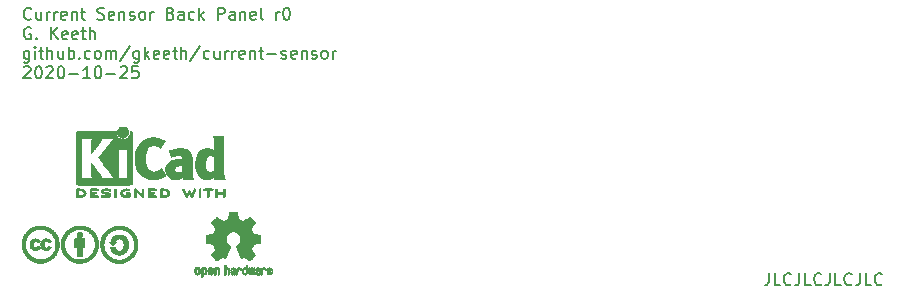
<source format=gbr>
%TF.GenerationSoftware,KiCad,Pcbnew,5.1.7*%
%TF.CreationDate,2020-10-29T21:40:27-04:00*%
%TF.ProjectId,current-sensor-backpanel,63757272-656e-4742-9d73-656e736f722d,0*%
%TF.SameCoordinates,Original*%
%TF.FileFunction,Legend,Top*%
%TF.FilePolarity,Positive*%
%FSLAX46Y46*%
G04 Gerber Fmt 4.6, Leading zero omitted, Abs format (unit mm)*
G04 Created by KiCad (PCBNEW 5.1.7) date 2020-10-29 21:40:27*
%MOMM*%
%LPD*%
G01*
G04 APERTURE LIST*
%ADD10C,0.150000*%
%ADD11C,0.010000*%
G04 APERTURE END LIST*
D10*
X165380952Y-144452380D02*
X165380952Y-145166666D01*
X165333333Y-145309523D01*
X165238095Y-145404761D01*
X165095238Y-145452380D01*
X165000000Y-145452380D01*
X166333333Y-145452380D02*
X165857142Y-145452380D01*
X165857142Y-144452380D01*
X167238095Y-145357142D02*
X167190476Y-145404761D01*
X167047619Y-145452380D01*
X166952380Y-145452380D01*
X166809523Y-145404761D01*
X166714285Y-145309523D01*
X166666666Y-145214285D01*
X166619047Y-145023809D01*
X166619047Y-144880952D01*
X166666666Y-144690476D01*
X166714285Y-144595238D01*
X166809523Y-144500000D01*
X166952380Y-144452380D01*
X167047619Y-144452380D01*
X167190476Y-144500000D01*
X167238095Y-144547619D01*
X167952380Y-144452380D02*
X167952380Y-145166666D01*
X167904761Y-145309523D01*
X167809523Y-145404761D01*
X167666666Y-145452380D01*
X167571428Y-145452380D01*
X168904761Y-145452380D02*
X168428571Y-145452380D01*
X168428571Y-144452380D01*
X169809523Y-145357142D02*
X169761904Y-145404761D01*
X169619047Y-145452380D01*
X169523809Y-145452380D01*
X169380952Y-145404761D01*
X169285714Y-145309523D01*
X169238095Y-145214285D01*
X169190476Y-145023809D01*
X169190476Y-144880952D01*
X169238095Y-144690476D01*
X169285714Y-144595238D01*
X169380952Y-144500000D01*
X169523809Y-144452380D01*
X169619047Y-144452380D01*
X169761904Y-144500000D01*
X169809523Y-144547619D01*
X170523809Y-144452380D02*
X170523809Y-145166666D01*
X170476190Y-145309523D01*
X170380952Y-145404761D01*
X170238095Y-145452380D01*
X170142857Y-145452380D01*
X171476190Y-145452380D02*
X171000000Y-145452380D01*
X171000000Y-144452380D01*
X172380952Y-145357142D02*
X172333333Y-145404761D01*
X172190476Y-145452380D01*
X172095238Y-145452380D01*
X171952380Y-145404761D01*
X171857142Y-145309523D01*
X171809523Y-145214285D01*
X171761904Y-145023809D01*
X171761904Y-144880952D01*
X171809523Y-144690476D01*
X171857142Y-144595238D01*
X171952380Y-144500000D01*
X172095238Y-144452380D01*
X172190476Y-144452380D01*
X172333333Y-144500000D01*
X172380952Y-144547619D01*
X173095238Y-144452380D02*
X173095238Y-145166666D01*
X173047619Y-145309523D01*
X172952380Y-145404761D01*
X172809523Y-145452380D01*
X172714285Y-145452380D01*
X174047619Y-145452380D02*
X173571428Y-145452380D01*
X173571428Y-144452380D01*
X174952380Y-145357142D02*
X174904761Y-145404761D01*
X174761904Y-145452380D01*
X174666666Y-145452380D01*
X174523809Y-145404761D01*
X174428571Y-145309523D01*
X174380952Y-145214285D01*
X174333333Y-145023809D01*
X174333333Y-144880952D01*
X174380952Y-144690476D01*
X174428571Y-144595238D01*
X174523809Y-144500000D01*
X174666666Y-144452380D01*
X174761904Y-144452380D01*
X174904761Y-144500000D01*
X174952380Y-144547619D01*
X102907023Y-122882142D02*
X102859404Y-122929761D01*
X102716547Y-122977380D01*
X102621309Y-122977380D01*
X102478452Y-122929761D01*
X102383214Y-122834523D01*
X102335595Y-122739285D01*
X102287976Y-122548809D01*
X102287976Y-122405952D01*
X102335595Y-122215476D01*
X102383214Y-122120238D01*
X102478452Y-122025000D01*
X102621309Y-121977380D01*
X102716547Y-121977380D01*
X102859404Y-122025000D01*
X102907023Y-122072619D01*
X103764166Y-122310714D02*
X103764166Y-122977380D01*
X103335595Y-122310714D02*
X103335595Y-122834523D01*
X103383214Y-122929761D01*
X103478452Y-122977380D01*
X103621309Y-122977380D01*
X103716547Y-122929761D01*
X103764166Y-122882142D01*
X104240357Y-122977380D02*
X104240357Y-122310714D01*
X104240357Y-122501190D02*
X104287976Y-122405952D01*
X104335595Y-122358333D01*
X104430833Y-122310714D01*
X104526071Y-122310714D01*
X104859404Y-122977380D02*
X104859404Y-122310714D01*
X104859404Y-122501190D02*
X104907023Y-122405952D01*
X104954642Y-122358333D01*
X105049880Y-122310714D01*
X105145119Y-122310714D01*
X105859404Y-122929761D02*
X105764166Y-122977380D01*
X105573690Y-122977380D01*
X105478452Y-122929761D01*
X105430833Y-122834523D01*
X105430833Y-122453571D01*
X105478452Y-122358333D01*
X105573690Y-122310714D01*
X105764166Y-122310714D01*
X105859404Y-122358333D01*
X105907023Y-122453571D01*
X105907023Y-122548809D01*
X105430833Y-122644047D01*
X106335595Y-122310714D02*
X106335595Y-122977380D01*
X106335595Y-122405952D02*
X106383214Y-122358333D01*
X106478452Y-122310714D01*
X106621309Y-122310714D01*
X106716547Y-122358333D01*
X106764166Y-122453571D01*
X106764166Y-122977380D01*
X107097500Y-122310714D02*
X107478452Y-122310714D01*
X107240357Y-121977380D02*
X107240357Y-122834523D01*
X107287976Y-122929761D01*
X107383214Y-122977380D01*
X107478452Y-122977380D01*
X108526071Y-122929761D02*
X108668928Y-122977380D01*
X108907023Y-122977380D01*
X109002261Y-122929761D01*
X109049880Y-122882142D01*
X109097500Y-122786904D01*
X109097500Y-122691666D01*
X109049880Y-122596428D01*
X109002261Y-122548809D01*
X108907023Y-122501190D01*
X108716547Y-122453571D01*
X108621309Y-122405952D01*
X108573690Y-122358333D01*
X108526071Y-122263095D01*
X108526071Y-122167857D01*
X108573690Y-122072619D01*
X108621309Y-122025000D01*
X108716547Y-121977380D01*
X108954642Y-121977380D01*
X109097500Y-122025000D01*
X109907023Y-122929761D02*
X109811785Y-122977380D01*
X109621309Y-122977380D01*
X109526071Y-122929761D01*
X109478452Y-122834523D01*
X109478452Y-122453571D01*
X109526071Y-122358333D01*
X109621309Y-122310714D01*
X109811785Y-122310714D01*
X109907023Y-122358333D01*
X109954642Y-122453571D01*
X109954642Y-122548809D01*
X109478452Y-122644047D01*
X110383214Y-122310714D02*
X110383214Y-122977380D01*
X110383214Y-122405952D02*
X110430833Y-122358333D01*
X110526071Y-122310714D01*
X110668928Y-122310714D01*
X110764166Y-122358333D01*
X110811785Y-122453571D01*
X110811785Y-122977380D01*
X111240357Y-122929761D02*
X111335595Y-122977380D01*
X111526071Y-122977380D01*
X111621309Y-122929761D01*
X111668928Y-122834523D01*
X111668928Y-122786904D01*
X111621309Y-122691666D01*
X111526071Y-122644047D01*
X111383214Y-122644047D01*
X111287976Y-122596428D01*
X111240357Y-122501190D01*
X111240357Y-122453571D01*
X111287976Y-122358333D01*
X111383214Y-122310714D01*
X111526071Y-122310714D01*
X111621309Y-122358333D01*
X112240357Y-122977380D02*
X112145119Y-122929761D01*
X112097500Y-122882142D01*
X112049880Y-122786904D01*
X112049880Y-122501190D01*
X112097500Y-122405952D01*
X112145119Y-122358333D01*
X112240357Y-122310714D01*
X112383214Y-122310714D01*
X112478452Y-122358333D01*
X112526071Y-122405952D01*
X112573690Y-122501190D01*
X112573690Y-122786904D01*
X112526071Y-122882142D01*
X112478452Y-122929761D01*
X112383214Y-122977380D01*
X112240357Y-122977380D01*
X113002261Y-122977380D02*
X113002261Y-122310714D01*
X113002261Y-122501190D02*
X113049880Y-122405952D01*
X113097500Y-122358333D01*
X113192738Y-122310714D01*
X113287976Y-122310714D01*
X114716547Y-122453571D02*
X114859404Y-122501190D01*
X114907023Y-122548809D01*
X114954642Y-122644047D01*
X114954642Y-122786904D01*
X114907023Y-122882142D01*
X114859404Y-122929761D01*
X114764166Y-122977380D01*
X114383214Y-122977380D01*
X114383214Y-121977380D01*
X114716547Y-121977380D01*
X114811785Y-122025000D01*
X114859404Y-122072619D01*
X114907023Y-122167857D01*
X114907023Y-122263095D01*
X114859404Y-122358333D01*
X114811785Y-122405952D01*
X114716547Y-122453571D01*
X114383214Y-122453571D01*
X115811785Y-122977380D02*
X115811785Y-122453571D01*
X115764166Y-122358333D01*
X115668928Y-122310714D01*
X115478452Y-122310714D01*
X115383214Y-122358333D01*
X115811785Y-122929761D02*
X115716547Y-122977380D01*
X115478452Y-122977380D01*
X115383214Y-122929761D01*
X115335595Y-122834523D01*
X115335595Y-122739285D01*
X115383214Y-122644047D01*
X115478452Y-122596428D01*
X115716547Y-122596428D01*
X115811785Y-122548809D01*
X116716547Y-122929761D02*
X116621309Y-122977380D01*
X116430833Y-122977380D01*
X116335595Y-122929761D01*
X116287976Y-122882142D01*
X116240357Y-122786904D01*
X116240357Y-122501190D01*
X116287976Y-122405952D01*
X116335595Y-122358333D01*
X116430833Y-122310714D01*
X116621309Y-122310714D01*
X116716547Y-122358333D01*
X117145119Y-122977380D02*
X117145119Y-121977380D01*
X117240357Y-122596428D02*
X117526071Y-122977380D01*
X117526071Y-122310714D02*
X117145119Y-122691666D01*
X118716547Y-122977380D02*
X118716547Y-121977380D01*
X119097500Y-121977380D01*
X119192738Y-122025000D01*
X119240357Y-122072619D01*
X119287976Y-122167857D01*
X119287976Y-122310714D01*
X119240357Y-122405952D01*
X119192738Y-122453571D01*
X119097500Y-122501190D01*
X118716547Y-122501190D01*
X120145119Y-122977380D02*
X120145119Y-122453571D01*
X120097500Y-122358333D01*
X120002261Y-122310714D01*
X119811785Y-122310714D01*
X119716547Y-122358333D01*
X120145119Y-122929761D02*
X120049880Y-122977380D01*
X119811785Y-122977380D01*
X119716547Y-122929761D01*
X119668928Y-122834523D01*
X119668928Y-122739285D01*
X119716547Y-122644047D01*
X119811785Y-122596428D01*
X120049880Y-122596428D01*
X120145119Y-122548809D01*
X120621309Y-122310714D02*
X120621309Y-122977380D01*
X120621309Y-122405952D02*
X120668928Y-122358333D01*
X120764166Y-122310714D01*
X120907023Y-122310714D01*
X121002261Y-122358333D01*
X121049880Y-122453571D01*
X121049880Y-122977380D01*
X121907023Y-122929761D02*
X121811785Y-122977380D01*
X121621309Y-122977380D01*
X121526071Y-122929761D01*
X121478452Y-122834523D01*
X121478452Y-122453571D01*
X121526071Y-122358333D01*
X121621309Y-122310714D01*
X121811785Y-122310714D01*
X121907023Y-122358333D01*
X121954642Y-122453571D01*
X121954642Y-122548809D01*
X121478452Y-122644047D01*
X122526071Y-122977380D02*
X122430833Y-122929761D01*
X122383214Y-122834523D01*
X122383214Y-121977380D01*
X123668928Y-122977380D02*
X123668928Y-122310714D01*
X123668928Y-122501190D02*
X123716547Y-122405952D01*
X123764166Y-122358333D01*
X123859404Y-122310714D01*
X123954642Y-122310714D01*
X124478452Y-121977380D02*
X124573690Y-121977380D01*
X124668928Y-122025000D01*
X124716547Y-122072619D01*
X124764166Y-122167857D01*
X124811785Y-122358333D01*
X124811785Y-122596428D01*
X124764166Y-122786904D01*
X124716547Y-122882142D01*
X124668928Y-122929761D01*
X124573690Y-122977380D01*
X124478452Y-122977380D01*
X124383214Y-122929761D01*
X124335595Y-122882142D01*
X124287976Y-122786904D01*
X124240357Y-122596428D01*
X124240357Y-122358333D01*
X124287976Y-122167857D01*
X124335595Y-122072619D01*
X124383214Y-122025000D01*
X124478452Y-121977380D01*
X102859404Y-123675000D02*
X102764166Y-123627380D01*
X102621309Y-123627380D01*
X102478452Y-123675000D01*
X102383214Y-123770238D01*
X102335595Y-123865476D01*
X102287976Y-124055952D01*
X102287976Y-124198809D01*
X102335595Y-124389285D01*
X102383214Y-124484523D01*
X102478452Y-124579761D01*
X102621309Y-124627380D01*
X102716547Y-124627380D01*
X102859404Y-124579761D01*
X102907023Y-124532142D01*
X102907023Y-124198809D01*
X102716547Y-124198809D01*
X103335595Y-124532142D02*
X103383214Y-124579761D01*
X103335595Y-124627380D01*
X103287976Y-124579761D01*
X103335595Y-124532142D01*
X103335595Y-124627380D01*
X104573690Y-124627380D02*
X104573690Y-123627380D01*
X105145119Y-124627380D02*
X104716547Y-124055952D01*
X105145119Y-123627380D02*
X104573690Y-124198809D01*
X105954642Y-124579761D02*
X105859404Y-124627380D01*
X105668928Y-124627380D01*
X105573690Y-124579761D01*
X105526071Y-124484523D01*
X105526071Y-124103571D01*
X105573690Y-124008333D01*
X105668928Y-123960714D01*
X105859404Y-123960714D01*
X105954642Y-124008333D01*
X106002261Y-124103571D01*
X106002261Y-124198809D01*
X105526071Y-124294047D01*
X106811785Y-124579761D02*
X106716547Y-124627380D01*
X106526071Y-124627380D01*
X106430833Y-124579761D01*
X106383214Y-124484523D01*
X106383214Y-124103571D01*
X106430833Y-124008333D01*
X106526071Y-123960714D01*
X106716547Y-123960714D01*
X106811785Y-124008333D01*
X106859404Y-124103571D01*
X106859404Y-124198809D01*
X106383214Y-124294047D01*
X107145119Y-123960714D02*
X107526071Y-123960714D01*
X107287976Y-123627380D02*
X107287976Y-124484523D01*
X107335595Y-124579761D01*
X107430833Y-124627380D01*
X107526071Y-124627380D01*
X107859404Y-124627380D02*
X107859404Y-123627380D01*
X108287976Y-124627380D02*
X108287976Y-124103571D01*
X108240357Y-124008333D01*
X108145119Y-123960714D01*
X108002261Y-123960714D01*
X107907023Y-124008333D01*
X107859404Y-124055952D01*
X102764166Y-125610714D02*
X102764166Y-126420238D01*
X102716547Y-126515476D01*
X102668928Y-126563095D01*
X102573690Y-126610714D01*
X102430833Y-126610714D01*
X102335595Y-126563095D01*
X102764166Y-126229761D02*
X102668928Y-126277380D01*
X102478452Y-126277380D01*
X102383214Y-126229761D01*
X102335595Y-126182142D01*
X102287976Y-126086904D01*
X102287976Y-125801190D01*
X102335595Y-125705952D01*
X102383214Y-125658333D01*
X102478452Y-125610714D01*
X102668928Y-125610714D01*
X102764166Y-125658333D01*
X103240357Y-126277380D02*
X103240357Y-125610714D01*
X103240357Y-125277380D02*
X103192738Y-125325000D01*
X103240357Y-125372619D01*
X103287976Y-125325000D01*
X103240357Y-125277380D01*
X103240357Y-125372619D01*
X103573690Y-125610714D02*
X103954642Y-125610714D01*
X103716547Y-125277380D02*
X103716547Y-126134523D01*
X103764166Y-126229761D01*
X103859404Y-126277380D01*
X103954642Y-126277380D01*
X104287976Y-126277380D02*
X104287976Y-125277380D01*
X104716547Y-126277380D02*
X104716547Y-125753571D01*
X104668928Y-125658333D01*
X104573690Y-125610714D01*
X104430833Y-125610714D01*
X104335595Y-125658333D01*
X104287976Y-125705952D01*
X105621309Y-125610714D02*
X105621309Y-126277380D01*
X105192738Y-125610714D02*
X105192738Y-126134523D01*
X105240357Y-126229761D01*
X105335595Y-126277380D01*
X105478452Y-126277380D01*
X105573690Y-126229761D01*
X105621309Y-126182142D01*
X106097500Y-126277380D02*
X106097500Y-125277380D01*
X106097500Y-125658333D02*
X106192738Y-125610714D01*
X106383214Y-125610714D01*
X106478452Y-125658333D01*
X106526071Y-125705952D01*
X106573690Y-125801190D01*
X106573690Y-126086904D01*
X106526071Y-126182142D01*
X106478452Y-126229761D01*
X106383214Y-126277380D01*
X106192738Y-126277380D01*
X106097500Y-126229761D01*
X107002261Y-126182142D02*
X107049880Y-126229761D01*
X107002261Y-126277380D01*
X106954642Y-126229761D01*
X107002261Y-126182142D01*
X107002261Y-126277380D01*
X107907023Y-126229761D02*
X107811785Y-126277380D01*
X107621309Y-126277380D01*
X107526071Y-126229761D01*
X107478452Y-126182142D01*
X107430833Y-126086904D01*
X107430833Y-125801190D01*
X107478452Y-125705952D01*
X107526071Y-125658333D01*
X107621309Y-125610714D01*
X107811785Y-125610714D01*
X107907023Y-125658333D01*
X108478452Y-126277380D02*
X108383214Y-126229761D01*
X108335595Y-126182142D01*
X108287976Y-126086904D01*
X108287976Y-125801190D01*
X108335595Y-125705952D01*
X108383214Y-125658333D01*
X108478452Y-125610714D01*
X108621309Y-125610714D01*
X108716547Y-125658333D01*
X108764166Y-125705952D01*
X108811785Y-125801190D01*
X108811785Y-126086904D01*
X108764166Y-126182142D01*
X108716547Y-126229761D01*
X108621309Y-126277380D01*
X108478452Y-126277380D01*
X109240357Y-126277380D02*
X109240357Y-125610714D01*
X109240357Y-125705952D02*
X109287976Y-125658333D01*
X109383214Y-125610714D01*
X109526071Y-125610714D01*
X109621309Y-125658333D01*
X109668928Y-125753571D01*
X109668928Y-126277380D01*
X109668928Y-125753571D02*
X109716547Y-125658333D01*
X109811785Y-125610714D01*
X109954642Y-125610714D01*
X110049880Y-125658333D01*
X110097500Y-125753571D01*
X110097500Y-126277380D01*
X111287976Y-125229761D02*
X110430833Y-126515476D01*
X112049880Y-125610714D02*
X112049880Y-126420238D01*
X112002261Y-126515476D01*
X111954642Y-126563095D01*
X111859404Y-126610714D01*
X111716547Y-126610714D01*
X111621309Y-126563095D01*
X112049880Y-126229761D02*
X111954642Y-126277380D01*
X111764166Y-126277380D01*
X111668928Y-126229761D01*
X111621309Y-126182142D01*
X111573690Y-126086904D01*
X111573690Y-125801190D01*
X111621309Y-125705952D01*
X111668928Y-125658333D01*
X111764166Y-125610714D01*
X111954642Y-125610714D01*
X112049880Y-125658333D01*
X112526071Y-126277380D02*
X112526071Y-125277380D01*
X112621309Y-125896428D02*
X112907023Y-126277380D01*
X112907023Y-125610714D02*
X112526071Y-125991666D01*
X113716547Y-126229761D02*
X113621309Y-126277380D01*
X113430833Y-126277380D01*
X113335595Y-126229761D01*
X113287976Y-126134523D01*
X113287976Y-125753571D01*
X113335595Y-125658333D01*
X113430833Y-125610714D01*
X113621309Y-125610714D01*
X113716547Y-125658333D01*
X113764166Y-125753571D01*
X113764166Y-125848809D01*
X113287976Y-125944047D01*
X114573690Y-126229761D02*
X114478452Y-126277380D01*
X114287976Y-126277380D01*
X114192738Y-126229761D01*
X114145119Y-126134523D01*
X114145119Y-125753571D01*
X114192738Y-125658333D01*
X114287976Y-125610714D01*
X114478452Y-125610714D01*
X114573690Y-125658333D01*
X114621309Y-125753571D01*
X114621309Y-125848809D01*
X114145119Y-125944047D01*
X114907023Y-125610714D02*
X115287976Y-125610714D01*
X115049880Y-125277380D02*
X115049880Y-126134523D01*
X115097500Y-126229761D01*
X115192738Y-126277380D01*
X115287976Y-126277380D01*
X115621309Y-126277380D02*
X115621309Y-125277380D01*
X116049880Y-126277380D02*
X116049880Y-125753571D01*
X116002261Y-125658333D01*
X115907023Y-125610714D01*
X115764166Y-125610714D01*
X115668928Y-125658333D01*
X115621309Y-125705952D01*
X117240357Y-125229761D02*
X116383214Y-126515476D01*
X118002261Y-126229761D02*
X117907023Y-126277380D01*
X117716547Y-126277380D01*
X117621309Y-126229761D01*
X117573690Y-126182142D01*
X117526071Y-126086904D01*
X117526071Y-125801190D01*
X117573690Y-125705952D01*
X117621309Y-125658333D01*
X117716547Y-125610714D01*
X117907023Y-125610714D01*
X118002261Y-125658333D01*
X118859404Y-125610714D02*
X118859404Y-126277380D01*
X118430833Y-125610714D02*
X118430833Y-126134523D01*
X118478452Y-126229761D01*
X118573690Y-126277380D01*
X118716547Y-126277380D01*
X118811785Y-126229761D01*
X118859404Y-126182142D01*
X119335595Y-126277380D02*
X119335595Y-125610714D01*
X119335595Y-125801190D02*
X119383214Y-125705952D01*
X119430833Y-125658333D01*
X119526071Y-125610714D01*
X119621309Y-125610714D01*
X119954642Y-126277380D02*
X119954642Y-125610714D01*
X119954642Y-125801190D02*
X120002261Y-125705952D01*
X120049880Y-125658333D01*
X120145119Y-125610714D01*
X120240357Y-125610714D01*
X120954642Y-126229761D02*
X120859404Y-126277380D01*
X120668928Y-126277380D01*
X120573690Y-126229761D01*
X120526071Y-126134523D01*
X120526071Y-125753571D01*
X120573690Y-125658333D01*
X120668928Y-125610714D01*
X120859404Y-125610714D01*
X120954642Y-125658333D01*
X121002261Y-125753571D01*
X121002261Y-125848809D01*
X120526071Y-125944047D01*
X121430833Y-125610714D02*
X121430833Y-126277380D01*
X121430833Y-125705952D02*
X121478452Y-125658333D01*
X121573690Y-125610714D01*
X121716547Y-125610714D01*
X121811785Y-125658333D01*
X121859404Y-125753571D01*
X121859404Y-126277380D01*
X122192738Y-125610714D02*
X122573690Y-125610714D01*
X122335595Y-125277380D02*
X122335595Y-126134523D01*
X122383214Y-126229761D01*
X122478452Y-126277380D01*
X122573690Y-126277380D01*
X122907023Y-125896428D02*
X123668928Y-125896428D01*
X124097500Y-126229761D02*
X124192738Y-126277380D01*
X124383214Y-126277380D01*
X124478452Y-126229761D01*
X124526071Y-126134523D01*
X124526071Y-126086904D01*
X124478452Y-125991666D01*
X124383214Y-125944047D01*
X124240357Y-125944047D01*
X124145119Y-125896428D01*
X124097500Y-125801190D01*
X124097500Y-125753571D01*
X124145119Y-125658333D01*
X124240357Y-125610714D01*
X124383214Y-125610714D01*
X124478452Y-125658333D01*
X125335595Y-126229761D02*
X125240357Y-126277380D01*
X125049880Y-126277380D01*
X124954642Y-126229761D01*
X124907023Y-126134523D01*
X124907023Y-125753571D01*
X124954642Y-125658333D01*
X125049880Y-125610714D01*
X125240357Y-125610714D01*
X125335595Y-125658333D01*
X125383214Y-125753571D01*
X125383214Y-125848809D01*
X124907023Y-125944047D01*
X125811785Y-125610714D02*
X125811785Y-126277380D01*
X125811785Y-125705952D02*
X125859404Y-125658333D01*
X125954642Y-125610714D01*
X126097500Y-125610714D01*
X126192738Y-125658333D01*
X126240357Y-125753571D01*
X126240357Y-126277380D01*
X126668928Y-126229761D02*
X126764166Y-126277380D01*
X126954642Y-126277380D01*
X127049880Y-126229761D01*
X127097500Y-126134523D01*
X127097500Y-126086904D01*
X127049880Y-125991666D01*
X126954642Y-125944047D01*
X126811785Y-125944047D01*
X126716547Y-125896428D01*
X126668928Y-125801190D01*
X126668928Y-125753571D01*
X126716547Y-125658333D01*
X126811785Y-125610714D01*
X126954642Y-125610714D01*
X127049880Y-125658333D01*
X127668928Y-126277380D02*
X127573690Y-126229761D01*
X127526071Y-126182142D01*
X127478452Y-126086904D01*
X127478452Y-125801190D01*
X127526071Y-125705952D01*
X127573690Y-125658333D01*
X127668928Y-125610714D01*
X127811785Y-125610714D01*
X127907023Y-125658333D01*
X127954642Y-125705952D01*
X128002261Y-125801190D01*
X128002261Y-126086904D01*
X127954642Y-126182142D01*
X127907023Y-126229761D01*
X127811785Y-126277380D01*
X127668928Y-126277380D01*
X128430833Y-126277380D02*
X128430833Y-125610714D01*
X128430833Y-125801190D02*
X128478452Y-125705952D01*
X128526071Y-125658333D01*
X128621309Y-125610714D01*
X128716547Y-125610714D01*
X102287976Y-127022619D02*
X102335595Y-126975000D01*
X102430833Y-126927380D01*
X102668928Y-126927380D01*
X102764166Y-126975000D01*
X102811785Y-127022619D01*
X102859404Y-127117857D01*
X102859404Y-127213095D01*
X102811785Y-127355952D01*
X102240357Y-127927380D01*
X102859404Y-127927380D01*
X103478452Y-126927380D02*
X103573690Y-126927380D01*
X103668928Y-126975000D01*
X103716547Y-127022619D01*
X103764166Y-127117857D01*
X103811785Y-127308333D01*
X103811785Y-127546428D01*
X103764166Y-127736904D01*
X103716547Y-127832142D01*
X103668928Y-127879761D01*
X103573690Y-127927380D01*
X103478452Y-127927380D01*
X103383214Y-127879761D01*
X103335595Y-127832142D01*
X103287976Y-127736904D01*
X103240357Y-127546428D01*
X103240357Y-127308333D01*
X103287976Y-127117857D01*
X103335595Y-127022619D01*
X103383214Y-126975000D01*
X103478452Y-126927380D01*
X104192738Y-127022619D02*
X104240357Y-126975000D01*
X104335595Y-126927380D01*
X104573690Y-126927380D01*
X104668928Y-126975000D01*
X104716547Y-127022619D01*
X104764166Y-127117857D01*
X104764166Y-127213095D01*
X104716547Y-127355952D01*
X104145119Y-127927380D01*
X104764166Y-127927380D01*
X105383214Y-126927380D02*
X105478452Y-126927380D01*
X105573690Y-126975000D01*
X105621309Y-127022619D01*
X105668928Y-127117857D01*
X105716547Y-127308333D01*
X105716547Y-127546428D01*
X105668928Y-127736904D01*
X105621309Y-127832142D01*
X105573690Y-127879761D01*
X105478452Y-127927380D01*
X105383214Y-127927380D01*
X105287976Y-127879761D01*
X105240357Y-127832142D01*
X105192738Y-127736904D01*
X105145119Y-127546428D01*
X105145119Y-127308333D01*
X105192738Y-127117857D01*
X105240357Y-127022619D01*
X105287976Y-126975000D01*
X105383214Y-126927380D01*
X106145119Y-127546428D02*
X106907023Y-127546428D01*
X107907023Y-127927380D02*
X107335595Y-127927380D01*
X107621309Y-127927380D02*
X107621309Y-126927380D01*
X107526071Y-127070238D01*
X107430833Y-127165476D01*
X107335595Y-127213095D01*
X108526071Y-126927380D02*
X108621309Y-126927380D01*
X108716547Y-126975000D01*
X108764166Y-127022619D01*
X108811785Y-127117857D01*
X108859404Y-127308333D01*
X108859404Y-127546428D01*
X108811785Y-127736904D01*
X108764166Y-127832142D01*
X108716547Y-127879761D01*
X108621309Y-127927380D01*
X108526071Y-127927380D01*
X108430833Y-127879761D01*
X108383214Y-127832142D01*
X108335595Y-127736904D01*
X108287976Y-127546428D01*
X108287976Y-127308333D01*
X108335595Y-127117857D01*
X108383214Y-127022619D01*
X108430833Y-126975000D01*
X108526071Y-126927380D01*
X109287976Y-127546428D02*
X110049880Y-127546428D01*
X110478452Y-127022619D02*
X110526071Y-126975000D01*
X110621309Y-126927380D01*
X110859404Y-126927380D01*
X110954642Y-126975000D01*
X111002261Y-127022619D01*
X111049880Y-127117857D01*
X111049880Y-127213095D01*
X111002261Y-127355952D01*
X110430833Y-127927380D01*
X111049880Y-127927380D01*
X111954642Y-126927380D02*
X111478452Y-126927380D01*
X111430833Y-127403571D01*
X111478452Y-127355952D01*
X111573690Y-127308333D01*
X111811785Y-127308333D01*
X111907023Y-127355952D01*
X111954642Y-127403571D01*
X112002261Y-127498809D01*
X112002261Y-127736904D01*
X111954642Y-127832142D01*
X111907023Y-127879761D01*
X111811785Y-127927380D01*
X111573690Y-127927380D01*
X111478452Y-127879761D01*
X111430833Y-127832142D01*
D11*
%TO.C,LOGO3*%
G36*
X120103910Y-139242348D02*
G01*
X120182454Y-139242778D01*
X120239298Y-139243942D01*
X120278105Y-139246207D01*
X120302538Y-139249940D01*
X120316262Y-139255506D01*
X120322940Y-139263273D01*
X120326236Y-139273605D01*
X120326556Y-139274943D01*
X120331562Y-139299079D01*
X120340829Y-139346701D01*
X120353392Y-139412741D01*
X120368287Y-139492128D01*
X120384551Y-139579796D01*
X120385119Y-139582875D01*
X120401410Y-139668789D01*
X120416652Y-139744696D01*
X120429861Y-139806045D01*
X120440054Y-139848282D01*
X120446248Y-139866855D01*
X120446543Y-139867184D01*
X120464788Y-139876253D01*
X120502405Y-139891367D01*
X120551271Y-139909262D01*
X120551543Y-139909358D01*
X120613093Y-139932493D01*
X120685657Y-139961965D01*
X120754057Y-139991597D01*
X120757294Y-139993062D01*
X120868702Y-140043626D01*
X121115399Y-139875160D01*
X121191077Y-139823803D01*
X121259631Y-139777889D01*
X121317088Y-139740030D01*
X121359476Y-139712837D01*
X121382825Y-139698921D01*
X121385042Y-139697889D01*
X121402010Y-139702484D01*
X121433701Y-139724655D01*
X121481352Y-139765447D01*
X121546198Y-139825905D01*
X121612397Y-139890227D01*
X121676214Y-139953612D01*
X121733329Y-140011451D01*
X121780305Y-140060175D01*
X121813703Y-140096210D01*
X121830085Y-140115984D01*
X121830694Y-140117002D01*
X121832505Y-140130572D01*
X121825683Y-140152733D01*
X121808540Y-140186478D01*
X121779393Y-140234800D01*
X121736555Y-140300692D01*
X121679448Y-140385517D01*
X121628766Y-140460177D01*
X121583461Y-140527140D01*
X121546150Y-140582516D01*
X121519452Y-140622420D01*
X121505985Y-140642962D01*
X121505137Y-140644356D01*
X121506781Y-140664038D01*
X121519245Y-140702293D01*
X121540048Y-140751889D01*
X121547462Y-140767728D01*
X121579814Y-140838290D01*
X121614328Y-140918353D01*
X121642365Y-140987629D01*
X121662568Y-141039045D01*
X121678615Y-141078119D01*
X121687888Y-141098541D01*
X121689041Y-141100114D01*
X121706096Y-141102721D01*
X121746298Y-141109863D01*
X121804302Y-141120523D01*
X121874763Y-141133685D01*
X121952335Y-141148333D01*
X122031672Y-141163449D01*
X122107431Y-141178018D01*
X122174264Y-141191022D01*
X122226828Y-141201445D01*
X122259776Y-141208270D01*
X122267857Y-141210199D01*
X122276205Y-141214962D01*
X122282506Y-141225718D01*
X122287045Y-141246098D01*
X122290104Y-141279734D01*
X122291967Y-141330255D01*
X122292918Y-141401292D01*
X122293240Y-141496476D01*
X122293257Y-141535492D01*
X122293257Y-141852799D01*
X122217057Y-141867839D01*
X122174663Y-141875995D01*
X122111400Y-141887899D01*
X122034962Y-141902116D01*
X121953043Y-141917210D01*
X121930400Y-141921355D01*
X121854806Y-141936053D01*
X121788953Y-141950505D01*
X121738366Y-141963375D01*
X121708574Y-141973322D01*
X121703612Y-141976287D01*
X121691426Y-141997283D01*
X121673953Y-142037967D01*
X121654577Y-142090322D01*
X121650734Y-142101600D01*
X121625339Y-142171523D01*
X121593817Y-142250418D01*
X121562969Y-142321266D01*
X121562817Y-142321595D01*
X121511447Y-142432733D01*
X121680399Y-142681253D01*
X121849352Y-142929772D01*
X121632429Y-143147058D01*
X121566819Y-143211726D01*
X121506979Y-143268733D01*
X121456267Y-143315033D01*
X121418046Y-143347584D01*
X121395675Y-143363343D01*
X121392466Y-143364343D01*
X121373626Y-143356469D01*
X121335180Y-143334578D01*
X121281330Y-143301267D01*
X121216276Y-143259131D01*
X121145940Y-143211943D01*
X121074555Y-143163810D01*
X121010908Y-143121928D01*
X120959041Y-143088871D01*
X120922995Y-143067218D01*
X120906867Y-143059543D01*
X120887189Y-143066037D01*
X120849875Y-143083150D01*
X120802621Y-143107326D01*
X120797612Y-143110013D01*
X120733977Y-143141927D01*
X120690341Y-143157579D01*
X120663202Y-143157745D01*
X120649057Y-143143204D01*
X120648975Y-143143000D01*
X120641905Y-143125779D01*
X120625042Y-143084899D01*
X120599695Y-143023525D01*
X120567171Y-142944819D01*
X120528778Y-142851947D01*
X120485822Y-142748072D01*
X120444222Y-142647502D01*
X120398504Y-142536516D01*
X120356526Y-142433703D01*
X120319548Y-142342215D01*
X120288827Y-142265201D01*
X120265622Y-142205815D01*
X120251190Y-142167209D01*
X120246743Y-142152800D01*
X120257896Y-142136272D01*
X120287069Y-142109930D01*
X120325971Y-142080887D01*
X120436757Y-141989039D01*
X120523351Y-141883759D01*
X120584716Y-141767266D01*
X120619815Y-141641776D01*
X120627608Y-141509507D01*
X120621943Y-141448457D01*
X120591078Y-141321795D01*
X120537920Y-141209941D01*
X120465767Y-141114001D01*
X120377917Y-141035076D01*
X120277665Y-140974270D01*
X120168310Y-140932687D01*
X120053147Y-140911428D01*
X119935475Y-140911599D01*
X119818590Y-140934301D01*
X119705789Y-140980638D01*
X119600369Y-141051713D01*
X119556368Y-141091911D01*
X119471979Y-141195129D01*
X119413222Y-141307925D01*
X119379704Y-141427010D01*
X119371035Y-141549095D01*
X119386823Y-141670893D01*
X119426678Y-141789116D01*
X119490207Y-141900475D01*
X119577021Y-142001684D01*
X119674029Y-142080887D01*
X119714437Y-142111162D01*
X119742982Y-142137219D01*
X119753257Y-142152825D01*
X119747877Y-142169843D01*
X119732575Y-142210500D01*
X119708612Y-142271642D01*
X119677244Y-142350119D01*
X119639732Y-142442780D01*
X119597333Y-142546472D01*
X119555663Y-142647526D01*
X119509690Y-142758607D01*
X119467107Y-142861541D01*
X119429221Y-142953165D01*
X119397340Y-143030316D01*
X119372771Y-143089831D01*
X119356820Y-143128544D01*
X119350910Y-143143000D01*
X119336948Y-143157685D01*
X119309940Y-143157642D01*
X119266413Y-143142099D01*
X119202890Y-143110284D01*
X119202388Y-143110013D01*
X119154560Y-143085323D01*
X119115897Y-143067338D01*
X119094095Y-143059614D01*
X119093133Y-143059543D01*
X119076721Y-143067378D01*
X119040487Y-143089165D01*
X118988474Y-143122328D01*
X118924725Y-143164291D01*
X118854060Y-143211943D01*
X118782116Y-143260191D01*
X118717274Y-143302151D01*
X118663735Y-143335227D01*
X118625697Y-143356821D01*
X118607533Y-143364343D01*
X118590808Y-143354457D01*
X118557180Y-143326826D01*
X118510010Y-143284495D01*
X118452658Y-143230505D01*
X118388484Y-143167899D01*
X118367497Y-143146983D01*
X118150499Y-142929623D01*
X118315668Y-142687220D01*
X118365864Y-142612781D01*
X118409919Y-142545972D01*
X118445362Y-142490665D01*
X118469719Y-142450729D01*
X118480522Y-142430036D01*
X118480838Y-142428563D01*
X118475143Y-142409058D01*
X118459826Y-142369822D01*
X118437537Y-142317430D01*
X118421893Y-142282355D01*
X118392641Y-142215201D01*
X118365094Y-142147358D01*
X118343737Y-142090034D01*
X118337935Y-142072572D01*
X118321452Y-142025938D01*
X118305340Y-141989905D01*
X118296490Y-141976287D01*
X118276960Y-141967952D01*
X118234334Y-141956137D01*
X118174145Y-141942181D01*
X118101922Y-141927422D01*
X118069600Y-141921355D01*
X117987522Y-141906273D01*
X117908795Y-141891669D01*
X117841109Y-141878980D01*
X117792160Y-141869642D01*
X117782943Y-141867839D01*
X117706743Y-141852799D01*
X117706743Y-141535492D01*
X117706914Y-141431154D01*
X117707616Y-141352213D01*
X117709134Y-141295038D01*
X117711749Y-141255999D01*
X117715746Y-141231465D01*
X117721409Y-141217805D01*
X117729020Y-141211389D01*
X117732143Y-141210199D01*
X117750978Y-141205980D01*
X117792588Y-141197562D01*
X117851630Y-141185961D01*
X117922757Y-141172195D01*
X118000625Y-141157280D01*
X118079887Y-141142232D01*
X118155198Y-141128069D01*
X118221213Y-141115806D01*
X118272587Y-141106461D01*
X118303975Y-141101050D01*
X118310959Y-141100114D01*
X118317285Y-141087596D01*
X118331290Y-141054246D01*
X118350355Y-141006377D01*
X118357634Y-140987629D01*
X118386996Y-140915195D01*
X118421571Y-140835170D01*
X118452537Y-140767728D01*
X118475323Y-140716159D01*
X118490482Y-140673785D01*
X118495542Y-140647834D01*
X118494736Y-140644356D01*
X118484041Y-140627936D01*
X118459620Y-140591417D01*
X118424095Y-140538687D01*
X118380087Y-140473635D01*
X118330217Y-140400151D01*
X118320356Y-140385645D01*
X118262492Y-140299704D01*
X118219956Y-140234261D01*
X118191054Y-140186304D01*
X118174090Y-140152820D01*
X118167367Y-140130795D01*
X118169190Y-140117217D01*
X118169236Y-140117131D01*
X118183586Y-140099297D01*
X118215323Y-140064817D01*
X118261010Y-140017268D01*
X118317204Y-139960222D01*
X118380468Y-139897255D01*
X118387602Y-139890227D01*
X118467330Y-139813020D01*
X118528857Y-139756330D01*
X118573421Y-139719110D01*
X118602257Y-139700315D01*
X118614958Y-139697889D01*
X118633494Y-139708471D01*
X118671961Y-139732916D01*
X118726386Y-139768612D01*
X118792798Y-139812947D01*
X118867225Y-139863311D01*
X118884601Y-139875160D01*
X119131297Y-140043626D01*
X119242706Y-139993062D01*
X119310457Y-139963595D01*
X119383183Y-139933959D01*
X119445703Y-139910330D01*
X119448457Y-139909358D01*
X119497360Y-139891457D01*
X119535057Y-139876320D01*
X119553425Y-139867210D01*
X119553456Y-139867184D01*
X119559285Y-139850717D01*
X119569192Y-139810219D01*
X119582195Y-139750242D01*
X119597309Y-139675340D01*
X119613552Y-139590064D01*
X119614881Y-139582875D01*
X119631175Y-139495014D01*
X119646133Y-139415260D01*
X119658791Y-139348681D01*
X119668186Y-139300347D01*
X119673354Y-139275325D01*
X119673444Y-139274943D01*
X119676589Y-139264299D01*
X119682704Y-139256262D01*
X119695453Y-139250467D01*
X119718500Y-139246547D01*
X119755509Y-139244135D01*
X119810144Y-139242865D01*
X119886067Y-139242371D01*
X119986944Y-139242286D01*
X120000000Y-139242286D01*
X120103910Y-139242348D01*
G37*
X120103910Y-139242348D02*
X120182454Y-139242778D01*
X120239298Y-139243942D01*
X120278105Y-139246207D01*
X120302538Y-139249940D01*
X120316262Y-139255506D01*
X120322940Y-139263273D01*
X120326236Y-139273605D01*
X120326556Y-139274943D01*
X120331562Y-139299079D01*
X120340829Y-139346701D01*
X120353392Y-139412741D01*
X120368287Y-139492128D01*
X120384551Y-139579796D01*
X120385119Y-139582875D01*
X120401410Y-139668789D01*
X120416652Y-139744696D01*
X120429861Y-139806045D01*
X120440054Y-139848282D01*
X120446248Y-139866855D01*
X120446543Y-139867184D01*
X120464788Y-139876253D01*
X120502405Y-139891367D01*
X120551271Y-139909262D01*
X120551543Y-139909358D01*
X120613093Y-139932493D01*
X120685657Y-139961965D01*
X120754057Y-139991597D01*
X120757294Y-139993062D01*
X120868702Y-140043626D01*
X121115399Y-139875160D01*
X121191077Y-139823803D01*
X121259631Y-139777889D01*
X121317088Y-139740030D01*
X121359476Y-139712837D01*
X121382825Y-139698921D01*
X121385042Y-139697889D01*
X121402010Y-139702484D01*
X121433701Y-139724655D01*
X121481352Y-139765447D01*
X121546198Y-139825905D01*
X121612397Y-139890227D01*
X121676214Y-139953612D01*
X121733329Y-140011451D01*
X121780305Y-140060175D01*
X121813703Y-140096210D01*
X121830085Y-140115984D01*
X121830694Y-140117002D01*
X121832505Y-140130572D01*
X121825683Y-140152733D01*
X121808540Y-140186478D01*
X121779393Y-140234800D01*
X121736555Y-140300692D01*
X121679448Y-140385517D01*
X121628766Y-140460177D01*
X121583461Y-140527140D01*
X121546150Y-140582516D01*
X121519452Y-140622420D01*
X121505985Y-140642962D01*
X121505137Y-140644356D01*
X121506781Y-140664038D01*
X121519245Y-140702293D01*
X121540048Y-140751889D01*
X121547462Y-140767728D01*
X121579814Y-140838290D01*
X121614328Y-140918353D01*
X121642365Y-140987629D01*
X121662568Y-141039045D01*
X121678615Y-141078119D01*
X121687888Y-141098541D01*
X121689041Y-141100114D01*
X121706096Y-141102721D01*
X121746298Y-141109863D01*
X121804302Y-141120523D01*
X121874763Y-141133685D01*
X121952335Y-141148333D01*
X122031672Y-141163449D01*
X122107431Y-141178018D01*
X122174264Y-141191022D01*
X122226828Y-141201445D01*
X122259776Y-141208270D01*
X122267857Y-141210199D01*
X122276205Y-141214962D01*
X122282506Y-141225718D01*
X122287045Y-141246098D01*
X122290104Y-141279734D01*
X122291967Y-141330255D01*
X122292918Y-141401292D01*
X122293240Y-141496476D01*
X122293257Y-141535492D01*
X122293257Y-141852799D01*
X122217057Y-141867839D01*
X122174663Y-141875995D01*
X122111400Y-141887899D01*
X122034962Y-141902116D01*
X121953043Y-141917210D01*
X121930400Y-141921355D01*
X121854806Y-141936053D01*
X121788953Y-141950505D01*
X121738366Y-141963375D01*
X121708574Y-141973322D01*
X121703612Y-141976287D01*
X121691426Y-141997283D01*
X121673953Y-142037967D01*
X121654577Y-142090322D01*
X121650734Y-142101600D01*
X121625339Y-142171523D01*
X121593817Y-142250418D01*
X121562969Y-142321266D01*
X121562817Y-142321595D01*
X121511447Y-142432733D01*
X121680399Y-142681253D01*
X121849352Y-142929772D01*
X121632429Y-143147058D01*
X121566819Y-143211726D01*
X121506979Y-143268733D01*
X121456267Y-143315033D01*
X121418046Y-143347584D01*
X121395675Y-143363343D01*
X121392466Y-143364343D01*
X121373626Y-143356469D01*
X121335180Y-143334578D01*
X121281330Y-143301267D01*
X121216276Y-143259131D01*
X121145940Y-143211943D01*
X121074555Y-143163810D01*
X121010908Y-143121928D01*
X120959041Y-143088871D01*
X120922995Y-143067218D01*
X120906867Y-143059543D01*
X120887189Y-143066037D01*
X120849875Y-143083150D01*
X120802621Y-143107326D01*
X120797612Y-143110013D01*
X120733977Y-143141927D01*
X120690341Y-143157579D01*
X120663202Y-143157745D01*
X120649057Y-143143204D01*
X120648975Y-143143000D01*
X120641905Y-143125779D01*
X120625042Y-143084899D01*
X120599695Y-143023525D01*
X120567171Y-142944819D01*
X120528778Y-142851947D01*
X120485822Y-142748072D01*
X120444222Y-142647502D01*
X120398504Y-142536516D01*
X120356526Y-142433703D01*
X120319548Y-142342215D01*
X120288827Y-142265201D01*
X120265622Y-142205815D01*
X120251190Y-142167209D01*
X120246743Y-142152800D01*
X120257896Y-142136272D01*
X120287069Y-142109930D01*
X120325971Y-142080887D01*
X120436757Y-141989039D01*
X120523351Y-141883759D01*
X120584716Y-141767266D01*
X120619815Y-141641776D01*
X120627608Y-141509507D01*
X120621943Y-141448457D01*
X120591078Y-141321795D01*
X120537920Y-141209941D01*
X120465767Y-141114001D01*
X120377917Y-141035076D01*
X120277665Y-140974270D01*
X120168310Y-140932687D01*
X120053147Y-140911428D01*
X119935475Y-140911599D01*
X119818590Y-140934301D01*
X119705789Y-140980638D01*
X119600369Y-141051713D01*
X119556368Y-141091911D01*
X119471979Y-141195129D01*
X119413222Y-141307925D01*
X119379704Y-141427010D01*
X119371035Y-141549095D01*
X119386823Y-141670893D01*
X119426678Y-141789116D01*
X119490207Y-141900475D01*
X119577021Y-142001684D01*
X119674029Y-142080887D01*
X119714437Y-142111162D01*
X119742982Y-142137219D01*
X119753257Y-142152825D01*
X119747877Y-142169843D01*
X119732575Y-142210500D01*
X119708612Y-142271642D01*
X119677244Y-142350119D01*
X119639732Y-142442780D01*
X119597333Y-142546472D01*
X119555663Y-142647526D01*
X119509690Y-142758607D01*
X119467107Y-142861541D01*
X119429221Y-142953165D01*
X119397340Y-143030316D01*
X119372771Y-143089831D01*
X119356820Y-143128544D01*
X119350910Y-143143000D01*
X119336948Y-143157685D01*
X119309940Y-143157642D01*
X119266413Y-143142099D01*
X119202890Y-143110284D01*
X119202388Y-143110013D01*
X119154560Y-143085323D01*
X119115897Y-143067338D01*
X119094095Y-143059614D01*
X119093133Y-143059543D01*
X119076721Y-143067378D01*
X119040487Y-143089165D01*
X118988474Y-143122328D01*
X118924725Y-143164291D01*
X118854060Y-143211943D01*
X118782116Y-143260191D01*
X118717274Y-143302151D01*
X118663735Y-143335227D01*
X118625697Y-143356821D01*
X118607533Y-143364343D01*
X118590808Y-143354457D01*
X118557180Y-143326826D01*
X118510010Y-143284495D01*
X118452658Y-143230505D01*
X118388484Y-143167899D01*
X118367497Y-143146983D01*
X118150499Y-142929623D01*
X118315668Y-142687220D01*
X118365864Y-142612781D01*
X118409919Y-142545972D01*
X118445362Y-142490665D01*
X118469719Y-142450729D01*
X118480522Y-142430036D01*
X118480838Y-142428563D01*
X118475143Y-142409058D01*
X118459826Y-142369822D01*
X118437537Y-142317430D01*
X118421893Y-142282355D01*
X118392641Y-142215201D01*
X118365094Y-142147358D01*
X118343737Y-142090034D01*
X118337935Y-142072572D01*
X118321452Y-142025938D01*
X118305340Y-141989905D01*
X118296490Y-141976287D01*
X118276960Y-141967952D01*
X118234334Y-141956137D01*
X118174145Y-141942181D01*
X118101922Y-141927422D01*
X118069600Y-141921355D01*
X117987522Y-141906273D01*
X117908795Y-141891669D01*
X117841109Y-141878980D01*
X117792160Y-141869642D01*
X117782943Y-141867839D01*
X117706743Y-141852799D01*
X117706743Y-141535492D01*
X117706914Y-141431154D01*
X117707616Y-141352213D01*
X117709134Y-141295038D01*
X117711749Y-141255999D01*
X117715746Y-141231465D01*
X117721409Y-141217805D01*
X117729020Y-141211389D01*
X117732143Y-141210199D01*
X117750978Y-141205980D01*
X117792588Y-141197562D01*
X117851630Y-141185961D01*
X117922757Y-141172195D01*
X118000625Y-141157280D01*
X118079887Y-141142232D01*
X118155198Y-141128069D01*
X118221213Y-141115806D01*
X118272587Y-141106461D01*
X118303975Y-141101050D01*
X118310959Y-141100114D01*
X118317285Y-141087596D01*
X118331290Y-141054246D01*
X118350355Y-141006377D01*
X118357634Y-140987629D01*
X118386996Y-140915195D01*
X118421571Y-140835170D01*
X118452537Y-140767728D01*
X118475323Y-140716159D01*
X118490482Y-140673785D01*
X118495542Y-140647834D01*
X118494736Y-140644356D01*
X118484041Y-140627936D01*
X118459620Y-140591417D01*
X118424095Y-140538687D01*
X118380087Y-140473635D01*
X118330217Y-140400151D01*
X118320356Y-140385645D01*
X118262492Y-140299704D01*
X118219956Y-140234261D01*
X118191054Y-140186304D01*
X118174090Y-140152820D01*
X118167367Y-140130795D01*
X118169190Y-140117217D01*
X118169236Y-140117131D01*
X118183586Y-140099297D01*
X118215323Y-140064817D01*
X118261010Y-140017268D01*
X118317204Y-139960222D01*
X118380468Y-139897255D01*
X118387602Y-139890227D01*
X118467330Y-139813020D01*
X118528857Y-139756330D01*
X118573421Y-139719110D01*
X118602257Y-139700315D01*
X118614958Y-139697889D01*
X118633494Y-139708471D01*
X118671961Y-139732916D01*
X118726386Y-139768612D01*
X118792798Y-139812947D01*
X118867225Y-139863311D01*
X118884601Y-139875160D01*
X119131297Y-140043626D01*
X119242706Y-139993062D01*
X119310457Y-139963595D01*
X119383183Y-139933959D01*
X119445703Y-139910330D01*
X119448457Y-139909358D01*
X119497360Y-139891457D01*
X119535057Y-139876320D01*
X119553425Y-139867210D01*
X119553456Y-139867184D01*
X119559285Y-139850717D01*
X119569192Y-139810219D01*
X119582195Y-139750242D01*
X119597309Y-139675340D01*
X119613552Y-139590064D01*
X119614881Y-139582875D01*
X119631175Y-139495014D01*
X119646133Y-139415260D01*
X119658791Y-139348681D01*
X119668186Y-139300347D01*
X119673354Y-139275325D01*
X119673444Y-139274943D01*
X119676589Y-139264299D01*
X119682704Y-139256262D01*
X119695453Y-139250467D01*
X119718500Y-139246547D01*
X119755509Y-139244135D01*
X119810144Y-139242865D01*
X119886067Y-139242371D01*
X119986944Y-139242286D01*
X120000000Y-139242286D01*
X120103910Y-139242348D01*
G36*
X123153595Y-143966966D02*
G01*
X123211021Y-144004497D01*
X123238719Y-144038096D01*
X123260662Y-144099064D01*
X123262405Y-144147308D01*
X123258457Y-144211816D01*
X123109686Y-144276934D01*
X123037349Y-144310202D01*
X122990084Y-144336964D01*
X122965507Y-144360144D01*
X122961237Y-144382667D01*
X122974889Y-144407455D01*
X122989943Y-144423886D01*
X123033746Y-144450235D01*
X123081389Y-144452081D01*
X123125145Y-144431546D01*
X123157289Y-144390752D01*
X123163038Y-144376347D01*
X123190576Y-144331356D01*
X123222258Y-144312182D01*
X123265714Y-144295779D01*
X123265714Y-144357966D01*
X123261872Y-144400283D01*
X123246823Y-144435969D01*
X123215280Y-144476943D01*
X123210592Y-144482267D01*
X123175506Y-144518720D01*
X123145347Y-144538283D01*
X123107615Y-144547283D01*
X123076335Y-144550230D01*
X123020385Y-144550965D01*
X122980555Y-144541660D01*
X122955708Y-144527846D01*
X122916656Y-144497467D01*
X122889625Y-144464613D01*
X122872517Y-144423294D01*
X122863238Y-144367521D01*
X122859693Y-144291305D01*
X122859410Y-144252622D01*
X122860372Y-144206247D01*
X122948007Y-144206247D01*
X122949023Y-144231126D01*
X122951556Y-144235200D01*
X122968274Y-144229665D01*
X123004249Y-144215017D01*
X123052331Y-144194190D01*
X123062386Y-144189714D01*
X123123152Y-144158814D01*
X123156632Y-144131657D01*
X123163990Y-144106220D01*
X123146391Y-144080481D01*
X123131856Y-144069109D01*
X123079410Y-144046364D01*
X123030322Y-144050122D01*
X122989227Y-144077884D01*
X122960758Y-144127152D01*
X122951631Y-144166257D01*
X122948007Y-144206247D01*
X122860372Y-144206247D01*
X122861285Y-144162249D01*
X122868196Y-144095384D01*
X122881884Y-144046695D01*
X122904096Y-144010849D01*
X122936574Y-143982513D01*
X122950733Y-143973355D01*
X123015053Y-143949507D01*
X123085473Y-143948006D01*
X123153595Y-143966966D01*
G37*
X123153595Y-143966966D02*
X123211021Y-144004497D01*
X123238719Y-144038096D01*
X123260662Y-144099064D01*
X123262405Y-144147308D01*
X123258457Y-144211816D01*
X123109686Y-144276934D01*
X123037349Y-144310202D01*
X122990084Y-144336964D01*
X122965507Y-144360144D01*
X122961237Y-144382667D01*
X122974889Y-144407455D01*
X122989943Y-144423886D01*
X123033746Y-144450235D01*
X123081389Y-144452081D01*
X123125145Y-144431546D01*
X123157289Y-144390752D01*
X123163038Y-144376347D01*
X123190576Y-144331356D01*
X123222258Y-144312182D01*
X123265714Y-144295779D01*
X123265714Y-144357966D01*
X123261872Y-144400283D01*
X123246823Y-144435969D01*
X123215280Y-144476943D01*
X123210592Y-144482267D01*
X123175506Y-144518720D01*
X123145347Y-144538283D01*
X123107615Y-144547283D01*
X123076335Y-144550230D01*
X123020385Y-144550965D01*
X122980555Y-144541660D01*
X122955708Y-144527846D01*
X122916656Y-144497467D01*
X122889625Y-144464613D01*
X122872517Y-144423294D01*
X122863238Y-144367521D01*
X122859693Y-144291305D01*
X122859410Y-144252622D01*
X122860372Y-144206247D01*
X122948007Y-144206247D01*
X122949023Y-144231126D01*
X122951556Y-144235200D01*
X122968274Y-144229665D01*
X123004249Y-144215017D01*
X123052331Y-144194190D01*
X123062386Y-144189714D01*
X123123152Y-144158814D01*
X123156632Y-144131657D01*
X123163990Y-144106220D01*
X123146391Y-144080481D01*
X123131856Y-144069109D01*
X123079410Y-144046364D01*
X123030322Y-144050122D01*
X122989227Y-144077884D01*
X122960758Y-144127152D01*
X122951631Y-144166257D01*
X122948007Y-144206247D01*
X122860372Y-144206247D01*
X122861285Y-144162249D01*
X122868196Y-144095384D01*
X122881884Y-144046695D01*
X122904096Y-144010849D01*
X122936574Y-143982513D01*
X122950733Y-143973355D01*
X123015053Y-143949507D01*
X123085473Y-143948006D01*
X123153595Y-143966966D01*
G36*
X122652600Y-143958752D02*
G01*
X122669948Y-143966334D01*
X122711356Y-143999128D01*
X122746765Y-144046547D01*
X122768664Y-144097151D01*
X122772229Y-144122098D01*
X122760279Y-144156927D01*
X122734067Y-144175357D01*
X122705964Y-144186516D01*
X122693095Y-144188572D01*
X122686829Y-144173649D01*
X122674456Y-144141175D01*
X122669028Y-144126502D01*
X122638590Y-144075744D01*
X122594520Y-144050427D01*
X122538010Y-144051206D01*
X122533825Y-144052203D01*
X122503655Y-144066507D01*
X122481476Y-144094393D01*
X122466327Y-144139287D01*
X122457250Y-144204615D01*
X122453286Y-144293804D01*
X122452914Y-144341261D01*
X122452730Y-144416071D01*
X122451522Y-144467069D01*
X122448309Y-144499471D01*
X122442109Y-144518495D01*
X122431940Y-144529356D01*
X122416819Y-144537272D01*
X122415946Y-144537670D01*
X122386828Y-144549981D01*
X122372403Y-144554514D01*
X122370186Y-144540809D01*
X122368289Y-144502925D01*
X122366847Y-144445715D01*
X122365998Y-144374027D01*
X122365829Y-144321565D01*
X122366692Y-144220047D01*
X122370070Y-144143032D01*
X122377142Y-144086023D01*
X122389088Y-144044526D01*
X122407090Y-144014043D01*
X122432327Y-143990080D01*
X122457247Y-143973355D01*
X122517171Y-143951097D01*
X122586911Y-143946076D01*
X122652600Y-143958752D01*
G37*
X122652600Y-143958752D02*
X122669948Y-143966334D01*
X122711356Y-143999128D01*
X122746765Y-144046547D01*
X122768664Y-144097151D01*
X122772229Y-144122098D01*
X122760279Y-144156927D01*
X122734067Y-144175357D01*
X122705964Y-144186516D01*
X122693095Y-144188572D01*
X122686829Y-144173649D01*
X122674456Y-144141175D01*
X122669028Y-144126502D01*
X122638590Y-144075744D01*
X122594520Y-144050427D01*
X122538010Y-144051206D01*
X122533825Y-144052203D01*
X122503655Y-144066507D01*
X122481476Y-144094393D01*
X122466327Y-144139287D01*
X122457250Y-144204615D01*
X122453286Y-144293804D01*
X122452914Y-144341261D01*
X122452730Y-144416071D01*
X122451522Y-144467069D01*
X122448309Y-144499471D01*
X122442109Y-144518495D01*
X122431940Y-144529356D01*
X122416819Y-144537272D01*
X122415946Y-144537670D01*
X122386828Y-144549981D01*
X122372403Y-144554514D01*
X122370186Y-144540809D01*
X122368289Y-144502925D01*
X122366847Y-144445715D01*
X122365998Y-144374027D01*
X122365829Y-144321565D01*
X122366692Y-144220047D01*
X122370070Y-144143032D01*
X122377142Y-144086023D01*
X122389088Y-144044526D01*
X122407090Y-144014043D01*
X122432327Y-143990080D01*
X122457247Y-143973355D01*
X122517171Y-143951097D01*
X122586911Y-143946076D01*
X122652600Y-143958752D01*
G36*
X122144876Y-143956335D02*
G01*
X122186667Y-143975344D01*
X122219469Y-143998378D01*
X122243503Y-144024133D01*
X122260097Y-144057358D01*
X122270577Y-144102800D01*
X122276271Y-144165207D01*
X122278507Y-144249327D01*
X122278743Y-144304721D01*
X122278743Y-144520826D01*
X122241774Y-144537670D01*
X122212656Y-144549981D01*
X122198231Y-144554514D01*
X122195472Y-144541025D01*
X122193282Y-144504653D01*
X122191942Y-144451542D01*
X122191657Y-144409372D01*
X122190434Y-144348447D01*
X122187136Y-144300115D01*
X122182321Y-144270518D01*
X122178496Y-144264229D01*
X122152783Y-144270652D01*
X122112418Y-144287125D01*
X122065679Y-144309458D01*
X122020845Y-144333457D01*
X121986193Y-144354930D01*
X121970002Y-144369685D01*
X121969938Y-144369845D01*
X121971330Y-144397152D01*
X121983818Y-144423219D01*
X122005743Y-144444392D01*
X122037743Y-144451474D01*
X122065092Y-144450649D01*
X122103826Y-144450042D01*
X122124158Y-144459116D01*
X122136369Y-144483092D01*
X122137909Y-144487613D01*
X122143203Y-144521806D01*
X122129047Y-144542568D01*
X122092148Y-144552462D01*
X122052289Y-144554292D01*
X121980562Y-144540727D01*
X121943432Y-144521355D01*
X121897576Y-144475845D01*
X121873256Y-144419983D01*
X121871073Y-144360957D01*
X121891629Y-144305953D01*
X121922549Y-144271486D01*
X121953420Y-144252189D01*
X122001942Y-144227759D01*
X122058485Y-144202985D01*
X122067910Y-144199199D01*
X122130019Y-144171791D01*
X122165822Y-144147634D01*
X122177337Y-144123619D01*
X122166580Y-144096635D01*
X122148114Y-144075543D01*
X122104469Y-144049572D01*
X122056446Y-144047624D01*
X122012406Y-144067637D01*
X121980709Y-144107551D01*
X121976549Y-144117848D01*
X121952327Y-144155724D01*
X121916965Y-144183842D01*
X121872343Y-144206917D01*
X121872343Y-144141485D01*
X121874969Y-144101506D01*
X121886230Y-144069997D01*
X121911199Y-144036378D01*
X121935169Y-144010484D01*
X121972441Y-143973817D01*
X122001401Y-143954121D01*
X122032505Y-143946220D01*
X122067713Y-143944914D01*
X122144876Y-143956335D01*
G37*
X122144876Y-143956335D02*
X122186667Y-143975344D01*
X122219469Y-143998378D01*
X122243503Y-144024133D01*
X122260097Y-144057358D01*
X122270577Y-144102800D01*
X122276271Y-144165207D01*
X122278507Y-144249327D01*
X122278743Y-144304721D01*
X122278743Y-144520826D01*
X122241774Y-144537670D01*
X122212656Y-144549981D01*
X122198231Y-144554514D01*
X122195472Y-144541025D01*
X122193282Y-144504653D01*
X122191942Y-144451542D01*
X122191657Y-144409372D01*
X122190434Y-144348447D01*
X122187136Y-144300115D01*
X122182321Y-144270518D01*
X122178496Y-144264229D01*
X122152783Y-144270652D01*
X122112418Y-144287125D01*
X122065679Y-144309458D01*
X122020845Y-144333457D01*
X121986193Y-144354930D01*
X121970002Y-144369685D01*
X121969938Y-144369845D01*
X121971330Y-144397152D01*
X121983818Y-144423219D01*
X122005743Y-144444392D01*
X122037743Y-144451474D01*
X122065092Y-144450649D01*
X122103826Y-144450042D01*
X122124158Y-144459116D01*
X122136369Y-144483092D01*
X122137909Y-144487613D01*
X122143203Y-144521806D01*
X122129047Y-144542568D01*
X122092148Y-144552462D01*
X122052289Y-144554292D01*
X121980562Y-144540727D01*
X121943432Y-144521355D01*
X121897576Y-144475845D01*
X121873256Y-144419983D01*
X121871073Y-144360957D01*
X121891629Y-144305953D01*
X121922549Y-144271486D01*
X121953420Y-144252189D01*
X122001942Y-144227759D01*
X122058485Y-144202985D01*
X122067910Y-144199199D01*
X122130019Y-144171791D01*
X122165822Y-144147634D01*
X122177337Y-144123619D01*
X122166580Y-144096635D01*
X122148114Y-144075543D01*
X122104469Y-144049572D01*
X122056446Y-144047624D01*
X122012406Y-144067637D01*
X121980709Y-144107551D01*
X121976549Y-144117848D01*
X121952327Y-144155724D01*
X121916965Y-144183842D01*
X121872343Y-144206917D01*
X121872343Y-144141485D01*
X121874969Y-144101506D01*
X121886230Y-144069997D01*
X121911199Y-144036378D01*
X121935169Y-144010484D01*
X121972441Y-143973817D01*
X122001401Y-143954121D01*
X122032505Y-143946220D01*
X122067713Y-143944914D01*
X122144876Y-143956335D01*
G36*
X121779833Y-143958663D02*
G01*
X121782048Y-143996850D01*
X121783784Y-144054886D01*
X121784899Y-144128180D01*
X121785257Y-144205055D01*
X121785257Y-144465196D01*
X121739326Y-144511127D01*
X121707675Y-144539429D01*
X121679890Y-144550893D01*
X121641915Y-144550168D01*
X121626840Y-144548321D01*
X121579726Y-144542948D01*
X121540756Y-144539869D01*
X121531257Y-144539585D01*
X121499233Y-144541445D01*
X121453432Y-144546114D01*
X121435674Y-144548321D01*
X121392057Y-144551735D01*
X121362745Y-144544320D01*
X121333680Y-144521427D01*
X121323188Y-144511127D01*
X121277257Y-144465196D01*
X121277257Y-143978602D01*
X121314226Y-143961758D01*
X121346059Y-143949282D01*
X121364683Y-143944914D01*
X121369458Y-143958718D01*
X121373921Y-143997286D01*
X121377775Y-144056356D01*
X121380722Y-144131663D01*
X121382143Y-144195286D01*
X121386114Y-144445657D01*
X121420759Y-144450556D01*
X121452268Y-144447131D01*
X121467708Y-144436041D01*
X121472023Y-144415308D01*
X121475708Y-144371145D01*
X121478469Y-144309146D01*
X121480012Y-144234909D01*
X121480235Y-144196706D01*
X121480457Y-143976783D01*
X121526166Y-143960849D01*
X121558518Y-143950015D01*
X121576115Y-143944962D01*
X121576623Y-143944914D01*
X121578388Y-143958648D01*
X121580329Y-143996730D01*
X121582282Y-144054482D01*
X121584084Y-144127227D01*
X121585343Y-144195286D01*
X121589314Y-144445657D01*
X121676400Y-144445657D01*
X121680396Y-144217240D01*
X121684392Y-143988822D01*
X121726847Y-143966868D01*
X121758192Y-143951793D01*
X121776744Y-143944951D01*
X121777279Y-143944914D01*
X121779833Y-143958663D01*
G37*
X121779833Y-143958663D02*
X121782048Y-143996850D01*
X121783784Y-144054886D01*
X121784899Y-144128180D01*
X121785257Y-144205055D01*
X121785257Y-144465196D01*
X121739326Y-144511127D01*
X121707675Y-144539429D01*
X121679890Y-144550893D01*
X121641915Y-144550168D01*
X121626840Y-144548321D01*
X121579726Y-144542948D01*
X121540756Y-144539869D01*
X121531257Y-144539585D01*
X121499233Y-144541445D01*
X121453432Y-144546114D01*
X121435674Y-144548321D01*
X121392057Y-144551735D01*
X121362745Y-144544320D01*
X121333680Y-144521427D01*
X121323188Y-144511127D01*
X121277257Y-144465196D01*
X121277257Y-143978602D01*
X121314226Y-143961758D01*
X121346059Y-143949282D01*
X121364683Y-143944914D01*
X121369458Y-143958718D01*
X121373921Y-143997286D01*
X121377775Y-144056356D01*
X121380722Y-144131663D01*
X121382143Y-144195286D01*
X121386114Y-144445657D01*
X121420759Y-144450556D01*
X121452268Y-144447131D01*
X121467708Y-144436041D01*
X121472023Y-144415308D01*
X121475708Y-144371145D01*
X121478469Y-144309146D01*
X121480012Y-144234909D01*
X121480235Y-144196706D01*
X121480457Y-143976783D01*
X121526166Y-143960849D01*
X121558518Y-143950015D01*
X121576115Y-143944962D01*
X121576623Y-143944914D01*
X121578388Y-143958648D01*
X121580329Y-143996730D01*
X121582282Y-144054482D01*
X121584084Y-144127227D01*
X121585343Y-144195286D01*
X121589314Y-144445657D01*
X121676400Y-144445657D01*
X121680396Y-144217240D01*
X121684392Y-143988822D01*
X121726847Y-143966868D01*
X121758192Y-143951793D01*
X121776744Y-143944951D01*
X121777279Y-143944914D01*
X121779833Y-143958663D01*
G36*
X121190117Y-144065358D02*
G01*
X121189933Y-144173837D01*
X121189219Y-144257287D01*
X121187675Y-144319704D01*
X121185001Y-144365085D01*
X121180894Y-144397429D01*
X121175055Y-144420733D01*
X121167182Y-144438995D01*
X121161221Y-144449418D01*
X121111855Y-144505945D01*
X121049264Y-144541377D01*
X120980013Y-144554090D01*
X120910668Y-144542463D01*
X120869375Y-144521568D01*
X120826025Y-144485422D01*
X120796481Y-144441276D01*
X120778655Y-144383462D01*
X120770463Y-144306313D01*
X120769302Y-144249714D01*
X120769458Y-144245647D01*
X120870857Y-144245647D01*
X120871476Y-144310550D01*
X120874314Y-144353514D01*
X120880840Y-144381622D01*
X120892523Y-144401953D01*
X120906483Y-144417288D01*
X120953365Y-144446890D01*
X121003701Y-144449419D01*
X121051276Y-144424705D01*
X121054979Y-144421356D01*
X121070783Y-144403935D01*
X121080693Y-144383209D01*
X121086058Y-144352362D01*
X121088228Y-144304577D01*
X121088571Y-144251748D01*
X121087827Y-144185381D01*
X121084748Y-144141106D01*
X121078061Y-144112009D01*
X121066496Y-144091173D01*
X121057013Y-144080107D01*
X121012960Y-144052198D01*
X120962224Y-144048843D01*
X120913796Y-144070159D01*
X120904450Y-144078073D01*
X120888540Y-144095647D01*
X120878610Y-144116587D01*
X120873278Y-144147782D01*
X120871163Y-144196122D01*
X120870857Y-144245647D01*
X120769458Y-144245647D01*
X120772810Y-144158568D01*
X120784726Y-144090086D01*
X120807135Y-144038600D01*
X120842124Y-143998443D01*
X120869375Y-143977861D01*
X120918907Y-143955625D01*
X120976316Y-143945304D01*
X121029682Y-143948067D01*
X121059543Y-143959212D01*
X121071261Y-143962383D01*
X121079037Y-143950557D01*
X121084465Y-143918866D01*
X121088571Y-143870593D01*
X121093067Y-143816829D01*
X121099313Y-143784482D01*
X121110676Y-143765985D01*
X121130528Y-143753770D01*
X121143000Y-143748362D01*
X121190171Y-143728601D01*
X121190117Y-144065358D01*
G37*
X121190117Y-144065358D02*
X121189933Y-144173837D01*
X121189219Y-144257287D01*
X121187675Y-144319704D01*
X121185001Y-144365085D01*
X121180894Y-144397429D01*
X121175055Y-144420733D01*
X121167182Y-144438995D01*
X121161221Y-144449418D01*
X121111855Y-144505945D01*
X121049264Y-144541377D01*
X120980013Y-144554090D01*
X120910668Y-144542463D01*
X120869375Y-144521568D01*
X120826025Y-144485422D01*
X120796481Y-144441276D01*
X120778655Y-144383462D01*
X120770463Y-144306313D01*
X120769302Y-144249714D01*
X120769458Y-144245647D01*
X120870857Y-144245647D01*
X120871476Y-144310550D01*
X120874314Y-144353514D01*
X120880840Y-144381622D01*
X120892523Y-144401953D01*
X120906483Y-144417288D01*
X120953365Y-144446890D01*
X121003701Y-144449419D01*
X121051276Y-144424705D01*
X121054979Y-144421356D01*
X121070783Y-144403935D01*
X121080693Y-144383209D01*
X121086058Y-144352362D01*
X121088228Y-144304577D01*
X121088571Y-144251748D01*
X121087827Y-144185381D01*
X121084748Y-144141106D01*
X121078061Y-144112009D01*
X121066496Y-144091173D01*
X121057013Y-144080107D01*
X121012960Y-144052198D01*
X120962224Y-144048843D01*
X120913796Y-144070159D01*
X120904450Y-144078073D01*
X120888540Y-144095647D01*
X120878610Y-144116587D01*
X120873278Y-144147782D01*
X120871163Y-144196122D01*
X120870857Y-144245647D01*
X120769458Y-144245647D01*
X120772810Y-144158568D01*
X120784726Y-144090086D01*
X120807135Y-144038600D01*
X120842124Y-143998443D01*
X120869375Y-143977861D01*
X120918907Y-143955625D01*
X120976316Y-143945304D01*
X121029682Y-143948067D01*
X121059543Y-143959212D01*
X121071261Y-143962383D01*
X121079037Y-143950557D01*
X121084465Y-143918866D01*
X121088571Y-143870593D01*
X121093067Y-143816829D01*
X121099313Y-143784482D01*
X121110676Y-143765985D01*
X121130528Y-143753770D01*
X121143000Y-143748362D01*
X121190171Y-143728601D01*
X121190117Y-144065358D01*
G36*
X120529926Y-143949755D02*
G01*
X120595858Y-143974084D01*
X120649273Y-144017117D01*
X120670164Y-144047409D01*
X120692939Y-144102994D01*
X120692466Y-144143186D01*
X120668562Y-144170217D01*
X120659717Y-144174813D01*
X120621530Y-144189144D01*
X120602028Y-144185472D01*
X120595422Y-144161407D01*
X120595086Y-144148114D01*
X120582992Y-144099210D01*
X120551471Y-144064999D01*
X120507659Y-144048476D01*
X120458695Y-144052634D01*
X120418894Y-144074227D01*
X120405450Y-144086544D01*
X120395921Y-144101487D01*
X120389485Y-144124075D01*
X120385317Y-144159328D01*
X120382597Y-144212266D01*
X120380502Y-144287907D01*
X120379960Y-144311857D01*
X120377981Y-144393790D01*
X120375731Y-144451455D01*
X120372357Y-144489608D01*
X120367006Y-144513004D01*
X120358824Y-144526398D01*
X120346959Y-144534545D01*
X120339362Y-144538144D01*
X120307102Y-144550452D01*
X120288111Y-144554514D01*
X120281836Y-144540948D01*
X120278006Y-144499934D01*
X120276600Y-144430999D01*
X120277598Y-144333669D01*
X120277908Y-144318657D01*
X120280101Y-144229859D01*
X120282693Y-144165019D01*
X120286382Y-144119067D01*
X120291864Y-144086935D01*
X120299835Y-144063553D01*
X120310993Y-144043852D01*
X120316830Y-144035410D01*
X120350296Y-143998057D01*
X120387727Y-143969003D01*
X120392309Y-143966467D01*
X120459426Y-143946443D01*
X120529926Y-143949755D01*
G37*
X120529926Y-143949755D02*
X120595858Y-143974084D01*
X120649273Y-144017117D01*
X120670164Y-144047409D01*
X120692939Y-144102994D01*
X120692466Y-144143186D01*
X120668562Y-144170217D01*
X120659717Y-144174813D01*
X120621530Y-144189144D01*
X120602028Y-144185472D01*
X120595422Y-144161407D01*
X120595086Y-144148114D01*
X120582992Y-144099210D01*
X120551471Y-144064999D01*
X120507659Y-144048476D01*
X120458695Y-144052634D01*
X120418894Y-144074227D01*
X120405450Y-144086544D01*
X120395921Y-144101487D01*
X120389485Y-144124075D01*
X120385317Y-144159328D01*
X120382597Y-144212266D01*
X120380502Y-144287907D01*
X120379960Y-144311857D01*
X120377981Y-144393790D01*
X120375731Y-144451455D01*
X120372357Y-144489608D01*
X120367006Y-144513004D01*
X120358824Y-144526398D01*
X120346959Y-144534545D01*
X120339362Y-144538144D01*
X120307102Y-144550452D01*
X120288111Y-144554514D01*
X120281836Y-144540948D01*
X120278006Y-144499934D01*
X120276600Y-144430999D01*
X120277598Y-144333669D01*
X120277908Y-144318657D01*
X120280101Y-144229859D01*
X120282693Y-144165019D01*
X120286382Y-144119067D01*
X120291864Y-144086935D01*
X120299835Y-144063553D01*
X120310993Y-144043852D01*
X120316830Y-144035410D01*
X120350296Y-143998057D01*
X120387727Y-143969003D01*
X120392309Y-143966467D01*
X120459426Y-143946443D01*
X120529926Y-143949755D01*
G36*
X120039744Y-143950968D02*
G01*
X120096616Y-143972087D01*
X120097267Y-143972493D01*
X120132440Y-143998380D01*
X120158407Y-144028633D01*
X120176670Y-144068058D01*
X120188732Y-144121462D01*
X120196096Y-144193651D01*
X120200264Y-144289432D01*
X120200629Y-144303078D01*
X120205876Y-144508842D01*
X120161716Y-144531678D01*
X120129763Y-144547110D01*
X120110470Y-144554423D01*
X120109578Y-144554514D01*
X120106239Y-144541022D01*
X120103587Y-144504626D01*
X120101956Y-144451452D01*
X120101600Y-144408393D01*
X120101592Y-144338641D01*
X120098403Y-144294837D01*
X120087288Y-144273944D01*
X120063501Y-144272925D01*
X120022296Y-144288741D01*
X119960086Y-144317815D01*
X119914341Y-144341963D01*
X119890813Y-144362913D01*
X119883896Y-144385747D01*
X119883886Y-144386877D01*
X119895299Y-144426212D01*
X119929092Y-144447462D01*
X119980809Y-144450539D01*
X120018061Y-144450006D01*
X120037703Y-144460735D01*
X120049952Y-144486505D01*
X120057002Y-144519337D01*
X120046842Y-144537966D01*
X120043017Y-144540632D01*
X120007001Y-144551340D01*
X119956566Y-144552856D01*
X119904626Y-144545759D01*
X119867822Y-144532788D01*
X119816938Y-144489585D01*
X119788014Y-144429446D01*
X119782286Y-144382462D01*
X119786657Y-144340082D01*
X119802475Y-144305488D01*
X119833797Y-144274763D01*
X119884678Y-144243990D01*
X119959176Y-144209252D01*
X119963714Y-144207288D01*
X120030821Y-144176287D01*
X120072232Y-144150862D01*
X120089981Y-144128014D01*
X120086107Y-144104745D01*
X120062643Y-144078056D01*
X120055627Y-144071914D01*
X120008630Y-144048100D01*
X119959933Y-144049103D01*
X119917522Y-144072451D01*
X119889384Y-144115675D01*
X119886769Y-144124160D01*
X119861308Y-144165308D01*
X119829001Y-144185128D01*
X119782286Y-144204770D01*
X119782286Y-144153950D01*
X119796496Y-144080082D01*
X119838675Y-144012327D01*
X119860624Y-143989661D01*
X119910517Y-143960569D01*
X119973967Y-143947400D01*
X120039744Y-143950968D01*
G37*
X120039744Y-143950968D02*
X120096616Y-143972087D01*
X120097267Y-143972493D01*
X120132440Y-143998380D01*
X120158407Y-144028633D01*
X120176670Y-144068058D01*
X120188732Y-144121462D01*
X120196096Y-144193651D01*
X120200264Y-144289432D01*
X120200629Y-144303078D01*
X120205876Y-144508842D01*
X120161716Y-144531678D01*
X120129763Y-144547110D01*
X120110470Y-144554423D01*
X120109578Y-144554514D01*
X120106239Y-144541022D01*
X120103587Y-144504626D01*
X120101956Y-144451452D01*
X120101600Y-144408393D01*
X120101592Y-144338641D01*
X120098403Y-144294837D01*
X120087288Y-144273944D01*
X120063501Y-144272925D01*
X120022296Y-144288741D01*
X119960086Y-144317815D01*
X119914341Y-144341963D01*
X119890813Y-144362913D01*
X119883896Y-144385747D01*
X119883886Y-144386877D01*
X119895299Y-144426212D01*
X119929092Y-144447462D01*
X119980809Y-144450539D01*
X120018061Y-144450006D01*
X120037703Y-144460735D01*
X120049952Y-144486505D01*
X120057002Y-144519337D01*
X120046842Y-144537966D01*
X120043017Y-144540632D01*
X120007001Y-144551340D01*
X119956566Y-144552856D01*
X119904626Y-144545759D01*
X119867822Y-144532788D01*
X119816938Y-144489585D01*
X119788014Y-144429446D01*
X119782286Y-144382462D01*
X119786657Y-144340082D01*
X119802475Y-144305488D01*
X119833797Y-144274763D01*
X119884678Y-144243990D01*
X119959176Y-144209252D01*
X119963714Y-144207288D01*
X120030821Y-144176287D01*
X120072232Y-144150862D01*
X120089981Y-144128014D01*
X120086107Y-144104745D01*
X120062643Y-144078056D01*
X120055627Y-144071914D01*
X120008630Y-144048100D01*
X119959933Y-144049103D01*
X119917522Y-144072451D01*
X119889384Y-144115675D01*
X119886769Y-144124160D01*
X119861308Y-144165308D01*
X119829001Y-144185128D01*
X119782286Y-144204770D01*
X119782286Y-144153950D01*
X119796496Y-144080082D01*
X119838675Y-144012327D01*
X119860624Y-143989661D01*
X119910517Y-143960569D01*
X119973967Y-143947400D01*
X120039744Y-143950968D01*
G36*
X119375886Y-143851289D02*
G01*
X119380139Y-143910613D01*
X119385025Y-143945572D01*
X119391795Y-143960820D01*
X119401702Y-143961015D01*
X119404914Y-143959195D01*
X119447644Y-143946015D01*
X119503227Y-143946785D01*
X119559737Y-143960333D01*
X119595082Y-143977861D01*
X119631321Y-144005861D01*
X119657813Y-144037549D01*
X119675999Y-144077813D01*
X119687322Y-144131543D01*
X119693222Y-144203626D01*
X119695143Y-144298951D01*
X119695177Y-144317237D01*
X119695200Y-144522646D01*
X119649491Y-144538580D01*
X119617027Y-144549420D01*
X119599215Y-144554468D01*
X119598691Y-144554514D01*
X119596937Y-144540828D01*
X119595444Y-144503076D01*
X119594326Y-144446224D01*
X119593697Y-144375234D01*
X119593600Y-144332073D01*
X119593398Y-144246973D01*
X119592358Y-144185981D01*
X119589831Y-144144177D01*
X119585164Y-144116642D01*
X119577707Y-144098456D01*
X119566811Y-144084698D01*
X119560007Y-144078073D01*
X119513272Y-144051375D01*
X119462272Y-144049375D01*
X119416001Y-144071955D01*
X119407444Y-144080107D01*
X119394893Y-144095436D01*
X119386188Y-144113618D01*
X119380631Y-144139909D01*
X119377526Y-144179562D01*
X119376176Y-144237832D01*
X119375886Y-144318173D01*
X119375886Y-144522646D01*
X119330177Y-144538580D01*
X119297713Y-144549420D01*
X119279901Y-144554468D01*
X119279377Y-144554514D01*
X119278037Y-144540623D01*
X119276828Y-144501439D01*
X119275801Y-144440700D01*
X119275002Y-144362141D01*
X119274481Y-144269498D01*
X119274286Y-144166509D01*
X119274286Y-143769342D01*
X119321457Y-143749444D01*
X119368629Y-143729547D01*
X119375886Y-143851289D01*
G37*
X119375886Y-143851289D02*
X119380139Y-143910613D01*
X119385025Y-143945572D01*
X119391795Y-143960820D01*
X119401702Y-143961015D01*
X119404914Y-143959195D01*
X119447644Y-143946015D01*
X119503227Y-143946785D01*
X119559737Y-143960333D01*
X119595082Y-143977861D01*
X119631321Y-144005861D01*
X119657813Y-144037549D01*
X119675999Y-144077813D01*
X119687322Y-144131543D01*
X119693222Y-144203626D01*
X119695143Y-144298951D01*
X119695177Y-144317237D01*
X119695200Y-144522646D01*
X119649491Y-144538580D01*
X119617027Y-144549420D01*
X119599215Y-144554468D01*
X119598691Y-144554514D01*
X119596937Y-144540828D01*
X119595444Y-144503076D01*
X119594326Y-144446224D01*
X119593697Y-144375234D01*
X119593600Y-144332073D01*
X119593398Y-144246973D01*
X119592358Y-144185981D01*
X119589831Y-144144177D01*
X119585164Y-144116642D01*
X119577707Y-144098456D01*
X119566811Y-144084698D01*
X119560007Y-144078073D01*
X119513272Y-144051375D01*
X119462272Y-144049375D01*
X119416001Y-144071955D01*
X119407444Y-144080107D01*
X119394893Y-144095436D01*
X119386188Y-144113618D01*
X119380631Y-144139909D01*
X119377526Y-144179562D01*
X119376176Y-144237832D01*
X119375886Y-144318173D01*
X119375886Y-144522646D01*
X119330177Y-144538580D01*
X119297713Y-144549420D01*
X119279901Y-144554468D01*
X119279377Y-144554514D01*
X119278037Y-144540623D01*
X119276828Y-144501439D01*
X119275801Y-144440700D01*
X119275002Y-144362141D01*
X119274481Y-144269498D01*
X119274286Y-144166509D01*
X119274286Y-143769342D01*
X119321457Y-143749444D01*
X119368629Y-143729547D01*
X119375886Y-143851289D01*
G36*
X118168303Y-143931239D02*
G01*
X118225527Y-143969735D01*
X118269749Y-144025335D01*
X118296167Y-144096086D01*
X118301510Y-144148162D01*
X118300903Y-144169893D01*
X118295822Y-144186531D01*
X118281855Y-144201437D01*
X118254589Y-144217973D01*
X118209612Y-144239498D01*
X118142511Y-144269374D01*
X118142171Y-144269524D01*
X118080407Y-144297813D01*
X118029759Y-144322933D01*
X117995404Y-144342179D01*
X117982518Y-144352848D01*
X117982514Y-144352934D01*
X117993872Y-144376166D01*
X118020431Y-144401774D01*
X118050923Y-144420221D01*
X118066370Y-144423886D01*
X118108515Y-144411212D01*
X118144808Y-144379471D01*
X118162517Y-144344572D01*
X118179552Y-144318845D01*
X118212922Y-144289546D01*
X118252149Y-144264235D01*
X118286756Y-144250471D01*
X118293993Y-144249714D01*
X118302139Y-144262160D01*
X118302630Y-144293972D01*
X118296643Y-144336866D01*
X118285357Y-144382558D01*
X118269950Y-144422761D01*
X118269171Y-144424322D01*
X118222804Y-144489062D01*
X118162711Y-144533097D01*
X118094465Y-144554711D01*
X118023638Y-144552185D01*
X117955804Y-144523804D01*
X117952788Y-144521808D01*
X117899427Y-144473448D01*
X117864340Y-144410352D01*
X117844922Y-144327387D01*
X117842316Y-144304078D01*
X117837701Y-144194055D01*
X117843233Y-144142748D01*
X117982514Y-144142748D01*
X117984324Y-144174753D01*
X117994222Y-144184093D01*
X118018898Y-144177105D01*
X118057795Y-144160587D01*
X118101275Y-144139881D01*
X118102356Y-144139333D01*
X118139209Y-144119949D01*
X118154000Y-144107013D01*
X118150353Y-144093451D01*
X118134995Y-144075632D01*
X118095923Y-144049845D01*
X118053846Y-144047950D01*
X118016103Y-144066717D01*
X117990034Y-144102915D01*
X117982514Y-144142748D01*
X117843233Y-144142748D01*
X117847194Y-144106027D01*
X117871550Y-144036212D01*
X117905456Y-143987302D01*
X117966653Y-143937878D01*
X118034063Y-143913359D01*
X118102880Y-143911797D01*
X118168303Y-143931239D01*
G37*
X118168303Y-143931239D02*
X118225527Y-143969735D01*
X118269749Y-144025335D01*
X118296167Y-144096086D01*
X118301510Y-144148162D01*
X118300903Y-144169893D01*
X118295822Y-144186531D01*
X118281855Y-144201437D01*
X118254589Y-144217973D01*
X118209612Y-144239498D01*
X118142511Y-144269374D01*
X118142171Y-144269524D01*
X118080407Y-144297813D01*
X118029759Y-144322933D01*
X117995404Y-144342179D01*
X117982518Y-144352848D01*
X117982514Y-144352934D01*
X117993872Y-144376166D01*
X118020431Y-144401774D01*
X118050923Y-144420221D01*
X118066370Y-144423886D01*
X118108515Y-144411212D01*
X118144808Y-144379471D01*
X118162517Y-144344572D01*
X118179552Y-144318845D01*
X118212922Y-144289546D01*
X118252149Y-144264235D01*
X118286756Y-144250471D01*
X118293993Y-144249714D01*
X118302139Y-144262160D01*
X118302630Y-144293972D01*
X118296643Y-144336866D01*
X118285357Y-144382558D01*
X118269950Y-144422761D01*
X118269171Y-144424322D01*
X118222804Y-144489062D01*
X118162711Y-144533097D01*
X118094465Y-144554711D01*
X118023638Y-144552185D01*
X117955804Y-144523804D01*
X117952788Y-144521808D01*
X117899427Y-144473448D01*
X117864340Y-144410352D01*
X117844922Y-144327387D01*
X117842316Y-144304078D01*
X117837701Y-144194055D01*
X117843233Y-144142748D01*
X117982514Y-144142748D01*
X117984324Y-144174753D01*
X117994222Y-144184093D01*
X118018898Y-144177105D01*
X118057795Y-144160587D01*
X118101275Y-144139881D01*
X118102356Y-144139333D01*
X118139209Y-144119949D01*
X118154000Y-144107013D01*
X118150353Y-144093451D01*
X118134995Y-144075632D01*
X118095923Y-144049845D01*
X118053846Y-144047950D01*
X118016103Y-144066717D01*
X117990034Y-144102915D01*
X117982514Y-144142748D01*
X117843233Y-144142748D01*
X117847194Y-144106027D01*
X117871550Y-144036212D01*
X117905456Y-143987302D01*
X117966653Y-143937878D01*
X118034063Y-143913359D01*
X118102880Y-143911797D01*
X118168303Y-143931239D01*
G36*
X117041115Y-143921962D02*
G01*
X117109145Y-143957733D01*
X117159351Y-144015301D01*
X117177185Y-144052312D01*
X117191063Y-144107882D01*
X117198167Y-144178096D01*
X117198840Y-144254727D01*
X117193427Y-144329552D01*
X117182270Y-144394342D01*
X117165714Y-144440873D01*
X117160626Y-144448887D01*
X117100355Y-144508707D01*
X117028769Y-144544535D01*
X116951092Y-144555020D01*
X116872548Y-144538810D01*
X116850689Y-144529092D01*
X116808122Y-144499143D01*
X116770763Y-144459433D01*
X116767232Y-144454397D01*
X116752881Y-144430124D01*
X116743394Y-144404178D01*
X116737790Y-144370022D01*
X116735086Y-144321119D01*
X116734299Y-144250935D01*
X116734286Y-144235200D01*
X116734322Y-144230192D01*
X116879429Y-144230192D01*
X116880273Y-144296430D01*
X116883596Y-144340386D01*
X116890583Y-144368779D01*
X116902416Y-144388325D01*
X116908457Y-144394857D01*
X116943186Y-144419680D01*
X116976903Y-144418548D01*
X117010995Y-144397016D01*
X117031329Y-144374029D01*
X117043371Y-144340478D01*
X117050134Y-144287569D01*
X117050598Y-144281399D01*
X117051752Y-144185513D01*
X117039688Y-144114299D01*
X117014570Y-144068194D01*
X116976560Y-144047635D01*
X116962992Y-144046514D01*
X116927364Y-144052152D01*
X116902994Y-144071686D01*
X116888093Y-144109042D01*
X116880875Y-144168150D01*
X116879429Y-144230192D01*
X116734322Y-144230192D01*
X116734826Y-144160413D01*
X116737096Y-144108159D01*
X116742068Y-144071949D01*
X116750713Y-144045299D01*
X116764005Y-144021722D01*
X116766943Y-144017338D01*
X116816313Y-143958249D01*
X116870109Y-143923947D01*
X116935602Y-143910331D01*
X116957842Y-143909665D01*
X117041115Y-143921962D01*
G37*
X117041115Y-143921962D02*
X117109145Y-143957733D01*
X117159351Y-144015301D01*
X117177185Y-144052312D01*
X117191063Y-144107882D01*
X117198167Y-144178096D01*
X117198840Y-144254727D01*
X117193427Y-144329552D01*
X117182270Y-144394342D01*
X117165714Y-144440873D01*
X117160626Y-144448887D01*
X117100355Y-144508707D01*
X117028769Y-144544535D01*
X116951092Y-144555020D01*
X116872548Y-144538810D01*
X116850689Y-144529092D01*
X116808122Y-144499143D01*
X116770763Y-144459433D01*
X116767232Y-144454397D01*
X116752881Y-144430124D01*
X116743394Y-144404178D01*
X116737790Y-144370022D01*
X116735086Y-144321119D01*
X116734299Y-144250935D01*
X116734286Y-144235200D01*
X116734322Y-144230192D01*
X116879429Y-144230192D01*
X116880273Y-144296430D01*
X116883596Y-144340386D01*
X116890583Y-144368779D01*
X116902416Y-144388325D01*
X116908457Y-144394857D01*
X116943186Y-144419680D01*
X116976903Y-144418548D01*
X117010995Y-144397016D01*
X117031329Y-144374029D01*
X117043371Y-144340478D01*
X117050134Y-144287569D01*
X117050598Y-144281399D01*
X117051752Y-144185513D01*
X117039688Y-144114299D01*
X117014570Y-144068194D01*
X116976560Y-144047635D01*
X116962992Y-144046514D01*
X116927364Y-144052152D01*
X116902994Y-144071686D01*
X116888093Y-144109042D01*
X116880875Y-144168150D01*
X116879429Y-144230192D01*
X116734322Y-144230192D01*
X116734826Y-144160413D01*
X116737096Y-144108159D01*
X116742068Y-144071949D01*
X116750713Y-144045299D01*
X116764005Y-144021722D01*
X116766943Y-144017338D01*
X116816313Y-143958249D01*
X116870109Y-143923947D01*
X116935602Y-143910331D01*
X116957842Y-143909665D01*
X117041115Y-143921962D01*
G36*
X118716093Y-143927780D02*
G01*
X118762672Y-143954723D01*
X118795057Y-143981466D01*
X118818742Y-144009484D01*
X118835059Y-144043748D01*
X118845339Y-144089227D01*
X118850914Y-144150892D01*
X118853116Y-144233711D01*
X118853371Y-144293246D01*
X118853371Y-144512391D01*
X118791686Y-144540044D01*
X118730000Y-144567697D01*
X118722743Y-144327670D01*
X118719744Y-144238028D01*
X118716598Y-144172962D01*
X118712701Y-144128026D01*
X118707447Y-144098770D01*
X118700231Y-144080748D01*
X118690450Y-144069511D01*
X118687312Y-144067079D01*
X118639761Y-144048083D01*
X118591697Y-144055600D01*
X118563086Y-144075543D01*
X118551447Y-144089675D01*
X118543391Y-144108220D01*
X118538271Y-144136334D01*
X118535441Y-144179173D01*
X118534256Y-144241895D01*
X118534057Y-144307261D01*
X118534018Y-144389268D01*
X118532614Y-144447316D01*
X118527914Y-144486465D01*
X118517987Y-144511780D01*
X118500903Y-144528323D01*
X118474732Y-144541156D01*
X118439775Y-144554491D01*
X118401596Y-144569007D01*
X118406141Y-144311389D01*
X118407971Y-144218519D01*
X118410112Y-144149889D01*
X118413181Y-144100711D01*
X118417794Y-144066198D01*
X118424568Y-144041562D01*
X118434119Y-144022016D01*
X118445634Y-144004770D01*
X118501190Y-143949680D01*
X118568980Y-143917822D01*
X118642713Y-143910191D01*
X118716093Y-143927780D01*
G37*
X118716093Y-143927780D02*
X118762672Y-143954723D01*
X118795057Y-143981466D01*
X118818742Y-144009484D01*
X118835059Y-144043748D01*
X118845339Y-144089227D01*
X118850914Y-144150892D01*
X118853116Y-144233711D01*
X118853371Y-144293246D01*
X118853371Y-144512391D01*
X118791686Y-144540044D01*
X118730000Y-144567697D01*
X118722743Y-144327670D01*
X118719744Y-144238028D01*
X118716598Y-144172962D01*
X118712701Y-144128026D01*
X118707447Y-144098770D01*
X118700231Y-144080748D01*
X118690450Y-144069511D01*
X118687312Y-144067079D01*
X118639761Y-144048083D01*
X118591697Y-144055600D01*
X118563086Y-144075543D01*
X118551447Y-144089675D01*
X118543391Y-144108220D01*
X118538271Y-144136334D01*
X118535441Y-144179173D01*
X118534256Y-144241895D01*
X118534057Y-144307261D01*
X118534018Y-144389268D01*
X118532614Y-144447316D01*
X118527914Y-144486465D01*
X118517987Y-144511780D01*
X118500903Y-144528323D01*
X118474732Y-144541156D01*
X118439775Y-144554491D01*
X118401596Y-144569007D01*
X118406141Y-144311389D01*
X118407971Y-144218519D01*
X118410112Y-144149889D01*
X118413181Y-144100711D01*
X118417794Y-144066198D01*
X118424568Y-144041562D01*
X118434119Y-144022016D01*
X118445634Y-144004770D01*
X118501190Y-143949680D01*
X118568980Y-143917822D01*
X118642713Y-143910191D01*
X118716093Y-143927780D01*
G36*
X117599744Y-143919918D02*
G01*
X117655201Y-143947568D01*
X117704148Y-143998480D01*
X117717629Y-144017338D01*
X117732314Y-144042015D01*
X117741842Y-144068816D01*
X117747293Y-144104587D01*
X117749747Y-144156169D01*
X117750286Y-144224267D01*
X117747852Y-144317588D01*
X117739394Y-144387657D01*
X117723174Y-144439931D01*
X117697454Y-144479869D01*
X117660497Y-144512929D01*
X117657782Y-144514886D01*
X117621360Y-144534908D01*
X117577502Y-144544815D01*
X117521724Y-144547257D01*
X117431048Y-144547257D01*
X117431010Y-144635283D01*
X117430166Y-144684308D01*
X117425024Y-144713065D01*
X117411587Y-144730311D01*
X117385858Y-144744808D01*
X117379679Y-144747769D01*
X117350764Y-144761648D01*
X117328376Y-144770414D01*
X117311729Y-144771171D01*
X117300036Y-144761023D01*
X117292510Y-144737073D01*
X117288366Y-144696426D01*
X117286815Y-144636186D01*
X117287071Y-144553455D01*
X117288349Y-144445339D01*
X117288748Y-144413000D01*
X117290185Y-144301524D01*
X117291472Y-144228603D01*
X117430971Y-144228603D01*
X117431755Y-144290499D01*
X117435240Y-144330997D01*
X117443124Y-144357708D01*
X117457105Y-144378244D01*
X117466597Y-144388260D01*
X117505404Y-144417567D01*
X117539763Y-144419952D01*
X117575216Y-144395750D01*
X117576114Y-144394857D01*
X117590539Y-144376153D01*
X117599313Y-144350732D01*
X117603739Y-144311584D01*
X117605118Y-144251697D01*
X117605143Y-144238430D01*
X117601812Y-144155901D01*
X117590969Y-144098691D01*
X117571340Y-144063766D01*
X117541650Y-144048094D01*
X117524491Y-144046514D01*
X117483766Y-144053926D01*
X117455832Y-144078330D01*
X117439017Y-144122980D01*
X117431650Y-144191130D01*
X117430971Y-144228603D01*
X117291472Y-144228603D01*
X117291708Y-144215245D01*
X117293677Y-144150333D01*
X117296450Y-144102958D01*
X117300388Y-144069290D01*
X117305849Y-144045498D01*
X117313192Y-144027753D01*
X117322777Y-144012224D01*
X117326887Y-144006381D01*
X117381405Y-143951185D01*
X117450336Y-143919890D01*
X117530072Y-143911165D01*
X117599744Y-143919918D01*
G37*
X117599744Y-143919918D02*
X117655201Y-143947568D01*
X117704148Y-143998480D01*
X117717629Y-144017338D01*
X117732314Y-144042015D01*
X117741842Y-144068816D01*
X117747293Y-144104587D01*
X117749747Y-144156169D01*
X117750286Y-144224267D01*
X117747852Y-144317588D01*
X117739394Y-144387657D01*
X117723174Y-144439931D01*
X117697454Y-144479869D01*
X117660497Y-144512929D01*
X117657782Y-144514886D01*
X117621360Y-144534908D01*
X117577502Y-144544815D01*
X117521724Y-144547257D01*
X117431048Y-144547257D01*
X117431010Y-144635283D01*
X117430166Y-144684308D01*
X117425024Y-144713065D01*
X117411587Y-144730311D01*
X117385858Y-144744808D01*
X117379679Y-144747769D01*
X117350764Y-144761648D01*
X117328376Y-144770414D01*
X117311729Y-144771171D01*
X117300036Y-144761023D01*
X117292510Y-144737073D01*
X117288366Y-144696426D01*
X117286815Y-144636186D01*
X117287071Y-144553455D01*
X117288349Y-144445339D01*
X117288748Y-144413000D01*
X117290185Y-144301524D01*
X117291472Y-144228603D01*
X117430971Y-144228603D01*
X117431755Y-144290499D01*
X117435240Y-144330997D01*
X117443124Y-144357708D01*
X117457105Y-144378244D01*
X117466597Y-144388260D01*
X117505404Y-144417567D01*
X117539763Y-144419952D01*
X117575216Y-144395750D01*
X117576114Y-144394857D01*
X117590539Y-144376153D01*
X117599313Y-144350732D01*
X117603739Y-144311584D01*
X117605118Y-144251697D01*
X117605143Y-144238430D01*
X117601812Y-144155901D01*
X117590969Y-144098691D01*
X117571340Y-144063766D01*
X117541650Y-144048094D01*
X117524491Y-144046514D01*
X117483766Y-144053926D01*
X117455832Y-144078330D01*
X117439017Y-144122980D01*
X117431650Y-144191130D01*
X117430971Y-144228603D01*
X117291472Y-144228603D01*
X117291708Y-144215245D01*
X117293677Y-144150333D01*
X117296450Y-144102958D01*
X117300388Y-144069290D01*
X117305849Y-144045498D01*
X117313192Y-144027753D01*
X117322777Y-144012224D01*
X117326887Y-144006381D01*
X117381405Y-143951185D01*
X117450336Y-143919890D01*
X117530072Y-143911165D01*
X117599744Y-143919918D01*
%TO.C,LOGO2*%
G36*
X110726957Y-132026571D02*
G01*
X110823232Y-132050809D01*
X110909816Y-132093641D01*
X110984627Y-132153419D01*
X111045582Y-132228494D01*
X111090601Y-132317220D01*
X111116864Y-132413530D01*
X111122714Y-132510795D01*
X111107860Y-132604654D01*
X111074160Y-132692511D01*
X111023472Y-132771770D01*
X110957655Y-132839836D01*
X110878566Y-132894112D01*
X110788066Y-132932002D01*
X110736800Y-132944426D01*
X110692302Y-132951947D01*
X110658001Y-132954919D01*
X110625040Y-132953094D01*
X110584566Y-132946225D01*
X110551469Y-132939250D01*
X110458053Y-132907741D01*
X110374381Y-132856617D01*
X110302335Y-132787429D01*
X110243800Y-132701728D01*
X110229852Y-132674489D01*
X110213414Y-132638122D01*
X110203106Y-132607582D01*
X110197540Y-132575450D01*
X110195331Y-132534307D01*
X110195052Y-132488222D01*
X110199139Y-132403865D01*
X110212554Y-132334586D01*
X110237744Y-132273961D01*
X110277154Y-132215567D01*
X110315702Y-132171302D01*
X110387594Y-132105484D01*
X110462687Y-132060053D01*
X110545438Y-132032850D01*
X110623072Y-132022576D01*
X110726957Y-132026571D01*
G37*
X110726957Y-132026571D02*
X110823232Y-132050809D01*
X110909816Y-132093641D01*
X110984627Y-132153419D01*
X111045582Y-132228494D01*
X111090601Y-132317220D01*
X111116864Y-132413530D01*
X111122714Y-132510795D01*
X111107860Y-132604654D01*
X111074160Y-132692511D01*
X111023472Y-132771770D01*
X110957655Y-132839836D01*
X110878566Y-132894112D01*
X110788066Y-132932002D01*
X110736800Y-132944426D01*
X110692302Y-132951947D01*
X110658001Y-132954919D01*
X110625040Y-132953094D01*
X110584566Y-132946225D01*
X110551469Y-132939250D01*
X110458053Y-132907741D01*
X110374381Y-132856617D01*
X110302335Y-132787429D01*
X110243800Y-132701728D01*
X110229852Y-132674489D01*
X110213414Y-132638122D01*
X110203106Y-132607582D01*
X110197540Y-132575450D01*
X110195331Y-132534307D01*
X110195052Y-132488222D01*
X110199139Y-132403865D01*
X110212554Y-132334586D01*
X110237744Y-132273961D01*
X110277154Y-132215567D01*
X110315702Y-132171302D01*
X110387594Y-132105484D01*
X110462687Y-132060053D01*
X110545438Y-132032850D01*
X110623072Y-132022576D01*
X110726957Y-132026571D01*
G36*
X119186507Y-134472245D02*
G01*
X119186526Y-134706662D01*
X119186552Y-134919603D01*
X119186625Y-135112168D01*
X119186782Y-135285459D01*
X119187064Y-135440576D01*
X119187509Y-135578620D01*
X119188156Y-135700692D01*
X119189045Y-135807894D01*
X119190213Y-135901326D01*
X119191701Y-135982090D01*
X119193546Y-136051286D01*
X119195789Y-136110015D01*
X119198469Y-136159379D01*
X119201623Y-136200478D01*
X119205292Y-136234413D01*
X119209513Y-136262286D01*
X119214327Y-136285198D01*
X119219773Y-136304249D01*
X119225888Y-136320540D01*
X119232712Y-136335173D01*
X119240285Y-136349249D01*
X119248645Y-136363868D01*
X119253839Y-136372974D01*
X119288104Y-136433689D01*
X118429955Y-136433689D01*
X118429955Y-136337733D01*
X118429224Y-136294370D01*
X118427272Y-136261205D01*
X118424463Y-136243424D01*
X118423221Y-136241778D01*
X118411799Y-136248662D01*
X118389084Y-136266505D01*
X118366385Y-136285879D01*
X118311800Y-136326614D01*
X118242321Y-136367617D01*
X118165270Y-136405123D01*
X118087965Y-136435364D01*
X118057113Y-136445012D01*
X117988616Y-136459578D01*
X117905764Y-136469539D01*
X117816371Y-136474583D01*
X117728248Y-136474396D01*
X117649207Y-136468666D01*
X117611511Y-136462858D01*
X117473414Y-136424797D01*
X117346113Y-136367073D01*
X117230292Y-136290211D01*
X117126637Y-136194739D01*
X117035833Y-136081179D01*
X116969031Y-135970381D01*
X116914164Y-135853625D01*
X116872163Y-135734276D01*
X116842167Y-135608283D01*
X116823311Y-135471594D01*
X116814732Y-135320158D01*
X116814006Y-135242711D01*
X116816100Y-135185934D01*
X117645217Y-135185934D01*
X117645424Y-135279002D01*
X117648337Y-135366692D01*
X117654000Y-135443772D01*
X117662455Y-135505009D01*
X117665038Y-135517350D01*
X117696840Y-135624633D01*
X117738498Y-135711658D01*
X117790363Y-135778642D01*
X117852781Y-135825805D01*
X117926100Y-135853365D01*
X118010669Y-135861541D01*
X118106835Y-135850551D01*
X118170311Y-135834829D01*
X118219454Y-135816639D01*
X118273583Y-135790791D01*
X118314244Y-135767089D01*
X118384800Y-135720721D01*
X118384800Y-134570530D01*
X118317392Y-134526962D01*
X118238867Y-134486040D01*
X118154681Y-134459389D01*
X118069557Y-134447465D01*
X117988216Y-134450722D01*
X117915380Y-134469615D01*
X117883426Y-134485184D01*
X117825501Y-134528181D01*
X117776544Y-134584953D01*
X117735390Y-134657575D01*
X117700874Y-134748121D01*
X117671833Y-134858666D01*
X117670552Y-134864533D01*
X117660381Y-134926788D01*
X117652739Y-135004594D01*
X117647670Y-135092720D01*
X117645217Y-135185934D01*
X116816100Y-135185934D01*
X116821857Y-135029895D01*
X116843802Y-134834059D01*
X116879786Y-134655332D01*
X116929759Y-134493845D01*
X116993668Y-134349726D01*
X117071462Y-134223106D01*
X117163089Y-134114115D01*
X117268497Y-134022883D01*
X117313662Y-133991932D01*
X117414611Y-133935785D01*
X117517901Y-133896174D01*
X117627989Y-133872014D01*
X117749330Y-133862219D01*
X117841836Y-133863265D01*
X117971490Y-133874231D01*
X118084084Y-133896046D01*
X118182875Y-133929714D01*
X118271121Y-133976236D01*
X118319986Y-134010448D01*
X118349353Y-134032362D01*
X118371043Y-134047333D01*
X118379253Y-134051733D01*
X118380868Y-134040904D01*
X118382159Y-134010251D01*
X118383138Y-133962526D01*
X118383817Y-133900479D01*
X118384210Y-133826862D01*
X118384330Y-133744427D01*
X118384188Y-133655925D01*
X118383797Y-133564107D01*
X118383171Y-133471724D01*
X118382320Y-133381528D01*
X118381260Y-133296271D01*
X118380001Y-133218703D01*
X118378556Y-133151576D01*
X118376938Y-133097641D01*
X118375161Y-133059650D01*
X118374669Y-133052667D01*
X118367092Y-132982251D01*
X118355531Y-132927102D01*
X118337792Y-132879981D01*
X118311682Y-132833647D01*
X118305415Y-132824067D01*
X118280983Y-132787378D01*
X119186311Y-132787378D01*
X119186507Y-134472245D01*
G37*
X119186507Y-134472245D02*
X119186526Y-134706662D01*
X119186552Y-134919603D01*
X119186625Y-135112168D01*
X119186782Y-135285459D01*
X119187064Y-135440576D01*
X119187509Y-135578620D01*
X119188156Y-135700692D01*
X119189045Y-135807894D01*
X119190213Y-135901326D01*
X119191701Y-135982090D01*
X119193546Y-136051286D01*
X119195789Y-136110015D01*
X119198469Y-136159379D01*
X119201623Y-136200478D01*
X119205292Y-136234413D01*
X119209513Y-136262286D01*
X119214327Y-136285198D01*
X119219773Y-136304249D01*
X119225888Y-136320540D01*
X119232712Y-136335173D01*
X119240285Y-136349249D01*
X119248645Y-136363868D01*
X119253839Y-136372974D01*
X119288104Y-136433689D01*
X118429955Y-136433689D01*
X118429955Y-136337733D01*
X118429224Y-136294370D01*
X118427272Y-136261205D01*
X118424463Y-136243424D01*
X118423221Y-136241778D01*
X118411799Y-136248662D01*
X118389084Y-136266505D01*
X118366385Y-136285879D01*
X118311800Y-136326614D01*
X118242321Y-136367617D01*
X118165270Y-136405123D01*
X118087965Y-136435364D01*
X118057113Y-136445012D01*
X117988616Y-136459578D01*
X117905764Y-136469539D01*
X117816371Y-136474583D01*
X117728248Y-136474396D01*
X117649207Y-136468666D01*
X117611511Y-136462858D01*
X117473414Y-136424797D01*
X117346113Y-136367073D01*
X117230292Y-136290211D01*
X117126637Y-136194739D01*
X117035833Y-136081179D01*
X116969031Y-135970381D01*
X116914164Y-135853625D01*
X116872163Y-135734276D01*
X116842167Y-135608283D01*
X116823311Y-135471594D01*
X116814732Y-135320158D01*
X116814006Y-135242711D01*
X116816100Y-135185934D01*
X117645217Y-135185934D01*
X117645424Y-135279002D01*
X117648337Y-135366692D01*
X117654000Y-135443772D01*
X117662455Y-135505009D01*
X117665038Y-135517350D01*
X117696840Y-135624633D01*
X117738498Y-135711658D01*
X117790363Y-135778642D01*
X117852781Y-135825805D01*
X117926100Y-135853365D01*
X118010669Y-135861541D01*
X118106835Y-135850551D01*
X118170311Y-135834829D01*
X118219454Y-135816639D01*
X118273583Y-135790791D01*
X118314244Y-135767089D01*
X118384800Y-135720721D01*
X118384800Y-134570530D01*
X118317392Y-134526962D01*
X118238867Y-134486040D01*
X118154681Y-134459389D01*
X118069557Y-134447465D01*
X117988216Y-134450722D01*
X117915380Y-134469615D01*
X117883426Y-134485184D01*
X117825501Y-134528181D01*
X117776544Y-134584953D01*
X117735390Y-134657575D01*
X117700874Y-134748121D01*
X117671833Y-134858666D01*
X117670552Y-134864533D01*
X117660381Y-134926788D01*
X117652739Y-135004594D01*
X117647670Y-135092720D01*
X117645217Y-135185934D01*
X116816100Y-135185934D01*
X116821857Y-135029895D01*
X116843802Y-134834059D01*
X116879786Y-134655332D01*
X116929759Y-134493845D01*
X116993668Y-134349726D01*
X117071462Y-134223106D01*
X117163089Y-134114115D01*
X117268497Y-134022883D01*
X117313662Y-133991932D01*
X117414611Y-133935785D01*
X117517901Y-133896174D01*
X117627989Y-133872014D01*
X117749330Y-133862219D01*
X117841836Y-133863265D01*
X117971490Y-133874231D01*
X118084084Y-133896046D01*
X118182875Y-133929714D01*
X118271121Y-133976236D01*
X118319986Y-134010448D01*
X118349353Y-134032362D01*
X118371043Y-134047333D01*
X118379253Y-134051733D01*
X118380868Y-134040904D01*
X118382159Y-134010251D01*
X118383138Y-133962526D01*
X118383817Y-133900479D01*
X118384210Y-133826862D01*
X118384330Y-133744427D01*
X118384188Y-133655925D01*
X118383797Y-133564107D01*
X118383171Y-133471724D01*
X118382320Y-133381528D01*
X118381260Y-133296271D01*
X118380001Y-133218703D01*
X118378556Y-133151576D01*
X118376938Y-133097641D01*
X118375161Y-133059650D01*
X118374669Y-133052667D01*
X118367092Y-132982251D01*
X118355531Y-132927102D01*
X118337792Y-132879981D01*
X118311682Y-132833647D01*
X118305415Y-132824067D01*
X118280983Y-132787378D01*
X119186311Y-132787378D01*
X119186507Y-134472245D01*
G36*
X115673574Y-133866552D02*
G01*
X115825492Y-133886567D01*
X115960756Y-133920202D01*
X116080239Y-133967725D01*
X116184815Y-134029405D01*
X116262424Y-134092965D01*
X116331265Y-134167099D01*
X116385006Y-134246871D01*
X116427910Y-134339091D01*
X116443384Y-134382161D01*
X116456244Y-134421142D01*
X116467446Y-134457289D01*
X116477120Y-134492434D01*
X116485396Y-134528410D01*
X116492403Y-134567050D01*
X116498272Y-134610185D01*
X116503131Y-134659649D01*
X116507110Y-134717273D01*
X116510340Y-134784891D01*
X116512949Y-134864334D01*
X116515067Y-134957436D01*
X116516824Y-135066027D01*
X116518349Y-135191942D01*
X116519772Y-135337012D01*
X116521025Y-135479778D01*
X116522351Y-135635968D01*
X116523556Y-135771239D01*
X116524766Y-135887246D01*
X116526106Y-135985645D01*
X116527700Y-136068093D01*
X116529675Y-136136246D01*
X116532156Y-136191760D01*
X116535269Y-136236292D01*
X116539138Y-136271498D01*
X116543889Y-136299034D01*
X116549648Y-136320556D01*
X116556539Y-136337722D01*
X116564689Y-136352186D01*
X116574223Y-136365606D01*
X116585266Y-136379638D01*
X116589566Y-136385071D01*
X116605386Y-136407910D01*
X116612422Y-136423463D01*
X116612444Y-136423922D01*
X116601567Y-136426121D01*
X116570582Y-136428147D01*
X116521957Y-136429942D01*
X116458163Y-136431451D01*
X116381669Y-136432616D01*
X116294944Y-136433380D01*
X116200457Y-136433686D01*
X116189550Y-136433689D01*
X115766657Y-136433689D01*
X115763395Y-136337622D01*
X115760133Y-136241556D01*
X115698044Y-136292543D01*
X115600714Y-136360057D01*
X115490813Y-136414749D01*
X115404349Y-136444978D01*
X115335278Y-136459666D01*
X115251925Y-136469659D01*
X115162159Y-136474646D01*
X115073845Y-136474313D01*
X114994851Y-136468351D01*
X114958622Y-136462638D01*
X114818603Y-136424776D01*
X114692178Y-136369932D01*
X114580260Y-136298924D01*
X114483762Y-136212568D01*
X114403600Y-136111679D01*
X114340687Y-135997076D01*
X114296312Y-135870984D01*
X114283978Y-135814401D01*
X114276368Y-135752202D01*
X114272739Y-135677363D01*
X114272245Y-135643467D01*
X114272310Y-135640282D01*
X115032248Y-135640282D01*
X115041541Y-135715333D01*
X115069728Y-135779160D01*
X115118197Y-135834798D01*
X115123254Y-135839211D01*
X115171548Y-135874037D01*
X115223257Y-135896620D01*
X115283989Y-135908540D01*
X115359352Y-135911383D01*
X115377459Y-135910978D01*
X115431278Y-135908325D01*
X115471308Y-135902909D01*
X115506324Y-135892745D01*
X115545103Y-135875850D01*
X115555745Y-135870672D01*
X115616396Y-135834844D01*
X115663215Y-135792212D01*
X115675952Y-135776973D01*
X115720622Y-135720462D01*
X115720622Y-135524586D01*
X115720086Y-135445939D01*
X115718396Y-135387988D01*
X115715428Y-135348875D01*
X115711057Y-135326741D01*
X115706972Y-135320274D01*
X115691047Y-135317111D01*
X115657264Y-135314488D01*
X115610340Y-135312655D01*
X115554993Y-135311857D01*
X115546106Y-135311842D01*
X115425330Y-135317096D01*
X115322660Y-135333263D01*
X115236106Y-135360961D01*
X115163681Y-135400808D01*
X115108751Y-135447758D01*
X115064204Y-135505645D01*
X115039480Y-135568693D01*
X115032248Y-135640282D01*
X114272310Y-135640282D01*
X114274178Y-135549712D01*
X114282522Y-135470812D01*
X114298768Y-135399590D01*
X114324405Y-135328864D01*
X114348401Y-135276493D01*
X114407020Y-135181196D01*
X114485117Y-135093170D01*
X114580315Y-135014017D01*
X114690238Y-134945340D01*
X114812510Y-134888741D01*
X114944755Y-134845821D01*
X115009422Y-134830882D01*
X115145604Y-134808777D01*
X115294049Y-134794194D01*
X115445505Y-134787813D01*
X115572064Y-134789445D01*
X115733950Y-134796224D01*
X115726530Y-134737245D01*
X115707238Y-134638092D01*
X115676104Y-134557372D01*
X115632269Y-134494466D01*
X115574871Y-134448756D01*
X115503048Y-134419622D01*
X115415941Y-134406447D01*
X115312686Y-134408611D01*
X115274711Y-134412612D01*
X115133520Y-134437780D01*
X114996707Y-134478814D01*
X114902178Y-134516815D01*
X114857018Y-134536190D01*
X114818585Y-134551760D01*
X114792234Y-134561405D01*
X114784546Y-134563452D01*
X114774802Y-134554374D01*
X114758083Y-134525405D01*
X114734232Y-134476217D01*
X114703093Y-134406484D01*
X114664507Y-134315879D01*
X114657910Y-134300089D01*
X114627853Y-134227772D01*
X114600874Y-134162425D01*
X114578136Y-134106906D01*
X114560806Y-134064072D01*
X114550048Y-134036781D01*
X114546941Y-134027942D01*
X114556940Y-134023187D01*
X114583217Y-134017910D01*
X114611489Y-134014231D01*
X114641646Y-134009474D01*
X114689433Y-134000028D01*
X114750612Y-133986820D01*
X114820946Y-133970776D01*
X114896194Y-133952820D01*
X114924755Y-133945797D01*
X115029816Y-133920209D01*
X115117480Y-133900147D01*
X115192068Y-133884969D01*
X115257903Y-133874035D01*
X115319307Y-133866704D01*
X115380602Y-133862335D01*
X115446110Y-133860287D01*
X115504128Y-133859889D01*
X115673574Y-133866552D01*
G37*
X115673574Y-133866552D02*
X115825492Y-133886567D01*
X115960756Y-133920202D01*
X116080239Y-133967725D01*
X116184815Y-134029405D01*
X116262424Y-134092965D01*
X116331265Y-134167099D01*
X116385006Y-134246871D01*
X116427910Y-134339091D01*
X116443384Y-134382161D01*
X116456244Y-134421142D01*
X116467446Y-134457289D01*
X116477120Y-134492434D01*
X116485396Y-134528410D01*
X116492403Y-134567050D01*
X116498272Y-134610185D01*
X116503131Y-134659649D01*
X116507110Y-134717273D01*
X116510340Y-134784891D01*
X116512949Y-134864334D01*
X116515067Y-134957436D01*
X116516824Y-135066027D01*
X116518349Y-135191942D01*
X116519772Y-135337012D01*
X116521025Y-135479778D01*
X116522351Y-135635968D01*
X116523556Y-135771239D01*
X116524766Y-135887246D01*
X116526106Y-135985645D01*
X116527700Y-136068093D01*
X116529675Y-136136246D01*
X116532156Y-136191760D01*
X116535269Y-136236292D01*
X116539138Y-136271498D01*
X116543889Y-136299034D01*
X116549648Y-136320556D01*
X116556539Y-136337722D01*
X116564689Y-136352186D01*
X116574223Y-136365606D01*
X116585266Y-136379638D01*
X116589566Y-136385071D01*
X116605386Y-136407910D01*
X116612422Y-136423463D01*
X116612444Y-136423922D01*
X116601567Y-136426121D01*
X116570582Y-136428147D01*
X116521957Y-136429942D01*
X116458163Y-136431451D01*
X116381669Y-136432616D01*
X116294944Y-136433380D01*
X116200457Y-136433686D01*
X116189550Y-136433689D01*
X115766657Y-136433689D01*
X115763395Y-136337622D01*
X115760133Y-136241556D01*
X115698044Y-136292543D01*
X115600714Y-136360057D01*
X115490813Y-136414749D01*
X115404349Y-136444978D01*
X115335278Y-136459666D01*
X115251925Y-136469659D01*
X115162159Y-136474646D01*
X115073845Y-136474313D01*
X114994851Y-136468351D01*
X114958622Y-136462638D01*
X114818603Y-136424776D01*
X114692178Y-136369932D01*
X114580260Y-136298924D01*
X114483762Y-136212568D01*
X114403600Y-136111679D01*
X114340687Y-135997076D01*
X114296312Y-135870984D01*
X114283978Y-135814401D01*
X114276368Y-135752202D01*
X114272739Y-135677363D01*
X114272245Y-135643467D01*
X114272310Y-135640282D01*
X115032248Y-135640282D01*
X115041541Y-135715333D01*
X115069728Y-135779160D01*
X115118197Y-135834798D01*
X115123254Y-135839211D01*
X115171548Y-135874037D01*
X115223257Y-135896620D01*
X115283989Y-135908540D01*
X115359352Y-135911383D01*
X115377459Y-135910978D01*
X115431278Y-135908325D01*
X115471308Y-135902909D01*
X115506324Y-135892745D01*
X115545103Y-135875850D01*
X115555745Y-135870672D01*
X115616396Y-135834844D01*
X115663215Y-135792212D01*
X115675952Y-135776973D01*
X115720622Y-135720462D01*
X115720622Y-135524586D01*
X115720086Y-135445939D01*
X115718396Y-135387988D01*
X115715428Y-135348875D01*
X115711057Y-135326741D01*
X115706972Y-135320274D01*
X115691047Y-135317111D01*
X115657264Y-135314488D01*
X115610340Y-135312655D01*
X115554993Y-135311857D01*
X115546106Y-135311842D01*
X115425330Y-135317096D01*
X115322660Y-135333263D01*
X115236106Y-135360961D01*
X115163681Y-135400808D01*
X115108751Y-135447758D01*
X115064204Y-135505645D01*
X115039480Y-135568693D01*
X115032248Y-135640282D01*
X114272310Y-135640282D01*
X114274178Y-135549712D01*
X114282522Y-135470812D01*
X114298768Y-135399590D01*
X114324405Y-135328864D01*
X114348401Y-135276493D01*
X114407020Y-135181196D01*
X114485117Y-135093170D01*
X114580315Y-135014017D01*
X114690238Y-134945340D01*
X114812510Y-134888741D01*
X114944755Y-134845821D01*
X115009422Y-134830882D01*
X115145604Y-134808777D01*
X115294049Y-134794194D01*
X115445505Y-134787813D01*
X115572064Y-134789445D01*
X115733950Y-134796224D01*
X115726530Y-134737245D01*
X115707238Y-134638092D01*
X115676104Y-134557372D01*
X115632269Y-134494466D01*
X115574871Y-134448756D01*
X115503048Y-134419622D01*
X115415941Y-134406447D01*
X115312686Y-134408611D01*
X115274711Y-134412612D01*
X115133520Y-134437780D01*
X114996707Y-134478814D01*
X114902178Y-134516815D01*
X114857018Y-134536190D01*
X114818585Y-134551760D01*
X114792234Y-134561405D01*
X114784546Y-134563452D01*
X114774802Y-134554374D01*
X114758083Y-134525405D01*
X114734232Y-134476217D01*
X114703093Y-134406484D01*
X114664507Y-134315879D01*
X114657910Y-134300089D01*
X114627853Y-134227772D01*
X114600874Y-134162425D01*
X114578136Y-134106906D01*
X114560806Y-134064072D01*
X114550048Y-134036781D01*
X114546941Y-134027942D01*
X114556940Y-134023187D01*
X114583217Y-134017910D01*
X114611489Y-134014231D01*
X114641646Y-134009474D01*
X114689433Y-134000028D01*
X114750612Y-133986820D01*
X114820946Y-133970776D01*
X114896194Y-133952820D01*
X114924755Y-133945797D01*
X115029816Y-133920209D01*
X115117480Y-133900147D01*
X115192068Y-133884969D01*
X115257903Y-133874035D01*
X115319307Y-133866704D01*
X115380602Y-133862335D01*
X115446110Y-133860287D01*
X115504128Y-133859889D01*
X115673574Y-133866552D01*
G36*
X113328429Y-132949071D02*
G01*
X113488570Y-132970245D01*
X113652510Y-133010385D01*
X113822313Y-133069889D01*
X114000043Y-133149154D01*
X114011310Y-133154699D01*
X114069005Y-133182725D01*
X114120552Y-133206802D01*
X114162191Y-133225249D01*
X114190162Y-133236386D01*
X114199733Y-133238933D01*
X114218950Y-133243941D01*
X114223561Y-133248147D01*
X114218458Y-133258580D01*
X114202418Y-133284868D01*
X114177288Y-133324257D01*
X114144914Y-133373991D01*
X114107143Y-133431315D01*
X114065822Y-133493476D01*
X114022798Y-133557718D01*
X113979917Y-133621285D01*
X113939026Y-133681425D01*
X113901971Y-133735380D01*
X113870600Y-133780397D01*
X113846759Y-133813721D01*
X113832294Y-133832597D01*
X113830309Y-133834787D01*
X113820191Y-133830138D01*
X113797850Y-133812962D01*
X113767280Y-133786440D01*
X113751536Y-133771964D01*
X113655047Y-133696682D01*
X113548336Y-133641241D01*
X113432832Y-133606141D01*
X113309962Y-133591880D01*
X113240561Y-133593051D01*
X113119423Y-133610212D01*
X113010205Y-133646094D01*
X112912582Y-133700959D01*
X112826228Y-133775070D01*
X112750815Y-133868688D01*
X112686018Y-133982076D01*
X112648601Y-134068667D01*
X112604748Y-134204366D01*
X112572428Y-134351850D01*
X112551557Y-134507314D01*
X112542051Y-134666956D01*
X112543827Y-134826973D01*
X112556803Y-134983561D01*
X112580894Y-135132918D01*
X112616018Y-135271240D01*
X112662092Y-135394724D01*
X112678373Y-135428978D01*
X112746620Y-135543064D01*
X112827079Y-135639557D01*
X112918570Y-135717670D01*
X113019911Y-135776617D01*
X113129920Y-135815612D01*
X113247415Y-135833868D01*
X113288883Y-135835211D01*
X113410441Y-135824290D01*
X113530878Y-135791474D01*
X113648666Y-135737439D01*
X113762277Y-135662865D01*
X113853685Y-135584539D01*
X113900215Y-135540008D01*
X114081483Y-135837271D01*
X114126580Y-135911433D01*
X114167819Y-135979646D01*
X114203735Y-136039459D01*
X114232866Y-136088420D01*
X114253750Y-136124079D01*
X114264924Y-136143984D01*
X114266375Y-136147079D01*
X114258146Y-136156718D01*
X114232567Y-136173999D01*
X114192873Y-136197283D01*
X114142297Y-136224934D01*
X114084074Y-136255315D01*
X114021437Y-136286790D01*
X113957621Y-136317722D01*
X113895860Y-136346473D01*
X113839388Y-136371408D01*
X113791438Y-136390889D01*
X113767986Y-136399318D01*
X113634221Y-136437133D01*
X113496327Y-136462136D01*
X113348622Y-136475140D01*
X113221833Y-136477468D01*
X113153878Y-136476373D01*
X113088277Y-136474275D01*
X113030847Y-136471434D01*
X112987403Y-136468106D01*
X112973298Y-136466422D01*
X112834284Y-136437587D01*
X112692757Y-136392468D01*
X112555275Y-136333750D01*
X112428394Y-136264120D01*
X112350889Y-136211441D01*
X112223481Y-136103239D01*
X112105178Y-135976671D01*
X111998172Y-135834866D01*
X111904652Y-135680951D01*
X111826810Y-135518053D01*
X111782956Y-135400756D01*
X111732708Y-135217128D01*
X111699209Y-135022581D01*
X111682449Y-134821325D01*
X111682416Y-134617568D01*
X111699101Y-134415521D01*
X111732493Y-134219392D01*
X111782580Y-134033391D01*
X111786397Y-134021803D01*
X111849281Y-133859750D01*
X111926028Y-133711832D01*
X112019242Y-133573865D01*
X112131527Y-133441661D01*
X112175392Y-133396399D01*
X112311534Y-133272457D01*
X112451491Y-133169915D01*
X112597411Y-133087656D01*
X112751442Y-133024564D01*
X112915732Y-132979523D01*
X113011289Y-132962033D01*
X113170023Y-132946466D01*
X113328429Y-132949071D01*
G37*
X113328429Y-132949071D02*
X113488570Y-132970245D01*
X113652510Y-133010385D01*
X113822313Y-133069889D01*
X114000043Y-133149154D01*
X114011310Y-133154699D01*
X114069005Y-133182725D01*
X114120552Y-133206802D01*
X114162191Y-133225249D01*
X114190162Y-133236386D01*
X114199733Y-133238933D01*
X114218950Y-133243941D01*
X114223561Y-133248147D01*
X114218458Y-133258580D01*
X114202418Y-133284868D01*
X114177288Y-133324257D01*
X114144914Y-133373991D01*
X114107143Y-133431315D01*
X114065822Y-133493476D01*
X114022798Y-133557718D01*
X113979917Y-133621285D01*
X113939026Y-133681425D01*
X113901971Y-133735380D01*
X113870600Y-133780397D01*
X113846759Y-133813721D01*
X113832294Y-133832597D01*
X113830309Y-133834787D01*
X113820191Y-133830138D01*
X113797850Y-133812962D01*
X113767280Y-133786440D01*
X113751536Y-133771964D01*
X113655047Y-133696682D01*
X113548336Y-133641241D01*
X113432832Y-133606141D01*
X113309962Y-133591880D01*
X113240561Y-133593051D01*
X113119423Y-133610212D01*
X113010205Y-133646094D01*
X112912582Y-133700959D01*
X112826228Y-133775070D01*
X112750815Y-133868688D01*
X112686018Y-133982076D01*
X112648601Y-134068667D01*
X112604748Y-134204366D01*
X112572428Y-134351850D01*
X112551557Y-134507314D01*
X112542051Y-134666956D01*
X112543827Y-134826973D01*
X112556803Y-134983561D01*
X112580894Y-135132918D01*
X112616018Y-135271240D01*
X112662092Y-135394724D01*
X112678373Y-135428978D01*
X112746620Y-135543064D01*
X112827079Y-135639557D01*
X112918570Y-135717670D01*
X113019911Y-135776617D01*
X113129920Y-135815612D01*
X113247415Y-135833868D01*
X113288883Y-135835211D01*
X113410441Y-135824290D01*
X113530878Y-135791474D01*
X113648666Y-135737439D01*
X113762277Y-135662865D01*
X113853685Y-135584539D01*
X113900215Y-135540008D01*
X114081483Y-135837271D01*
X114126580Y-135911433D01*
X114167819Y-135979646D01*
X114203735Y-136039459D01*
X114232866Y-136088420D01*
X114253750Y-136124079D01*
X114264924Y-136143984D01*
X114266375Y-136147079D01*
X114258146Y-136156718D01*
X114232567Y-136173999D01*
X114192873Y-136197283D01*
X114142297Y-136224934D01*
X114084074Y-136255315D01*
X114021437Y-136286790D01*
X113957621Y-136317722D01*
X113895860Y-136346473D01*
X113839388Y-136371408D01*
X113791438Y-136390889D01*
X113767986Y-136399318D01*
X113634221Y-136437133D01*
X113496327Y-136462136D01*
X113348622Y-136475140D01*
X113221833Y-136477468D01*
X113153878Y-136476373D01*
X113088277Y-136474275D01*
X113030847Y-136471434D01*
X112987403Y-136468106D01*
X112973298Y-136466422D01*
X112834284Y-136437587D01*
X112692757Y-136392468D01*
X112555275Y-136333750D01*
X112428394Y-136264120D01*
X112350889Y-136211441D01*
X112223481Y-136103239D01*
X112105178Y-135976671D01*
X111998172Y-135834866D01*
X111904652Y-135680951D01*
X111826810Y-135518053D01*
X111782956Y-135400756D01*
X111732708Y-135217128D01*
X111699209Y-135022581D01*
X111682449Y-134821325D01*
X111682416Y-134617568D01*
X111699101Y-134415521D01*
X111732493Y-134219392D01*
X111782580Y-134033391D01*
X111786397Y-134021803D01*
X111849281Y-133859750D01*
X111926028Y-133711832D01*
X112019242Y-133573865D01*
X112131527Y-133441661D01*
X112175392Y-133396399D01*
X112311534Y-133272457D01*
X112451491Y-133169915D01*
X112597411Y-133087656D01*
X112751442Y-133024564D01*
X112915732Y-132979523D01*
X113011289Y-132962033D01*
X113170023Y-132946466D01*
X113328429Y-132949071D01*
G36*
X110053600Y-132489054D02*
G01*
X110064465Y-132602993D01*
X110096082Y-132710616D01*
X110146985Y-132809615D01*
X110215707Y-132897684D01*
X110300781Y-132972516D01*
X110397768Y-133030384D01*
X110504036Y-133070005D01*
X110611050Y-133088573D01*
X110716700Y-133087434D01*
X110818875Y-133067930D01*
X110915466Y-133031406D01*
X111004362Y-132979205D01*
X111083454Y-132912673D01*
X111150631Y-132833152D01*
X111203783Y-132741987D01*
X111240801Y-132640523D01*
X111259573Y-132530102D01*
X111261511Y-132480206D01*
X111261511Y-132392267D01*
X111313440Y-132392267D01*
X111349747Y-132395111D01*
X111376645Y-132406911D01*
X111403751Y-132430649D01*
X111442133Y-132469031D01*
X111442133Y-134660602D01*
X111442124Y-134922739D01*
X111442092Y-135163241D01*
X111442028Y-135383048D01*
X111441924Y-135583101D01*
X111441773Y-135764344D01*
X111441566Y-135927716D01*
X111441294Y-136074160D01*
X111440950Y-136204617D01*
X111440526Y-136320029D01*
X111440013Y-136421338D01*
X111439403Y-136509484D01*
X111438688Y-136585410D01*
X111437860Y-136650057D01*
X111436911Y-136704367D01*
X111435833Y-136749280D01*
X111434617Y-136785740D01*
X111433255Y-136814687D01*
X111431739Y-136837063D01*
X111430062Y-136853809D01*
X111428214Y-136865868D01*
X111426187Y-136874180D01*
X111423975Y-136879687D01*
X111422892Y-136881537D01*
X111418729Y-136888549D01*
X111415195Y-136894996D01*
X111411365Y-136900900D01*
X111406318Y-136906286D01*
X111399129Y-136911178D01*
X111388877Y-136915598D01*
X111374636Y-136919572D01*
X111355486Y-136923121D01*
X111330501Y-136926270D01*
X111298760Y-136929042D01*
X111259338Y-136931461D01*
X111211314Y-136933551D01*
X111153763Y-136935335D01*
X111085763Y-136936837D01*
X111006390Y-136938080D01*
X110914721Y-136939089D01*
X110809834Y-136939885D01*
X110690804Y-136940494D01*
X110556710Y-136940939D01*
X110406627Y-136941243D01*
X110239633Y-136941430D01*
X110054804Y-136941524D01*
X109851217Y-136941548D01*
X109627950Y-136941525D01*
X109384078Y-136941480D01*
X109118679Y-136941437D01*
X109080296Y-136941432D01*
X108813318Y-136941389D01*
X108567998Y-136941318D01*
X108343417Y-136941213D01*
X108138655Y-136941066D01*
X107952794Y-136940869D01*
X107784912Y-136940616D01*
X107634092Y-136940300D01*
X107499413Y-136939913D01*
X107379956Y-136939447D01*
X107274801Y-136938897D01*
X107183029Y-136938253D01*
X107103721Y-136937511D01*
X107035957Y-136936661D01*
X106978818Y-136935697D01*
X106931383Y-136934611D01*
X106892734Y-136933397D01*
X106861951Y-136932047D01*
X106838115Y-136930555D01*
X106820306Y-136928911D01*
X106807605Y-136927111D01*
X106799092Y-136925145D01*
X106794734Y-136923477D01*
X106786272Y-136919906D01*
X106778503Y-136917270D01*
X106771398Y-136914634D01*
X106764927Y-136911062D01*
X106759061Y-136905621D01*
X106753771Y-136897375D01*
X106749026Y-136885390D01*
X106744798Y-136868731D01*
X106741057Y-136846463D01*
X106737773Y-136817652D01*
X106734917Y-136781363D01*
X106732460Y-136736661D01*
X106730371Y-136682611D01*
X106728622Y-136618279D01*
X106727183Y-136542730D01*
X106726024Y-136455030D01*
X106725117Y-136354243D01*
X106724431Y-136239434D01*
X106723937Y-136109670D01*
X106723605Y-135964015D01*
X106723407Y-135801535D01*
X106723313Y-135621295D01*
X106723292Y-135422360D01*
X106723315Y-135203796D01*
X106723354Y-134964668D01*
X106723378Y-134704040D01*
X106723378Y-134661889D01*
X106723364Y-134398992D01*
X106723339Y-134157732D01*
X106723329Y-133937165D01*
X106723358Y-133736352D01*
X106723452Y-133554349D01*
X106723638Y-133390216D01*
X106723941Y-133243011D01*
X106724386Y-133111792D01*
X106724966Y-133001867D01*
X107027803Y-133001867D01*
X107067593Y-133059711D01*
X107078764Y-133075479D01*
X107088834Y-133089441D01*
X107097862Y-133102784D01*
X107105903Y-133116693D01*
X107113014Y-133132356D01*
X107119253Y-133150958D01*
X107124675Y-133173686D01*
X107129338Y-133201727D01*
X107133299Y-133236267D01*
X107136615Y-133278492D01*
X107139341Y-133329589D01*
X107141536Y-133390744D01*
X107143255Y-133463144D01*
X107144556Y-133547975D01*
X107145495Y-133646422D01*
X107146130Y-133759674D01*
X107146516Y-133888916D01*
X107146712Y-134035334D01*
X107146773Y-134200116D01*
X107146757Y-134384447D01*
X107146720Y-134589513D01*
X107146711Y-134712133D01*
X107146735Y-134929082D01*
X107146769Y-135124642D01*
X107146757Y-135299999D01*
X107146642Y-135456341D01*
X107146370Y-135594857D01*
X107145882Y-135716734D01*
X107145124Y-135823160D01*
X107144038Y-135915322D01*
X107142569Y-135994409D01*
X107140660Y-136061608D01*
X107138256Y-136118107D01*
X107135299Y-136165093D01*
X107131734Y-136203755D01*
X107127505Y-136235280D01*
X107122554Y-136260855D01*
X107116827Y-136281670D01*
X107110267Y-136298911D01*
X107102817Y-136313765D01*
X107094421Y-136327422D01*
X107085024Y-136341069D01*
X107074568Y-136355893D01*
X107068477Y-136364783D01*
X107029704Y-136422400D01*
X107561268Y-136422400D01*
X107684517Y-136422365D01*
X107787013Y-136422215D01*
X107870580Y-136421878D01*
X107937044Y-136421286D01*
X107988229Y-136420367D01*
X108025959Y-136419051D01*
X108052060Y-136417269D01*
X108068356Y-136414951D01*
X108076672Y-136412026D01*
X108078832Y-136408424D01*
X108076661Y-136404075D01*
X108075465Y-136402645D01*
X108050315Y-136365573D01*
X108024417Y-136312772D01*
X108000808Y-136250770D01*
X107992539Y-136224357D01*
X107987922Y-136206416D01*
X107984021Y-136185355D01*
X107980752Y-136159089D01*
X107978034Y-136125532D01*
X107975785Y-136082599D01*
X107973923Y-136028204D01*
X107972364Y-135960262D01*
X107971028Y-135876688D01*
X107969831Y-135775395D01*
X107968692Y-135654300D01*
X107968315Y-135609600D01*
X107967298Y-135484449D01*
X107966540Y-135380082D01*
X107966097Y-135294707D01*
X107966030Y-135226533D01*
X107966395Y-135173765D01*
X107967252Y-135134614D01*
X107968659Y-135107285D01*
X107970675Y-135089986D01*
X107973357Y-135080926D01*
X107976764Y-135078312D01*
X107980956Y-135080351D01*
X107985429Y-135084667D01*
X107995784Y-135097602D01*
X108017842Y-135126676D01*
X108050043Y-135169759D01*
X108090826Y-135224718D01*
X108138630Y-135289423D01*
X108191895Y-135361742D01*
X108249060Y-135439544D01*
X108308563Y-135520698D01*
X108368845Y-135603072D01*
X108428345Y-135684536D01*
X108485502Y-135762957D01*
X108538755Y-135836204D01*
X108586543Y-135902147D01*
X108627307Y-135958654D01*
X108659484Y-136003593D01*
X108681515Y-136034834D01*
X108686083Y-136041466D01*
X108709004Y-136078369D01*
X108735812Y-136126359D01*
X108761211Y-136175897D01*
X108764432Y-136182577D01*
X108786110Y-136230772D01*
X108798696Y-136268334D01*
X108804426Y-136304160D01*
X108805544Y-136346200D01*
X108804910Y-136422400D01*
X109959349Y-136422400D01*
X109868185Y-136328669D01*
X109821388Y-136278775D01*
X109771101Y-136222295D01*
X109725056Y-136168026D01*
X109704631Y-136142673D01*
X109674193Y-136103128D01*
X109634138Y-136049916D01*
X109585639Y-135984667D01*
X109529865Y-135909011D01*
X109467989Y-135824577D01*
X109401181Y-135732994D01*
X109330613Y-135635892D01*
X109257455Y-135534901D01*
X109182879Y-135431650D01*
X109108056Y-135327768D01*
X109034157Y-135224885D01*
X108962354Y-135124631D01*
X108893816Y-135028636D01*
X108829716Y-134938527D01*
X108771225Y-134855936D01*
X108719514Y-134782492D01*
X108675753Y-134719824D01*
X108641115Y-134669561D01*
X108616770Y-134633334D01*
X108603889Y-134612771D01*
X108602131Y-134608668D01*
X108610090Y-134597342D01*
X108630885Y-134570162D01*
X108663153Y-134528829D01*
X108705530Y-134475044D01*
X108756653Y-134410506D01*
X108815159Y-134336918D01*
X108879686Y-134255978D01*
X108948869Y-134169388D01*
X109021347Y-134078848D01*
X109095754Y-133986060D01*
X109155483Y-133911702D01*
X110166489Y-133911702D01*
X110172398Y-133924659D01*
X110186728Y-133946908D01*
X110187775Y-133948391D01*
X110206562Y-133978544D01*
X110226209Y-134015375D01*
X110230108Y-134023511D01*
X110233644Y-134031940D01*
X110236770Y-134042059D01*
X110239514Y-134055260D01*
X110241908Y-134072938D01*
X110243981Y-134096484D01*
X110245765Y-134127293D01*
X110247288Y-134166757D01*
X110248581Y-134216269D01*
X110249674Y-134277223D01*
X110250597Y-134351011D01*
X110251381Y-134439028D01*
X110252055Y-134542665D01*
X110252650Y-134663316D01*
X110253195Y-134802374D01*
X110253721Y-134961232D01*
X110254255Y-135140089D01*
X110254794Y-135325207D01*
X110255228Y-135489145D01*
X110255491Y-135633303D01*
X110255516Y-135759079D01*
X110255235Y-135867871D01*
X110254581Y-135961077D01*
X110253486Y-136040097D01*
X110251882Y-136106328D01*
X110249703Y-136161170D01*
X110246881Y-136206021D01*
X110243349Y-136242278D01*
X110239039Y-136271341D01*
X110233883Y-136294609D01*
X110227815Y-136313479D01*
X110220767Y-136329351D01*
X110212671Y-136343622D01*
X110203460Y-136357691D01*
X110194960Y-136370158D01*
X110177824Y-136396452D01*
X110167678Y-136414037D01*
X110166489Y-136417257D01*
X110177396Y-136418334D01*
X110208589Y-136419335D01*
X110257777Y-136420235D01*
X110322667Y-136421010D01*
X110400970Y-136421637D01*
X110490393Y-136422091D01*
X110588644Y-136422349D01*
X110657555Y-136422400D01*
X110762548Y-136422180D01*
X110859390Y-136421548D01*
X110945893Y-136420549D01*
X111019868Y-136419227D01*
X111079126Y-136417626D01*
X111121480Y-136415791D01*
X111144740Y-136413765D01*
X111148622Y-136412493D01*
X111140924Y-136397591D01*
X111132926Y-136389560D01*
X111119754Y-136372434D01*
X111102515Y-136342183D01*
X111090593Y-136317622D01*
X111063955Y-136258711D01*
X111060880Y-135081845D01*
X111057805Y-133904978D01*
X110612147Y-133904978D01*
X110514330Y-133905142D01*
X110423936Y-133905611D01*
X110343370Y-133906347D01*
X110275038Y-133907316D01*
X110221344Y-133908480D01*
X110184695Y-133909803D01*
X110167496Y-133911249D01*
X110166489Y-133911702D01*
X109155483Y-133911702D01*
X109170730Y-133892722D01*
X109244910Y-133800537D01*
X109316931Y-133711204D01*
X109385431Y-133626424D01*
X109449045Y-133547898D01*
X109506412Y-133477326D01*
X109556167Y-133416409D01*
X109596948Y-133366847D01*
X109614112Y-133346178D01*
X109700404Y-133245516D01*
X109777003Y-133162259D01*
X109845817Y-133094438D01*
X109908752Y-133040089D01*
X109918133Y-133032722D01*
X109957644Y-133002117D01*
X108825884Y-133001867D01*
X108831173Y-133049844D01*
X108827870Y-133107188D01*
X108806339Y-133175463D01*
X108766365Y-133255212D01*
X108721057Y-133327495D01*
X108704839Y-133350140D01*
X108676786Y-133387696D01*
X108638570Y-133438021D01*
X108591863Y-133498973D01*
X108538339Y-133568411D01*
X108479669Y-133644194D01*
X108417525Y-133724180D01*
X108353579Y-133806228D01*
X108289505Y-133888196D01*
X108226973Y-133967943D01*
X108167657Y-134043327D01*
X108113229Y-134112207D01*
X108065361Y-134172442D01*
X108025725Y-134221889D01*
X107995994Y-134258408D01*
X107977839Y-134279858D01*
X107974780Y-134283156D01*
X107971921Y-134275149D01*
X107969707Y-134244855D01*
X107968143Y-134192556D01*
X107967233Y-134118531D01*
X107966980Y-134023063D01*
X107967387Y-133906434D01*
X107968296Y-133786445D01*
X107969618Y-133654333D01*
X107971143Y-133542594D01*
X107973119Y-133449025D01*
X107975794Y-133371419D01*
X107979418Y-133307574D01*
X107984239Y-133255283D01*
X107990506Y-133212344D01*
X107998468Y-133176551D01*
X108008373Y-133145700D01*
X108020469Y-133117586D01*
X108035007Y-133090005D01*
X108049689Y-133064966D01*
X108087686Y-133001867D01*
X107027803Y-133001867D01*
X106724966Y-133001867D01*
X106724999Y-132995617D01*
X106725805Y-132893544D01*
X106726830Y-132804633D01*
X106728100Y-132727941D01*
X106729640Y-132662527D01*
X106731476Y-132607449D01*
X106733633Y-132561765D01*
X106736137Y-132524534D01*
X106739013Y-132494813D01*
X106742287Y-132471662D01*
X106745985Y-132454139D01*
X106750131Y-132441301D01*
X106754753Y-132432208D01*
X106759874Y-132425918D01*
X106765522Y-132421488D01*
X106771721Y-132417978D01*
X106778496Y-132414445D01*
X106784492Y-132410876D01*
X106789725Y-132408300D01*
X106797901Y-132405972D01*
X106810114Y-132403878D01*
X106827459Y-132402007D01*
X106851031Y-132400347D01*
X106881923Y-132398884D01*
X106921232Y-132397608D01*
X106970050Y-132396504D01*
X107029473Y-132395561D01*
X107100596Y-132394767D01*
X107184512Y-132394109D01*
X107282317Y-132393575D01*
X107395106Y-132393153D01*
X107523971Y-132392829D01*
X107670009Y-132392592D01*
X107834314Y-132392430D01*
X108017980Y-132392330D01*
X108222103Y-132392280D01*
X108433247Y-132392267D01*
X110053600Y-132392267D01*
X110053600Y-132489054D01*
G37*
X110053600Y-132489054D02*
X110064465Y-132602993D01*
X110096082Y-132710616D01*
X110146985Y-132809615D01*
X110215707Y-132897684D01*
X110300781Y-132972516D01*
X110397768Y-133030384D01*
X110504036Y-133070005D01*
X110611050Y-133088573D01*
X110716700Y-133087434D01*
X110818875Y-133067930D01*
X110915466Y-133031406D01*
X111004362Y-132979205D01*
X111083454Y-132912673D01*
X111150631Y-132833152D01*
X111203783Y-132741987D01*
X111240801Y-132640523D01*
X111259573Y-132530102D01*
X111261511Y-132480206D01*
X111261511Y-132392267D01*
X111313440Y-132392267D01*
X111349747Y-132395111D01*
X111376645Y-132406911D01*
X111403751Y-132430649D01*
X111442133Y-132469031D01*
X111442133Y-134660602D01*
X111442124Y-134922739D01*
X111442092Y-135163241D01*
X111442028Y-135383048D01*
X111441924Y-135583101D01*
X111441773Y-135764344D01*
X111441566Y-135927716D01*
X111441294Y-136074160D01*
X111440950Y-136204617D01*
X111440526Y-136320029D01*
X111440013Y-136421338D01*
X111439403Y-136509484D01*
X111438688Y-136585410D01*
X111437860Y-136650057D01*
X111436911Y-136704367D01*
X111435833Y-136749280D01*
X111434617Y-136785740D01*
X111433255Y-136814687D01*
X111431739Y-136837063D01*
X111430062Y-136853809D01*
X111428214Y-136865868D01*
X111426187Y-136874180D01*
X111423975Y-136879687D01*
X111422892Y-136881537D01*
X111418729Y-136888549D01*
X111415195Y-136894996D01*
X111411365Y-136900900D01*
X111406318Y-136906286D01*
X111399129Y-136911178D01*
X111388877Y-136915598D01*
X111374636Y-136919572D01*
X111355486Y-136923121D01*
X111330501Y-136926270D01*
X111298760Y-136929042D01*
X111259338Y-136931461D01*
X111211314Y-136933551D01*
X111153763Y-136935335D01*
X111085763Y-136936837D01*
X111006390Y-136938080D01*
X110914721Y-136939089D01*
X110809834Y-136939885D01*
X110690804Y-136940494D01*
X110556710Y-136940939D01*
X110406627Y-136941243D01*
X110239633Y-136941430D01*
X110054804Y-136941524D01*
X109851217Y-136941548D01*
X109627950Y-136941525D01*
X109384078Y-136941480D01*
X109118679Y-136941437D01*
X109080296Y-136941432D01*
X108813318Y-136941389D01*
X108567998Y-136941318D01*
X108343417Y-136941213D01*
X108138655Y-136941066D01*
X107952794Y-136940869D01*
X107784912Y-136940616D01*
X107634092Y-136940300D01*
X107499413Y-136939913D01*
X107379956Y-136939447D01*
X107274801Y-136938897D01*
X107183029Y-136938253D01*
X107103721Y-136937511D01*
X107035957Y-136936661D01*
X106978818Y-136935697D01*
X106931383Y-136934611D01*
X106892734Y-136933397D01*
X106861951Y-136932047D01*
X106838115Y-136930555D01*
X106820306Y-136928911D01*
X106807605Y-136927111D01*
X106799092Y-136925145D01*
X106794734Y-136923477D01*
X106786272Y-136919906D01*
X106778503Y-136917270D01*
X106771398Y-136914634D01*
X106764927Y-136911062D01*
X106759061Y-136905621D01*
X106753771Y-136897375D01*
X106749026Y-136885390D01*
X106744798Y-136868731D01*
X106741057Y-136846463D01*
X106737773Y-136817652D01*
X106734917Y-136781363D01*
X106732460Y-136736661D01*
X106730371Y-136682611D01*
X106728622Y-136618279D01*
X106727183Y-136542730D01*
X106726024Y-136455030D01*
X106725117Y-136354243D01*
X106724431Y-136239434D01*
X106723937Y-136109670D01*
X106723605Y-135964015D01*
X106723407Y-135801535D01*
X106723313Y-135621295D01*
X106723292Y-135422360D01*
X106723315Y-135203796D01*
X106723354Y-134964668D01*
X106723378Y-134704040D01*
X106723378Y-134661889D01*
X106723364Y-134398992D01*
X106723339Y-134157732D01*
X106723329Y-133937165D01*
X106723358Y-133736352D01*
X106723452Y-133554349D01*
X106723638Y-133390216D01*
X106723941Y-133243011D01*
X106724386Y-133111792D01*
X106724966Y-133001867D01*
X107027803Y-133001867D01*
X107067593Y-133059711D01*
X107078764Y-133075479D01*
X107088834Y-133089441D01*
X107097862Y-133102784D01*
X107105903Y-133116693D01*
X107113014Y-133132356D01*
X107119253Y-133150958D01*
X107124675Y-133173686D01*
X107129338Y-133201727D01*
X107133299Y-133236267D01*
X107136615Y-133278492D01*
X107139341Y-133329589D01*
X107141536Y-133390744D01*
X107143255Y-133463144D01*
X107144556Y-133547975D01*
X107145495Y-133646422D01*
X107146130Y-133759674D01*
X107146516Y-133888916D01*
X107146712Y-134035334D01*
X107146773Y-134200116D01*
X107146757Y-134384447D01*
X107146720Y-134589513D01*
X107146711Y-134712133D01*
X107146735Y-134929082D01*
X107146769Y-135124642D01*
X107146757Y-135299999D01*
X107146642Y-135456341D01*
X107146370Y-135594857D01*
X107145882Y-135716734D01*
X107145124Y-135823160D01*
X107144038Y-135915322D01*
X107142569Y-135994409D01*
X107140660Y-136061608D01*
X107138256Y-136118107D01*
X107135299Y-136165093D01*
X107131734Y-136203755D01*
X107127505Y-136235280D01*
X107122554Y-136260855D01*
X107116827Y-136281670D01*
X107110267Y-136298911D01*
X107102817Y-136313765D01*
X107094421Y-136327422D01*
X107085024Y-136341069D01*
X107074568Y-136355893D01*
X107068477Y-136364783D01*
X107029704Y-136422400D01*
X107561268Y-136422400D01*
X107684517Y-136422365D01*
X107787013Y-136422215D01*
X107870580Y-136421878D01*
X107937044Y-136421286D01*
X107988229Y-136420367D01*
X108025959Y-136419051D01*
X108052060Y-136417269D01*
X108068356Y-136414951D01*
X108076672Y-136412026D01*
X108078832Y-136408424D01*
X108076661Y-136404075D01*
X108075465Y-136402645D01*
X108050315Y-136365573D01*
X108024417Y-136312772D01*
X108000808Y-136250770D01*
X107992539Y-136224357D01*
X107987922Y-136206416D01*
X107984021Y-136185355D01*
X107980752Y-136159089D01*
X107978034Y-136125532D01*
X107975785Y-136082599D01*
X107973923Y-136028204D01*
X107972364Y-135960262D01*
X107971028Y-135876688D01*
X107969831Y-135775395D01*
X107968692Y-135654300D01*
X107968315Y-135609600D01*
X107967298Y-135484449D01*
X107966540Y-135380082D01*
X107966097Y-135294707D01*
X107966030Y-135226533D01*
X107966395Y-135173765D01*
X107967252Y-135134614D01*
X107968659Y-135107285D01*
X107970675Y-135089986D01*
X107973357Y-135080926D01*
X107976764Y-135078312D01*
X107980956Y-135080351D01*
X107985429Y-135084667D01*
X107995784Y-135097602D01*
X108017842Y-135126676D01*
X108050043Y-135169759D01*
X108090826Y-135224718D01*
X108138630Y-135289423D01*
X108191895Y-135361742D01*
X108249060Y-135439544D01*
X108308563Y-135520698D01*
X108368845Y-135603072D01*
X108428345Y-135684536D01*
X108485502Y-135762957D01*
X108538755Y-135836204D01*
X108586543Y-135902147D01*
X108627307Y-135958654D01*
X108659484Y-136003593D01*
X108681515Y-136034834D01*
X108686083Y-136041466D01*
X108709004Y-136078369D01*
X108735812Y-136126359D01*
X108761211Y-136175897D01*
X108764432Y-136182577D01*
X108786110Y-136230772D01*
X108798696Y-136268334D01*
X108804426Y-136304160D01*
X108805544Y-136346200D01*
X108804910Y-136422400D01*
X109959349Y-136422400D01*
X109868185Y-136328669D01*
X109821388Y-136278775D01*
X109771101Y-136222295D01*
X109725056Y-136168026D01*
X109704631Y-136142673D01*
X109674193Y-136103128D01*
X109634138Y-136049916D01*
X109585639Y-135984667D01*
X109529865Y-135909011D01*
X109467989Y-135824577D01*
X109401181Y-135732994D01*
X109330613Y-135635892D01*
X109257455Y-135534901D01*
X109182879Y-135431650D01*
X109108056Y-135327768D01*
X109034157Y-135224885D01*
X108962354Y-135124631D01*
X108893816Y-135028636D01*
X108829716Y-134938527D01*
X108771225Y-134855936D01*
X108719514Y-134782492D01*
X108675753Y-134719824D01*
X108641115Y-134669561D01*
X108616770Y-134633334D01*
X108603889Y-134612771D01*
X108602131Y-134608668D01*
X108610090Y-134597342D01*
X108630885Y-134570162D01*
X108663153Y-134528829D01*
X108705530Y-134475044D01*
X108756653Y-134410506D01*
X108815159Y-134336918D01*
X108879686Y-134255978D01*
X108948869Y-134169388D01*
X109021347Y-134078848D01*
X109095754Y-133986060D01*
X109155483Y-133911702D01*
X110166489Y-133911702D01*
X110172398Y-133924659D01*
X110186728Y-133946908D01*
X110187775Y-133948391D01*
X110206562Y-133978544D01*
X110226209Y-134015375D01*
X110230108Y-134023511D01*
X110233644Y-134031940D01*
X110236770Y-134042059D01*
X110239514Y-134055260D01*
X110241908Y-134072938D01*
X110243981Y-134096484D01*
X110245765Y-134127293D01*
X110247288Y-134166757D01*
X110248581Y-134216269D01*
X110249674Y-134277223D01*
X110250597Y-134351011D01*
X110251381Y-134439028D01*
X110252055Y-134542665D01*
X110252650Y-134663316D01*
X110253195Y-134802374D01*
X110253721Y-134961232D01*
X110254255Y-135140089D01*
X110254794Y-135325207D01*
X110255228Y-135489145D01*
X110255491Y-135633303D01*
X110255516Y-135759079D01*
X110255235Y-135867871D01*
X110254581Y-135961077D01*
X110253486Y-136040097D01*
X110251882Y-136106328D01*
X110249703Y-136161170D01*
X110246881Y-136206021D01*
X110243349Y-136242278D01*
X110239039Y-136271341D01*
X110233883Y-136294609D01*
X110227815Y-136313479D01*
X110220767Y-136329351D01*
X110212671Y-136343622D01*
X110203460Y-136357691D01*
X110194960Y-136370158D01*
X110177824Y-136396452D01*
X110167678Y-136414037D01*
X110166489Y-136417257D01*
X110177396Y-136418334D01*
X110208589Y-136419335D01*
X110257777Y-136420235D01*
X110322667Y-136421010D01*
X110400970Y-136421637D01*
X110490393Y-136422091D01*
X110588644Y-136422349D01*
X110657555Y-136422400D01*
X110762548Y-136422180D01*
X110859390Y-136421548D01*
X110945893Y-136420549D01*
X111019868Y-136419227D01*
X111079126Y-136417626D01*
X111121480Y-136415791D01*
X111144740Y-136413765D01*
X111148622Y-136412493D01*
X111140924Y-136397591D01*
X111132926Y-136389560D01*
X111119754Y-136372434D01*
X111102515Y-136342183D01*
X111090593Y-136317622D01*
X111063955Y-136258711D01*
X111060880Y-135081845D01*
X111057805Y-133904978D01*
X110612147Y-133904978D01*
X110514330Y-133905142D01*
X110423936Y-133905611D01*
X110343370Y-133906347D01*
X110275038Y-133907316D01*
X110221344Y-133908480D01*
X110184695Y-133909803D01*
X110167496Y-133911249D01*
X110166489Y-133911702D01*
X109155483Y-133911702D01*
X109170730Y-133892722D01*
X109244910Y-133800537D01*
X109316931Y-133711204D01*
X109385431Y-133626424D01*
X109449045Y-133547898D01*
X109506412Y-133477326D01*
X109556167Y-133416409D01*
X109596948Y-133366847D01*
X109614112Y-133346178D01*
X109700404Y-133245516D01*
X109777003Y-133162259D01*
X109845817Y-133094438D01*
X109908752Y-133040089D01*
X109918133Y-133032722D01*
X109957644Y-133002117D01*
X108825884Y-133001867D01*
X108831173Y-133049844D01*
X108827870Y-133107188D01*
X108806339Y-133175463D01*
X108766365Y-133255212D01*
X108721057Y-133327495D01*
X108704839Y-133350140D01*
X108676786Y-133387696D01*
X108638570Y-133438021D01*
X108591863Y-133498973D01*
X108538339Y-133568411D01*
X108479669Y-133644194D01*
X108417525Y-133724180D01*
X108353579Y-133806228D01*
X108289505Y-133888196D01*
X108226973Y-133967943D01*
X108167657Y-134043327D01*
X108113229Y-134112207D01*
X108065361Y-134172442D01*
X108025725Y-134221889D01*
X107995994Y-134258408D01*
X107977839Y-134279858D01*
X107974780Y-134283156D01*
X107971921Y-134275149D01*
X107969707Y-134244855D01*
X107968143Y-134192556D01*
X107967233Y-134118531D01*
X107966980Y-134023063D01*
X107967387Y-133906434D01*
X107968296Y-133786445D01*
X107969618Y-133654333D01*
X107971143Y-133542594D01*
X107973119Y-133449025D01*
X107975794Y-133371419D01*
X107979418Y-133307574D01*
X107984239Y-133255283D01*
X107990506Y-133212344D01*
X107998468Y-133176551D01*
X108008373Y-133145700D01*
X108020469Y-133117586D01*
X108035007Y-133090005D01*
X108049689Y-133064966D01*
X108087686Y-133001867D01*
X107027803Y-133001867D01*
X106724966Y-133001867D01*
X106724999Y-132995617D01*
X106725805Y-132893544D01*
X106726830Y-132804633D01*
X106728100Y-132727941D01*
X106729640Y-132662527D01*
X106731476Y-132607449D01*
X106733633Y-132561765D01*
X106736137Y-132524534D01*
X106739013Y-132494813D01*
X106742287Y-132471662D01*
X106745985Y-132454139D01*
X106750131Y-132441301D01*
X106754753Y-132432208D01*
X106759874Y-132425918D01*
X106765522Y-132421488D01*
X106771721Y-132417978D01*
X106778496Y-132414445D01*
X106784492Y-132410876D01*
X106789725Y-132408300D01*
X106797901Y-132405972D01*
X106810114Y-132403878D01*
X106827459Y-132402007D01*
X106851031Y-132400347D01*
X106881923Y-132398884D01*
X106921232Y-132397608D01*
X106970050Y-132396504D01*
X107029473Y-132395561D01*
X107100596Y-132394767D01*
X107184512Y-132394109D01*
X107282317Y-132393575D01*
X107395106Y-132393153D01*
X107523971Y-132392829D01*
X107670009Y-132392592D01*
X107834314Y-132392430D01*
X108017980Y-132392330D01*
X108222103Y-132392280D01*
X108433247Y-132392267D01*
X110053600Y-132392267D01*
X110053600Y-132489054D01*
G36*
X119228823Y-137274533D02*
G01*
X119260202Y-137296776D01*
X119287911Y-137324485D01*
X119287911Y-137633920D01*
X119287838Y-137725799D01*
X119287495Y-137797840D01*
X119286692Y-137852780D01*
X119285241Y-137893360D01*
X119282952Y-137922317D01*
X119279636Y-137942391D01*
X119275105Y-137956321D01*
X119269169Y-137966845D01*
X119264514Y-137973100D01*
X119233783Y-137997673D01*
X119198496Y-138000341D01*
X119166245Y-137985271D01*
X119155588Y-137976374D01*
X119148464Y-137964557D01*
X119144167Y-137945526D01*
X119141991Y-137914992D01*
X119141228Y-137868662D01*
X119141155Y-137832871D01*
X119141155Y-137698045D01*
X118644444Y-137698045D01*
X118644444Y-137820700D01*
X118643931Y-137876787D01*
X118641876Y-137915333D01*
X118637508Y-137941361D01*
X118630056Y-137959897D01*
X118621047Y-137973100D01*
X118590144Y-137997604D01*
X118555196Y-138000506D01*
X118521738Y-137983089D01*
X118512604Y-137973959D01*
X118506152Y-137961855D01*
X118501897Y-137943001D01*
X118499352Y-137913620D01*
X118498029Y-137869937D01*
X118497443Y-137808175D01*
X118497375Y-137794000D01*
X118496891Y-137677631D01*
X118496641Y-137581727D01*
X118496723Y-137504177D01*
X118497231Y-137442869D01*
X118498262Y-137395690D01*
X118499913Y-137360530D01*
X118502279Y-137335276D01*
X118505457Y-137317817D01*
X118509544Y-137306041D01*
X118514634Y-137297835D01*
X118520266Y-137291645D01*
X118552128Y-137271844D01*
X118585357Y-137274533D01*
X118616735Y-137296776D01*
X118629433Y-137311126D01*
X118637526Y-137326978D01*
X118642042Y-137349554D01*
X118644006Y-137384078D01*
X118644444Y-137435776D01*
X118644444Y-137551289D01*
X119141155Y-137551289D01*
X119141155Y-137432756D01*
X119141662Y-137378148D01*
X119143698Y-137341275D01*
X119148035Y-137317307D01*
X119155447Y-137301415D01*
X119163733Y-137291645D01*
X119195594Y-137271844D01*
X119228823Y-137274533D01*
G37*
X119228823Y-137274533D02*
X119260202Y-137296776D01*
X119287911Y-137324485D01*
X119287911Y-137633920D01*
X119287838Y-137725799D01*
X119287495Y-137797840D01*
X119286692Y-137852780D01*
X119285241Y-137893360D01*
X119282952Y-137922317D01*
X119279636Y-137942391D01*
X119275105Y-137956321D01*
X119269169Y-137966845D01*
X119264514Y-137973100D01*
X119233783Y-137997673D01*
X119198496Y-138000341D01*
X119166245Y-137985271D01*
X119155588Y-137976374D01*
X119148464Y-137964557D01*
X119144167Y-137945526D01*
X119141991Y-137914992D01*
X119141228Y-137868662D01*
X119141155Y-137832871D01*
X119141155Y-137698045D01*
X118644444Y-137698045D01*
X118644444Y-137820700D01*
X118643931Y-137876787D01*
X118641876Y-137915333D01*
X118637508Y-137941361D01*
X118630056Y-137959897D01*
X118621047Y-137973100D01*
X118590144Y-137997604D01*
X118555196Y-138000506D01*
X118521738Y-137983089D01*
X118512604Y-137973959D01*
X118506152Y-137961855D01*
X118501897Y-137943001D01*
X118499352Y-137913620D01*
X118498029Y-137869937D01*
X118497443Y-137808175D01*
X118497375Y-137794000D01*
X118496891Y-137677631D01*
X118496641Y-137581727D01*
X118496723Y-137504177D01*
X118497231Y-137442869D01*
X118498262Y-137395690D01*
X118499913Y-137360530D01*
X118502279Y-137335276D01*
X118505457Y-137317817D01*
X118509544Y-137306041D01*
X118514634Y-137297835D01*
X118520266Y-137291645D01*
X118552128Y-137271844D01*
X118585357Y-137274533D01*
X118616735Y-137296776D01*
X118629433Y-137311126D01*
X118637526Y-137326978D01*
X118642042Y-137349554D01*
X118644006Y-137384078D01*
X118644444Y-137435776D01*
X118644444Y-137551289D01*
X119141155Y-137551289D01*
X119141155Y-137432756D01*
X119141662Y-137378148D01*
X119143698Y-137341275D01*
X119148035Y-137317307D01*
X119155447Y-137301415D01*
X119163733Y-137291645D01*
X119195594Y-137271844D01*
X119228823Y-137274533D01*
G36*
X117963065Y-137269163D02*
G01*
X118041772Y-137269542D01*
X118102863Y-137270333D01*
X118148817Y-137271670D01*
X118182114Y-137273683D01*
X118205236Y-137276506D01*
X118220662Y-137280269D01*
X118230871Y-137285105D01*
X118235813Y-137288822D01*
X118261457Y-137321358D01*
X118264559Y-137355138D01*
X118248711Y-137385826D01*
X118238348Y-137398089D01*
X118227196Y-137406450D01*
X118211035Y-137411657D01*
X118185642Y-137414457D01*
X118146798Y-137415596D01*
X118090280Y-137415821D01*
X118079180Y-137415822D01*
X117933244Y-137415822D01*
X117933244Y-137686756D01*
X117933148Y-137772154D01*
X117932711Y-137837864D01*
X117931712Y-137886774D01*
X117929928Y-137921773D01*
X117927137Y-137945749D01*
X117923117Y-137961593D01*
X117917645Y-137972191D01*
X117910666Y-137980267D01*
X117877734Y-138000112D01*
X117843354Y-137998548D01*
X117812176Y-137975906D01*
X117809886Y-137973100D01*
X117802429Y-137962492D01*
X117796747Y-137950081D01*
X117792601Y-137932850D01*
X117789750Y-137907784D01*
X117787954Y-137871867D01*
X117786972Y-137822083D01*
X117786564Y-137755417D01*
X117786489Y-137679589D01*
X117786489Y-137415822D01*
X117647127Y-137415822D01*
X117587322Y-137415418D01*
X117545918Y-137413840D01*
X117518748Y-137410547D01*
X117501646Y-137404992D01*
X117490443Y-137396631D01*
X117489083Y-137395178D01*
X117472725Y-137361939D01*
X117474172Y-137324362D01*
X117492978Y-137291645D01*
X117500250Y-137285298D01*
X117509627Y-137280266D01*
X117523609Y-137276396D01*
X117544696Y-137273537D01*
X117575389Y-137271535D01*
X117618189Y-137270239D01*
X117675595Y-137269498D01*
X117750110Y-137269158D01*
X117844233Y-137269068D01*
X117864260Y-137269067D01*
X117963065Y-137269163D01*
G37*
X117963065Y-137269163D02*
X118041772Y-137269542D01*
X118102863Y-137270333D01*
X118148817Y-137271670D01*
X118182114Y-137273683D01*
X118205236Y-137276506D01*
X118220662Y-137280269D01*
X118230871Y-137285105D01*
X118235813Y-137288822D01*
X118261457Y-137321358D01*
X118264559Y-137355138D01*
X118248711Y-137385826D01*
X118238348Y-137398089D01*
X118227196Y-137406450D01*
X118211035Y-137411657D01*
X118185642Y-137414457D01*
X118146798Y-137415596D01*
X118090280Y-137415821D01*
X118079180Y-137415822D01*
X117933244Y-137415822D01*
X117933244Y-137686756D01*
X117933148Y-137772154D01*
X117932711Y-137837864D01*
X117931712Y-137886774D01*
X117929928Y-137921773D01*
X117927137Y-137945749D01*
X117923117Y-137961593D01*
X117917645Y-137972191D01*
X117910666Y-137980267D01*
X117877734Y-138000112D01*
X117843354Y-137998548D01*
X117812176Y-137975906D01*
X117809886Y-137973100D01*
X117802429Y-137962492D01*
X117796747Y-137950081D01*
X117792601Y-137932850D01*
X117789750Y-137907784D01*
X117787954Y-137871867D01*
X117786972Y-137822083D01*
X117786564Y-137755417D01*
X117786489Y-137679589D01*
X117786489Y-137415822D01*
X117647127Y-137415822D01*
X117587322Y-137415418D01*
X117545918Y-137413840D01*
X117518748Y-137410547D01*
X117501646Y-137404992D01*
X117490443Y-137396631D01*
X117489083Y-137395178D01*
X117472725Y-137361939D01*
X117474172Y-137324362D01*
X117492978Y-137291645D01*
X117500250Y-137285298D01*
X117509627Y-137280266D01*
X117523609Y-137276396D01*
X117544696Y-137273537D01*
X117575389Y-137271535D01*
X117618189Y-137270239D01*
X117675595Y-137269498D01*
X117750110Y-137269158D01*
X117844233Y-137269068D01*
X117864260Y-137269067D01*
X117963065Y-137269163D01*
G36*
X117188614Y-137275877D02*
G01*
X117212327Y-137290647D01*
X117238978Y-137312227D01*
X117238978Y-137633773D01*
X117238893Y-137727830D01*
X117238529Y-137801932D01*
X117237724Y-137858704D01*
X117236313Y-137900768D01*
X117234133Y-137930748D01*
X117231021Y-137951267D01*
X117226814Y-137964949D01*
X117221348Y-137974416D01*
X117217472Y-137979082D01*
X117186034Y-137999575D01*
X117150233Y-137998739D01*
X117118873Y-137981264D01*
X117092222Y-137959684D01*
X117092222Y-137312227D01*
X117118873Y-137290647D01*
X117144594Y-137274949D01*
X117165600Y-137269067D01*
X117188614Y-137275877D01*
G37*
X117188614Y-137275877D02*
X117212327Y-137290647D01*
X117238978Y-137312227D01*
X117238978Y-137633773D01*
X117238893Y-137727830D01*
X117238529Y-137801932D01*
X117237724Y-137858704D01*
X117236313Y-137900768D01*
X117234133Y-137930748D01*
X117231021Y-137951267D01*
X117226814Y-137964949D01*
X117221348Y-137974416D01*
X117217472Y-137979082D01*
X117186034Y-137999575D01*
X117150233Y-137998739D01*
X117118873Y-137981264D01*
X117092222Y-137959684D01*
X117092222Y-137312227D01*
X117118873Y-137290647D01*
X117144594Y-137274949D01*
X117165600Y-137269067D01*
X117188614Y-137275877D01*
G36*
X116744665Y-137271034D02*
G01*
X116764255Y-137278035D01*
X116765010Y-137278377D01*
X116791613Y-137298678D01*
X116806270Y-137319561D01*
X116809138Y-137329352D01*
X116808996Y-137342361D01*
X116804961Y-137360895D01*
X116796146Y-137387257D01*
X116781669Y-137423752D01*
X116760645Y-137472687D01*
X116732188Y-137536365D01*
X116695415Y-137617093D01*
X116675175Y-137661216D01*
X116638625Y-137739985D01*
X116604315Y-137812423D01*
X116573552Y-137875880D01*
X116547648Y-137927708D01*
X116527910Y-137965259D01*
X116515650Y-137985884D01*
X116513224Y-137988733D01*
X116482183Y-138001302D01*
X116447121Y-137999619D01*
X116419000Y-137984332D01*
X116417854Y-137983089D01*
X116406668Y-137966154D01*
X116387904Y-137933170D01*
X116363875Y-137888380D01*
X116336897Y-137836032D01*
X116327201Y-137816742D01*
X116254014Y-137670150D01*
X116174240Y-137829393D01*
X116145767Y-137884415D01*
X116119350Y-137932132D01*
X116097148Y-137968893D01*
X116081319Y-137991044D01*
X116075954Y-137995741D01*
X116034257Y-138002102D01*
X115999849Y-137988733D01*
X115989728Y-137974446D01*
X115972214Y-137942692D01*
X115948735Y-137896597D01*
X115920720Y-137839285D01*
X115889599Y-137773880D01*
X115856799Y-137703507D01*
X115823750Y-137631291D01*
X115791881Y-137560355D01*
X115762619Y-137493825D01*
X115737395Y-137434826D01*
X115717636Y-137386481D01*
X115704772Y-137351915D01*
X115700231Y-137334253D01*
X115700277Y-137333613D01*
X115711326Y-137311388D01*
X115733410Y-137288753D01*
X115734710Y-137287768D01*
X115761853Y-137272425D01*
X115786958Y-137272574D01*
X115796368Y-137275466D01*
X115807834Y-137281718D01*
X115820010Y-137294014D01*
X115834357Y-137314908D01*
X115852336Y-137346949D01*
X115875407Y-137392688D01*
X115905030Y-137454677D01*
X115931745Y-137511898D01*
X115962480Y-137578226D01*
X115990021Y-137637874D01*
X116012938Y-137687725D01*
X116029798Y-137724664D01*
X116039173Y-137745573D01*
X116040540Y-137748845D01*
X116046689Y-137743497D01*
X116060822Y-137721109D01*
X116081057Y-137684946D01*
X116105515Y-137638277D01*
X116115248Y-137619022D01*
X116148217Y-137554004D01*
X116173643Y-137506654D01*
X116193612Y-137474219D01*
X116210210Y-137453946D01*
X116225524Y-137443082D01*
X116241640Y-137438875D01*
X116252143Y-137438400D01*
X116270670Y-137440042D01*
X116286904Y-137446831D01*
X116303035Y-137461566D01*
X116321251Y-137487044D01*
X116343739Y-137526061D01*
X116372689Y-137581414D01*
X116388662Y-137612903D01*
X116414570Y-137663087D01*
X116437167Y-137704704D01*
X116454458Y-137734242D01*
X116464450Y-137748189D01*
X116465809Y-137748770D01*
X116472261Y-137737793D01*
X116486708Y-137709290D01*
X116507703Y-137666244D01*
X116533797Y-137611638D01*
X116563546Y-137548454D01*
X116578180Y-137517071D01*
X116616250Y-137436078D01*
X116646905Y-137373756D01*
X116671737Y-137328071D01*
X116692337Y-137296989D01*
X116710298Y-137278478D01*
X116727210Y-137270504D01*
X116744665Y-137271034D01*
G37*
X116744665Y-137271034D02*
X116764255Y-137278035D01*
X116765010Y-137278377D01*
X116791613Y-137298678D01*
X116806270Y-137319561D01*
X116809138Y-137329352D01*
X116808996Y-137342361D01*
X116804961Y-137360895D01*
X116796146Y-137387257D01*
X116781669Y-137423752D01*
X116760645Y-137472687D01*
X116732188Y-137536365D01*
X116695415Y-137617093D01*
X116675175Y-137661216D01*
X116638625Y-137739985D01*
X116604315Y-137812423D01*
X116573552Y-137875880D01*
X116547648Y-137927708D01*
X116527910Y-137965259D01*
X116515650Y-137985884D01*
X116513224Y-137988733D01*
X116482183Y-138001302D01*
X116447121Y-137999619D01*
X116419000Y-137984332D01*
X116417854Y-137983089D01*
X116406668Y-137966154D01*
X116387904Y-137933170D01*
X116363875Y-137888380D01*
X116336897Y-137836032D01*
X116327201Y-137816742D01*
X116254014Y-137670150D01*
X116174240Y-137829393D01*
X116145767Y-137884415D01*
X116119350Y-137932132D01*
X116097148Y-137968893D01*
X116081319Y-137991044D01*
X116075954Y-137995741D01*
X116034257Y-138002102D01*
X115999849Y-137988733D01*
X115989728Y-137974446D01*
X115972214Y-137942692D01*
X115948735Y-137896597D01*
X115920720Y-137839285D01*
X115889599Y-137773880D01*
X115856799Y-137703507D01*
X115823750Y-137631291D01*
X115791881Y-137560355D01*
X115762619Y-137493825D01*
X115737395Y-137434826D01*
X115717636Y-137386481D01*
X115704772Y-137351915D01*
X115700231Y-137334253D01*
X115700277Y-137333613D01*
X115711326Y-137311388D01*
X115733410Y-137288753D01*
X115734710Y-137287768D01*
X115761853Y-137272425D01*
X115786958Y-137272574D01*
X115796368Y-137275466D01*
X115807834Y-137281718D01*
X115820010Y-137294014D01*
X115834357Y-137314908D01*
X115852336Y-137346949D01*
X115875407Y-137392688D01*
X115905030Y-137454677D01*
X115931745Y-137511898D01*
X115962480Y-137578226D01*
X115990021Y-137637874D01*
X116012938Y-137687725D01*
X116029798Y-137724664D01*
X116039173Y-137745573D01*
X116040540Y-137748845D01*
X116046689Y-137743497D01*
X116060822Y-137721109D01*
X116081057Y-137684946D01*
X116105515Y-137638277D01*
X116115248Y-137619022D01*
X116148217Y-137554004D01*
X116173643Y-137506654D01*
X116193612Y-137474219D01*
X116210210Y-137453946D01*
X116225524Y-137443082D01*
X116241640Y-137438875D01*
X116252143Y-137438400D01*
X116270670Y-137440042D01*
X116286904Y-137446831D01*
X116303035Y-137461566D01*
X116321251Y-137487044D01*
X116343739Y-137526061D01*
X116372689Y-137581414D01*
X116388662Y-137612903D01*
X116414570Y-137663087D01*
X116437167Y-137704704D01*
X116454458Y-137734242D01*
X116464450Y-137748189D01*
X116465809Y-137748770D01*
X116472261Y-137737793D01*
X116486708Y-137709290D01*
X116507703Y-137666244D01*
X116533797Y-137611638D01*
X116563546Y-137548454D01*
X116578180Y-137517071D01*
X116616250Y-137436078D01*
X116646905Y-137373756D01*
X116671737Y-137328071D01*
X116692337Y-137296989D01*
X116710298Y-137278478D01*
X116727210Y-137270504D01*
X116744665Y-137271034D01*
G36*
X114018309Y-137269275D02*
G01*
X114147288Y-137273636D01*
X114256991Y-137286861D01*
X114349226Y-137309741D01*
X114425802Y-137343070D01*
X114488527Y-137387638D01*
X114539212Y-137444236D01*
X114579663Y-137513658D01*
X114580459Y-137515351D01*
X114604601Y-137577483D01*
X114613203Y-137632509D01*
X114606231Y-137687887D01*
X114583654Y-137751073D01*
X114579372Y-137760689D01*
X114550172Y-137816966D01*
X114517356Y-137860451D01*
X114475002Y-137897417D01*
X114417190Y-137934135D01*
X114413831Y-137936052D01*
X114363504Y-137960227D01*
X114306621Y-137978282D01*
X114239527Y-137990839D01*
X114158565Y-137998522D01*
X114060082Y-138001953D01*
X114025286Y-138002251D01*
X113859594Y-138002845D01*
X113836197Y-137973100D01*
X113829257Y-137963319D01*
X113823842Y-137951897D01*
X113819765Y-137936095D01*
X113816837Y-137913175D01*
X113814867Y-137880396D01*
X113814225Y-137856089D01*
X113970844Y-137856089D01*
X114064726Y-137856089D01*
X114119664Y-137854483D01*
X114176060Y-137850255D01*
X114222345Y-137844292D01*
X114225139Y-137843790D01*
X114307348Y-137821736D01*
X114371114Y-137788600D01*
X114418452Y-137742847D01*
X114451382Y-137682939D01*
X114457108Y-137667061D01*
X114462721Y-137642333D01*
X114460291Y-137617902D01*
X114448467Y-137585400D01*
X114441340Y-137569434D01*
X114418000Y-137527006D01*
X114389880Y-137497240D01*
X114358940Y-137476511D01*
X114296966Y-137449537D01*
X114217651Y-137429998D01*
X114125253Y-137418746D01*
X114058333Y-137416270D01*
X113970844Y-137415822D01*
X113970844Y-137856089D01*
X113814225Y-137856089D01*
X113813668Y-137835021D01*
X113813050Y-137774311D01*
X113812825Y-137695526D01*
X113812800Y-137633920D01*
X113812800Y-137324485D01*
X113840509Y-137296776D01*
X113852806Y-137285544D01*
X113866103Y-137277853D01*
X113884672Y-137273040D01*
X113912786Y-137270446D01*
X113954717Y-137269410D01*
X114014737Y-137269270D01*
X114018309Y-137269275D01*
G37*
X114018309Y-137269275D02*
X114147288Y-137273636D01*
X114256991Y-137286861D01*
X114349226Y-137309741D01*
X114425802Y-137343070D01*
X114488527Y-137387638D01*
X114539212Y-137444236D01*
X114579663Y-137513658D01*
X114580459Y-137515351D01*
X114604601Y-137577483D01*
X114613203Y-137632509D01*
X114606231Y-137687887D01*
X114583654Y-137751073D01*
X114579372Y-137760689D01*
X114550172Y-137816966D01*
X114517356Y-137860451D01*
X114475002Y-137897417D01*
X114417190Y-137934135D01*
X114413831Y-137936052D01*
X114363504Y-137960227D01*
X114306621Y-137978282D01*
X114239527Y-137990839D01*
X114158565Y-137998522D01*
X114060082Y-138001953D01*
X114025286Y-138002251D01*
X113859594Y-138002845D01*
X113836197Y-137973100D01*
X113829257Y-137963319D01*
X113823842Y-137951897D01*
X113819765Y-137936095D01*
X113816837Y-137913175D01*
X113814867Y-137880396D01*
X113814225Y-137856089D01*
X113970844Y-137856089D01*
X114064726Y-137856089D01*
X114119664Y-137854483D01*
X114176060Y-137850255D01*
X114222345Y-137844292D01*
X114225139Y-137843790D01*
X114307348Y-137821736D01*
X114371114Y-137788600D01*
X114418452Y-137742847D01*
X114451382Y-137682939D01*
X114457108Y-137667061D01*
X114462721Y-137642333D01*
X114460291Y-137617902D01*
X114448467Y-137585400D01*
X114441340Y-137569434D01*
X114418000Y-137527006D01*
X114389880Y-137497240D01*
X114358940Y-137476511D01*
X114296966Y-137449537D01*
X114217651Y-137429998D01*
X114125253Y-137418746D01*
X114058333Y-137416270D01*
X113970844Y-137415822D01*
X113970844Y-137856089D01*
X113814225Y-137856089D01*
X113813668Y-137835021D01*
X113813050Y-137774311D01*
X113812825Y-137695526D01*
X113812800Y-137633920D01*
X113812800Y-137324485D01*
X113840509Y-137296776D01*
X113852806Y-137285544D01*
X113866103Y-137277853D01*
X113884672Y-137273040D01*
X113912786Y-137270446D01*
X113954717Y-137269410D01*
X114014737Y-137269270D01*
X114018309Y-137269275D01*
G36*
X113230343Y-137269260D02*
G01*
X113306701Y-137270174D01*
X113365217Y-137272311D01*
X113408255Y-137276175D01*
X113438183Y-137282267D01*
X113457368Y-137291090D01*
X113468176Y-137303146D01*
X113472973Y-137318939D01*
X113474127Y-137338970D01*
X113474133Y-137341335D01*
X113473131Y-137363992D01*
X113468396Y-137381503D01*
X113457333Y-137394574D01*
X113437348Y-137403913D01*
X113405846Y-137410227D01*
X113360232Y-137414222D01*
X113297913Y-137416606D01*
X113216293Y-137418086D01*
X113191277Y-137418414D01*
X112949200Y-137421467D01*
X112945814Y-137486378D01*
X112942429Y-137551289D01*
X113110576Y-137551289D01*
X113176266Y-137551531D01*
X113223172Y-137552556D01*
X113255083Y-137554811D01*
X113275791Y-137558742D01*
X113289084Y-137564798D01*
X113298755Y-137573424D01*
X113298817Y-137573493D01*
X113316356Y-137607112D01*
X113315722Y-137643448D01*
X113297314Y-137674423D01*
X113293671Y-137677607D01*
X113280741Y-137685812D01*
X113263024Y-137691521D01*
X113236570Y-137695162D01*
X113197432Y-137697167D01*
X113141662Y-137697964D01*
X113105994Y-137698045D01*
X112943555Y-137698045D01*
X112943555Y-137856089D01*
X113190161Y-137856089D01*
X113271580Y-137856231D01*
X113333410Y-137856814D01*
X113378637Y-137858068D01*
X113410248Y-137860227D01*
X113431231Y-137863523D01*
X113444573Y-137868189D01*
X113453261Y-137874457D01*
X113455450Y-137876733D01*
X113471614Y-137908280D01*
X113472797Y-137944168D01*
X113459536Y-137975285D01*
X113449043Y-137985271D01*
X113438129Y-137990769D01*
X113421217Y-137995022D01*
X113395633Y-137998180D01*
X113358701Y-138000392D01*
X113307746Y-138001806D01*
X113240094Y-138002572D01*
X113153069Y-138002838D01*
X113133394Y-138002845D01*
X113044911Y-138002787D01*
X112976227Y-138002467D01*
X112924564Y-138001667D01*
X112887145Y-138000167D01*
X112861190Y-137997749D01*
X112843922Y-137994194D01*
X112832562Y-137989282D01*
X112824332Y-137982795D01*
X112819817Y-137978138D01*
X112813021Y-137969889D01*
X112807712Y-137959669D01*
X112803706Y-137944800D01*
X112800821Y-137922602D01*
X112798874Y-137890393D01*
X112797681Y-137845496D01*
X112797061Y-137785228D01*
X112796829Y-137706911D01*
X112796800Y-137640994D01*
X112796871Y-137548628D01*
X112797208Y-137476117D01*
X112797998Y-137420737D01*
X112799426Y-137379765D01*
X112801679Y-137350478D01*
X112804943Y-137330153D01*
X112809404Y-137316066D01*
X112815248Y-137305495D01*
X112820197Y-137298811D01*
X112843594Y-137269067D01*
X113133774Y-137269067D01*
X113230343Y-137269260D01*
G37*
X113230343Y-137269260D02*
X113306701Y-137270174D01*
X113365217Y-137272311D01*
X113408255Y-137276175D01*
X113438183Y-137282267D01*
X113457368Y-137291090D01*
X113468176Y-137303146D01*
X113472973Y-137318939D01*
X113474127Y-137338970D01*
X113474133Y-137341335D01*
X113473131Y-137363992D01*
X113468396Y-137381503D01*
X113457333Y-137394574D01*
X113437348Y-137403913D01*
X113405846Y-137410227D01*
X113360232Y-137414222D01*
X113297913Y-137416606D01*
X113216293Y-137418086D01*
X113191277Y-137418414D01*
X112949200Y-137421467D01*
X112945814Y-137486378D01*
X112942429Y-137551289D01*
X113110576Y-137551289D01*
X113176266Y-137551531D01*
X113223172Y-137552556D01*
X113255083Y-137554811D01*
X113275791Y-137558742D01*
X113289084Y-137564798D01*
X113298755Y-137573424D01*
X113298817Y-137573493D01*
X113316356Y-137607112D01*
X113315722Y-137643448D01*
X113297314Y-137674423D01*
X113293671Y-137677607D01*
X113280741Y-137685812D01*
X113263024Y-137691521D01*
X113236570Y-137695162D01*
X113197432Y-137697167D01*
X113141662Y-137697964D01*
X113105994Y-137698045D01*
X112943555Y-137698045D01*
X112943555Y-137856089D01*
X113190161Y-137856089D01*
X113271580Y-137856231D01*
X113333410Y-137856814D01*
X113378637Y-137858068D01*
X113410248Y-137860227D01*
X113431231Y-137863523D01*
X113444573Y-137868189D01*
X113453261Y-137874457D01*
X113455450Y-137876733D01*
X113471614Y-137908280D01*
X113472797Y-137944168D01*
X113459536Y-137975285D01*
X113449043Y-137985271D01*
X113438129Y-137990769D01*
X113421217Y-137995022D01*
X113395633Y-137998180D01*
X113358701Y-138000392D01*
X113307746Y-138001806D01*
X113240094Y-138002572D01*
X113153069Y-138002838D01*
X113133394Y-138002845D01*
X113044911Y-138002787D01*
X112976227Y-138002467D01*
X112924564Y-138001667D01*
X112887145Y-138000167D01*
X112861190Y-137997749D01*
X112843922Y-137994194D01*
X112832562Y-137989282D01*
X112824332Y-137982795D01*
X112819817Y-137978138D01*
X112813021Y-137969889D01*
X112807712Y-137959669D01*
X112803706Y-137944800D01*
X112800821Y-137922602D01*
X112798874Y-137890393D01*
X112797681Y-137845496D01*
X112797061Y-137785228D01*
X112796829Y-137706911D01*
X112796800Y-137640994D01*
X112796871Y-137548628D01*
X112797208Y-137476117D01*
X112797998Y-137420737D01*
X112799426Y-137379765D01*
X112801679Y-137350478D01*
X112804943Y-137330153D01*
X112809404Y-137316066D01*
X112815248Y-137305495D01*
X112820197Y-137298811D01*
X112843594Y-137269067D01*
X113133774Y-137269067D01*
X113230343Y-137269260D01*
G36*
X111699886Y-137273448D02*
G01*
X111723452Y-137287273D01*
X111754265Y-137309881D01*
X111793922Y-137342338D01*
X111844020Y-137385708D01*
X111906157Y-137441058D01*
X111981928Y-137509451D01*
X112068666Y-137588084D01*
X112249289Y-137751878D01*
X112254933Y-137532029D01*
X112256971Y-137456351D01*
X112258937Y-137399994D01*
X112261266Y-137359706D01*
X112264394Y-137332235D01*
X112268755Y-137314329D01*
X112274784Y-137302737D01*
X112282916Y-137294208D01*
X112287228Y-137290623D01*
X112321759Y-137271670D01*
X112354617Y-137274441D01*
X112380682Y-137290633D01*
X112407333Y-137312199D01*
X112410648Y-137627151D01*
X112411565Y-137719779D01*
X112412032Y-137792544D01*
X112411887Y-137848161D01*
X112410968Y-137889342D01*
X112409113Y-137918803D01*
X112406161Y-137939255D01*
X112401950Y-137953413D01*
X112396318Y-137963991D01*
X112390073Y-137972474D01*
X112376561Y-137988207D01*
X112363117Y-137998636D01*
X112347876Y-138002639D01*
X112328974Y-137999094D01*
X112304545Y-137986879D01*
X112272727Y-137964871D01*
X112231652Y-137931949D01*
X112179458Y-137886991D01*
X112114278Y-137828875D01*
X112040444Y-137762099D01*
X111775155Y-137521458D01*
X111769511Y-137740589D01*
X111767469Y-137816128D01*
X111765498Y-137872354D01*
X111763161Y-137912524D01*
X111760019Y-137939896D01*
X111755636Y-137957728D01*
X111749576Y-137969279D01*
X111741400Y-137977807D01*
X111737216Y-137981282D01*
X111700235Y-138000372D01*
X111665292Y-137997493D01*
X111634864Y-137973100D01*
X111627903Y-137963286D01*
X111622477Y-137951826D01*
X111618397Y-137935968D01*
X111615471Y-137912963D01*
X111613508Y-137880062D01*
X111612317Y-137834516D01*
X111611708Y-137773573D01*
X111611489Y-137694486D01*
X111611466Y-137635956D01*
X111611540Y-137544407D01*
X111611887Y-137472687D01*
X111612699Y-137418045D01*
X111614167Y-137377732D01*
X111616481Y-137348998D01*
X111619833Y-137329093D01*
X111624412Y-137315268D01*
X111630411Y-137304772D01*
X111634864Y-137298811D01*
X111646150Y-137284691D01*
X111656699Y-137274029D01*
X111668107Y-137267892D01*
X111681970Y-137267343D01*
X111699886Y-137273448D01*
G37*
X111699886Y-137273448D02*
X111723452Y-137287273D01*
X111754265Y-137309881D01*
X111793922Y-137342338D01*
X111844020Y-137385708D01*
X111906157Y-137441058D01*
X111981928Y-137509451D01*
X112068666Y-137588084D01*
X112249289Y-137751878D01*
X112254933Y-137532029D01*
X112256971Y-137456351D01*
X112258937Y-137399994D01*
X112261266Y-137359706D01*
X112264394Y-137332235D01*
X112268755Y-137314329D01*
X112274784Y-137302737D01*
X112282916Y-137294208D01*
X112287228Y-137290623D01*
X112321759Y-137271670D01*
X112354617Y-137274441D01*
X112380682Y-137290633D01*
X112407333Y-137312199D01*
X112410648Y-137627151D01*
X112411565Y-137719779D01*
X112412032Y-137792544D01*
X112411887Y-137848161D01*
X112410968Y-137889342D01*
X112409113Y-137918803D01*
X112406161Y-137939255D01*
X112401950Y-137953413D01*
X112396318Y-137963991D01*
X112390073Y-137972474D01*
X112376561Y-137988207D01*
X112363117Y-137998636D01*
X112347876Y-138002639D01*
X112328974Y-137999094D01*
X112304545Y-137986879D01*
X112272727Y-137964871D01*
X112231652Y-137931949D01*
X112179458Y-137886991D01*
X112114278Y-137828875D01*
X112040444Y-137762099D01*
X111775155Y-137521458D01*
X111769511Y-137740589D01*
X111767469Y-137816128D01*
X111765498Y-137872354D01*
X111763161Y-137912524D01*
X111760019Y-137939896D01*
X111755636Y-137957728D01*
X111749576Y-137969279D01*
X111741400Y-137977807D01*
X111737216Y-137981282D01*
X111700235Y-138000372D01*
X111665292Y-137997493D01*
X111634864Y-137973100D01*
X111627903Y-137963286D01*
X111622477Y-137951826D01*
X111618397Y-137935968D01*
X111615471Y-137912963D01*
X111613508Y-137880062D01*
X111612317Y-137834516D01*
X111611708Y-137773573D01*
X111611489Y-137694486D01*
X111611466Y-137635956D01*
X111611540Y-137544407D01*
X111611887Y-137472687D01*
X111612699Y-137418045D01*
X111614167Y-137377732D01*
X111616481Y-137348998D01*
X111619833Y-137329093D01*
X111624412Y-137315268D01*
X111630411Y-137304772D01*
X111634864Y-137298811D01*
X111646150Y-137284691D01*
X111656699Y-137274029D01*
X111668107Y-137267892D01*
X111681970Y-137267343D01*
X111699886Y-137273448D01*
G36*
X111049919Y-137274599D02*
G01*
X111118435Y-137286095D01*
X111171057Y-137303967D01*
X111205292Y-137327499D01*
X111214621Y-137340924D01*
X111224107Y-137372148D01*
X111217723Y-137400395D01*
X111197570Y-137427182D01*
X111166255Y-137439713D01*
X111120817Y-137438696D01*
X111085674Y-137431906D01*
X111007581Y-137418971D01*
X110927774Y-137417742D01*
X110838445Y-137428241D01*
X110813771Y-137432690D01*
X110730709Y-137456108D01*
X110665727Y-137490945D01*
X110619539Y-137536604D01*
X110592855Y-137592494D01*
X110587337Y-137621388D01*
X110590949Y-137680012D01*
X110614271Y-137731879D01*
X110655176Y-137775978D01*
X110711541Y-137811299D01*
X110781240Y-137836829D01*
X110862148Y-137851559D01*
X110952140Y-137854478D01*
X111049090Y-137844575D01*
X111054564Y-137843641D01*
X111093125Y-137836459D01*
X111114506Y-137829521D01*
X111123773Y-137819227D01*
X111125994Y-137801976D01*
X111126044Y-137792841D01*
X111126044Y-137754489D01*
X111057569Y-137754489D01*
X110997100Y-137750347D01*
X110955835Y-137737147D01*
X110931825Y-137713730D01*
X110923123Y-137678936D01*
X110923017Y-137674394D01*
X110928108Y-137644654D01*
X110945567Y-137623419D01*
X110978061Y-137609366D01*
X111028257Y-137601173D01*
X111076877Y-137598161D01*
X111147544Y-137596433D01*
X111198802Y-137599070D01*
X111233761Y-137608800D01*
X111255530Y-137628353D01*
X111267220Y-137660456D01*
X111271940Y-137707838D01*
X111272800Y-137770071D01*
X111271391Y-137839535D01*
X111267152Y-137886786D01*
X111260064Y-137912012D01*
X111258689Y-137913988D01*
X111219772Y-137945508D01*
X111162714Y-137970470D01*
X111091131Y-137988340D01*
X111008642Y-137998586D01*
X110918861Y-138000673D01*
X110825408Y-137994068D01*
X110770444Y-137985956D01*
X110684234Y-137961554D01*
X110604108Y-137921662D01*
X110537023Y-137869887D01*
X110526827Y-137859539D01*
X110493698Y-137816035D01*
X110463806Y-137762118D01*
X110440643Y-137705592D01*
X110427702Y-137654259D01*
X110426142Y-137634544D01*
X110432782Y-137593419D01*
X110450432Y-137542252D01*
X110475703Y-137488394D01*
X110505211Y-137439195D01*
X110531281Y-137406334D01*
X110592235Y-137357452D01*
X110671031Y-137318545D01*
X110764843Y-137290494D01*
X110870850Y-137274179D01*
X110968000Y-137270192D01*
X111049919Y-137274599D01*
G37*
X111049919Y-137274599D02*
X111118435Y-137286095D01*
X111171057Y-137303967D01*
X111205292Y-137327499D01*
X111214621Y-137340924D01*
X111224107Y-137372148D01*
X111217723Y-137400395D01*
X111197570Y-137427182D01*
X111166255Y-137439713D01*
X111120817Y-137438696D01*
X111085674Y-137431906D01*
X111007581Y-137418971D01*
X110927774Y-137417742D01*
X110838445Y-137428241D01*
X110813771Y-137432690D01*
X110730709Y-137456108D01*
X110665727Y-137490945D01*
X110619539Y-137536604D01*
X110592855Y-137592494D01*
X110587337Y-137621388D01*
X110590949Y-137680012D01*
X110614271Y-137731879D01*
X110655176Y-137775978D01*
X110711541Y-137811299D01*
X110781240Y-137836829D01*
X110862148Y-137851559D01*
X110952140Y-137854478D01*
X111049090Y-137844575D01*
X111054564Y-137843641D01*
X111093125Y-137836459D01*
X111114506Y-137829521D01*
X111123773Y-137819227D01*
X111125994Y-137801976D01*
X111126044Y-137792841D01*
X111126044Y-137754489D01*
X111057569Y-137754489D01*
X110997100Y-137750347D01*
X110955835Y-137737147D01*
X110931825Y-137713730D01*
X110923123Y-137678936D01*
X110923017Y-137674394D01*
X110928108Y-137644654D01*
X110945567Y-137623419D01*
X110978061Y-137609366D01*
X111028257Y-137601173D01*
X111076877Y-137598161D01*
X111147544Y-137596433D01*
X111198802Y-137599070D01*
X111233761Y-137608800D01*
X111255530Y-137628353D01*
X111267220Y-137660456D01*
X111271940Y-137707838D01*
X111272800Y-137770071D01*
X111271391Y-137839535D01*
X111267152Y-137886786D01*
X111260064Y-137912012D01*
X111258689Y-137913988D01*
X111219772Y-137945508D01*
X111162714Y-137970470D01*
X111091131Y-137988340D01*
X111008642Y-137998586D01*
X110918861Y-138000673D01*
X110825408Y-137994068D01*
X110770444Y-137985956D01*
X110684234Y-137961554D01*
X110604108Y-137921662D01*
X110537023Y-137869887D01*
X110526827Y-137859539D01*
X110493698Y-137816035D01*
X110463806Y-137762118D01*
X110440643Y-137705592D01*
X110427702Y-137654259D01*
X110426142Y-137634544D01*
X110432782Y-137593419D01*
X110450432Y-137542252D01*
X110475703Y-137488394D01*
X110505211Y-137439195D01*
X110531281Y-137406334D01*
X110592235Y-137357452D01*
X110671031Y-137318545D01*
X110764843Y-137290494D01*
X110870850Y-137274179D01*
X110968000Y-137270192D01*
X111049919Y-137274599D01*
G36*
X110076178Y-137291645D02*
G01*
X110082758Y-137299218D01*
X110087921Y-137308987D01*
X110091836Y-137323571D01*
X110094676Y-137345585D01*
X110096613Y-137377648D01*
X110097817Y-137422375D01*
X110098461Y-137482385D01*
X110098716Y-137560294D01*
X110098755Y-137635956D01*
X110098686Y-137729802D01*
X110098362Y-137803689D01*
X110097614Y-137860232D01*
X110096268Y-137902049D01*
X110094154Y-137931757D01*
X110091100Y-137951973D01*
X110086934Y-137965314D01*
X110081484Y-137974398D01*
X110076178Y-137980267D01*
X110043174Y-137999947D01*
X110008009Y-137998181D01*
X109976545Y-137976717D01*
X109969316Y-137968337D01*
X109963666Y-137958614D01*
X109959401Y-137944861D01*
X109956327Y-137924389D01*
X109954248Y-137894512D01*
X109952970Y-137852541D01*
X109952299Y-137795789D01*
X109952041Y-137721567D01*
X109952000Y-137637537D01*
X109952000Y-137324485D01*
X109979709Y-137296776D01*
X110013863Y-137273463D01*
X110046994Y-137272623D01*
X110076178Y-137291645D01*
G37*
X110076178Y-137291645D02*
X110082758Y-137299218D01*
X110087921Y-137308987D01*
X110091836Y-137323571D01*
X110094676Y-137345585D01*
X110096613Y-137377648D01*
X110097817Y-137422375D01*
X110098461Y-137482385D01*
X110098716Y-137560294D01*
X110098755Y-137635956D01*
X110098686Y-137729802D01*
X110098362Y-137803689D01*
X110097614Y-137860232D01*
X110096268Y-137902049D01*
X110094154Y-137931757D01*
X110091100Y-137951973D01*
X110086934Y-137965314D01*
X110081484Y-137974398D01*
X110076178Y-137980267D01*
X110043174Y-137999947D01*
X110008009Y-137998181D01*
X109976545Y-137976717D01*
X109969316Y-137968337D01*
X109963666Y-137958614D01*
X109959401Y-137944861D01*
X109956327Y-137924389D01*
X109954248Y-137894512D01*
X109952970Y-137852541D01*
X109952299Y-137795789D01*
X109952041Y-137721567D01*
X109952000Y-137637537D01*
X109952000Y-137324485D01*
X109979709Y-137296776D01*
X110013863Y-137273463D01*
X110046994Y-137272623D01*
X110076178Y-137291645D01*
G36*
X109308297Y-137270351D02*
G01*
X109383112Y-137275581D01*
X109452694Y-137283750D01*
X109512998Y-137294550D01*
X109559980Y-137307673D01*
X109589594Y-137322813D01*
X109594140Y-137327269D01*
X109609946Y-137361850D01*
X109605153Y-137397351D01*
X109580636Y-137427725D01*
X109579466Y-137428596D01*
X109565046Y-137437954D01*
X109549992Y-137442876D01*
X109528995Y-137443473D01*
X109496743Y-137439861D01*
X109447927Y-137432154D01*
X109444000Y-137431505D01*
X109371261Y-137422569D01*
X109292783Y-137418161D01*
X109214073Y-137418119D01*
X109140639Y-137422279D01*
X109077989Y-137430479D01*
X109031630Y-137442557D01*
X109028584Y-137443771D01*
X108994952Y-137462615D01*
X108983136Y-137481685D01*
X108992386Y-137500439D01*
X109021953Y-137518337D01*
X109071089Y-137534837D01*
X109139043Y-137549396D01*
X109184355Y-137556406D01*
X109278544Y-137569889D01*
X109353456Y-137582214D01*
X109412283Y-137594449D01*
X109458215Y-137607661D01*
X109494445Y-137622917D01*
X109524162Y-137641285D01*
X109550558Y-137663831D01*
X109571770Y-137685971D01*
X109596935Y-137716819D01*
X109609319Y-137743345D01*
X109613192Y-137776026D01*
X109613333Y-137787995D01*
X109610424Y-137827712D01*
X109598798Y-137857259D01*
X109578677Y-137883486D01*
X109537784Y-137923576D01*
X109492183Y-137954149D01*
X109438487Y-137976203D01*
X109373308Y-137990735D01*
X109293256Y-137998741D01*
X109194943Y-138001218D01*
X109178711Y-138001177D01*
X109113151Y-137999818D01*
X109048134Y-137996730D01*
X108990748Y-137992356D01*
X108948078Y-137987140D01*
X108944628Y-137986541D01*
X108902204Y-137976491D01*
X108866220Y-137963796D01*
X108845850Y-137952190D01*
X108826893Y-137921572D01*
X108825573Y-137885918D01*
X108841915Y-137854144D01*
X108845571Y-137850551D01*
X108860685Y-137839876D01*
X108879585Y-137835276D01*
X108908838Y-137836059D01*
X108944349Y-137840127D01*
X108984030Y-137843762D01*
X109039655Y-137846828D01*
X109104594Y-137849053D01*
X109172215Y-137850164D01*
X109190000Y-137850237D01*
X109257872Y-137849964D01*
X109307546Y-137848646D01*
X109343390Y-137845827D01*
X109369776Y-137841050D01*
X109391074Y-137833857D01*
X109403874Y-137827867D01*
X109432000Y-137811233D01*
X109449932Y-137796168D01*
X109452553Y-137791897D01*
X109447024Y-137774263D01*
X109420740Y-137757192D01*
X109375522Y-137741458D01*
X109313192Y-137727838D01*
X109294829Y-137724804D01*
X109198910Y-137709738D01*
X109122359Y-137697146D01*
X109062220Y-137686111D01*
X109015540Y-137675720D01*
X108979363Y-137665056D01*
X108950735Y-137653205D01*
X108926702Y-137639251D01*
X108904308Y-137622281D01*
X108880598Y-137601378D01*
X108872620Y-137594049D01*
X108844647Y-137566699D01*
X108829840Y-137545029D01*
X108824048Y-137520232D01*
X108823111Y-137488983D01*
X108833425Y-137427705D01*
X108864248Y-137375640D01*
X108915405Y-137332958D01*
X108986717Y-137299825D01*
X109037600Y-137284964D01*
X109092900Y-137275366D01*
X109159147Y-137269936D01*
X109232294Y-137268367D01*
X109308297Y-137270351D01*
G37*
X109308297Y-137270351D02*
X109383112Y-137275581D01*
X109452694Y-137283750D01*
X109512998Y-137294550D01*
X109559980Y-137307673D01*
X109589594Y-137322813D01*
X109594140Y-137327269D01*
X109609946Y-137361850D01*
X109605153Y-137397351D01*
X109580636Y-137427725D01*
X109579466Y-137428596D01*
X109565046Y-137437954D01*
X109549992Y-137442876D01*
X109528995Y-137443473D01*
X109496743Y-137439861D01*
X109447927Y-137432154D01*
X109444000Y-137431505D01*
X109371261Y-137422569D01*
X109292783Y-137418161D01*
X109214073Y-137418119D01*
X109140639Y-137422279D01*
X109077989Y-137430479D01*
X109031630Y-137442557D01*
X109028584Y-137443771D01*
X108994952Y-137462615D01*
X108983136Y-137481685D01*
X108992386Y-137500439D01*
X109021953Y-137518337D01*
X109071089Y-137534837D01*
X109139043Y-137549396D01*
X109184355Y-137556406D01*
X109278544Y-137569889D01*
X109353456Y-137582214D01*
X109412283Y-137594449D01*
X109458215Y-137607661D01*
X109494445Y-137622917D01*
X109524162Y-137641285D01*
X109550558Y-137663831D01*
X109571770Y-137685971D01*
X109596935Y-137716819D01*
X109609319Y-137743345D01*
X109613192Y-137776026D01*
X109613333Y-137787995D01*
X109610424Y-137827712D01*
X109598798Y-137857259D01*
X109578677Y-137883486D01*
X109537784Y-137923576D01*
X109492183Y-137954149D01*
X109438487Y-137976203D01*
X109373308Y-137990735D01*
X109293256Y-137998741D01*
X109194943Y-138001218D01*
X109178711Y-138001177D01*
X109113151Y-137999818D01*
X109048134Y-137996730D01*
X108990748Y-137992356D01*
X108948078Y-137987140D01*
X108944628Y-137986541D01*
X108902204Y-137976491D01*
X108866220Y-137963796D01*
X108845850Y-137952190D01*
X108826893Y-137921572D01*
X108825573Y-137885918D01*
X108841915Y-137854144D01*
X108845571Y-137850551D01*
X108860685Y-137839876D01*
X108879585Y-137835276D01*
X108908838Y-137836059D01*
X108944349Y-137840127D01*
X108984030Y-137843762D01*
X109039655Y-137846828D01*
X109104594Y-137849053D01*
X109172215Y-137850164D01*
X109190000Y-137850237D01*
X109257872Y-137849964D01*
X109307546Y-137848646D01*
X109343390Y-137845827D01*
X109369776Y-137841050D01*
X109391074Y-137833857D01*
X109403874Y-137827867D01*
X109432000Y-137811233D01*
X109449932Y-137796168D01*
X109452553Y-137791897D01*
X109447024Y-137774263D01*
X109420740Y-137757192D01*
X109375522Y-137741458D01*
X109313192Y-137727838D01*
X109294829Y-137724804D01*
X109198910Y-137709738D01*
X109122359Y-137697146D01*
X109062220Y-137686111D01*
X109015540Y-137675720D01*
X108979363Y-137665056D01*
X108950735Y-137653205D01*
X108926702Y-137639251D01*
X108904308Y-137622281D01*
X108880598Y-137601378D01*
X108872620Y-137594049D01*
X108844647Y-137566699D01*
X108829840Y-137545029D01*
X108824048Y-137520232D01*
X108823111Y-137488983D01*
X108833425Y-137427705D01*
X108864248Y-137375640D01*
X108915405Y-137332958D01*
X108986717Y-137299825D01*
X109037600Y-137284964D01*
X109092900Y-137275366D01*
X109159147Y-137269936D01*
X109232294Y-137268367D01*
X109308297Y-137270351D01*
G36*
X108287206Y-137269146D02*
G01*
X108356614Y-137269518D01*
X108409003Y-137270385D01*
X108447153Y-137271946D01*
X108473841Y-137274403D01*
X108491847Y-137277957D01*
X108503951Y-137282810D01*
X108512931Y-137289161D01*
X108516182Y-137292084D01*
X108535957Y-137323142D01*
X108539518Y-137358828D01*
X108526509Y-137390510D01*
X108520494Y-137396913D01*
X108510765Y-137403121D01*
X108495099Y-137407910D01*
X108470592Y-137411514D01*
X108434339Y-137414164D01*
X108383435Y-137416095D01*
X108314974Y-137417539D01*
X108252383Y-137418418D01*
X108004666Y-137421467D01*
X108001281Y-137486378D01*
X107997895Y-137551289D01*
X108166042Y-137551289D01*
X108239041Y-137551919D01*
X108292483Y-137554553D01*
X108329372Y-137560309D01*
X108352712Y-137570304D01*
X108365506Y-137585656D01*
X108370758Y-137607482D01*
X108371555Y-137627738D01*
X108369077Y-137652592D01*
X108359723Y-137670906D01*
X108340617Y-137683637D01*
X108308882Y-137691741D01*
X108261641Y-137696176D01*
X108196017Y-137697899D01*
X108160199Y-137698045D01*
X107999022Y-137698045D01*
X107999022Y-137856089D01*
X108247378Y-137856089D01*
X108328787Y-137856202D01*
X108390658Y-137856712D01*
X108436032Y-137857870D01*
X108467946Y-137859930D01*
X108489441Y-137863146D01*
X108503557Y-137867772D01*
X108513332Y-137874059D01*
X108518311Y-137878667D01*
X108535390Y-137905560D01*
X108540889Y-137929467D01*
X108533037Y-137958667D01*
X108518311Y-137980267D01*
X108510454Y-137987066D01*
X108500312Y-137992346D01*
X108485156Y-137996298D01*
X108462259Y-137999113D01*
X108428891Y-138000982D01*
X108382325Y-138002098D01*
X108319833Y-138002651D01*
X108238686Y-138002833D01*
X108196578Y-138002845D01*
X108106402Y-138002765D01*
X108036076Y-138002398D01*
X107982871Y-138001552D01*
X107944060Y-138000036D01*
X107916913Y-137997659D01*
X107898702Y-137994229D01*
X107886700Y-137989554D01*
X107878178Y-137983444D01*
X107874844Y-137980267D01*
X107868245Y-137972670D01*
X107863073Y-137962870D01*
X107859154Y-137948239D01*
X107856316Y-137926152D01*
X107854385Y-137893982D01*
X107853188Y-137849103D01*
X107852552Y-137788889D01*
X107852303Y-137710713D01*
X107852266Y-137637923D01*
X107852300Y-137544707D01*
X107852535Y-137471431D01*
X107853170Y-137415458D01*
X107854406Y-137374151D01*
X107856444Y-137344872D01*
X107859483Y-137324984D01*
X107863723Y-137311850D01*
X107869365Y-137302832D01*
X107876609Y-137295293D01*
X107878394Y-137293612D01*
X107887055Y-137286172D01*
X107897118Y-137280409D01*
X107911375Y-137276112D01*
X107932617Y-137273064D01*
X107963636Y-137271051D01*
X108007223Y-137269860D01*
X108066169Y-137269275D01*
X108143266Y-137269083D01*
X108197999Y-137269067D01*
X108287206Y-137269146D01*
G37*
X108287206Y-137269146D02*
X108356614Y-137269518D01*
X108409003Y-137270385D01*
X108447153Y-137271946D01*
X108473841Y-137274403D01*
X108491847Y-137277957D01*
X108503951Y-137282810D01*
X108512931Y-137289161D01*
X108516182Y-137292084D01*
X108535957Y-137323142D01*
X108539518Y-137358828D01*
X108526509Y-137390510D01*
X108520494Y-137396913D01*
X108510765Y-137403121D01*
X108495099Y-137407910D01*
X108470592Y-137411514D01*
X108434339Y-137414164D01*
X108383435Y-137416095D01*
X108314974Y-137417539D01*
X108252383Y-137418418D01*
X108004666Y-137421467D01*
X108001281Y-137486378D01*
X107997895Y-137551289D01*
X108166042Y-137551289D01*
X108239041Y-137551919D01*
X108292483Y-137554553D01*
X108329372Y-137560309D01*
X108352712Y-137570304D01*
X108365506Y-137585656D01*
X108370758Y-137607482D01*
X108371555Y-137627738D01*
X108369077Y-137652592D01*
X108359723Y-137670906D01*
X108340617Y-137683637D01*
X108308882Y-137691741D01*
X108261641Y-137696176D01*
X108196017Y-137697899D01*
X108160199Y-137698045D01*
X107999022Y-137698045D01*
X107999022Y-137856089D01*
X108247378Y-137856089D01*
X108328787Y-137856202D01*
X108390658Y-137856712D01*
X108436032Y-137857870D01*
X108467946Y-137859930D01*
X108489441Y-137863146D01*
X108503557Y-137867772D01*
X108513332Y-137874059D01*
X108518311Y-137878667D01*
X108535390Y-137905560D01*
X108540889Y-137929467D01*
X108533037Y-137958667D01*
X108518311Y-137980267D01*
X108510454Y-137987066D01*
X108500312Y-137992346D01*
X108485156Y-137996298D01*
X108462259Y-137999113D01*
X108428891Y-138000982D01*
X108382325Y-138002098D01*
X108319833Y-138002651D01*
X108238686Y-138002833D01*
X108196578Y-138002845D01*
X108106402Y-138002765D01*
X108036076Y-138002398D01*
X107982871Y-138001552D01*
X107944060Y-138000036D01*
X107916913Y-137997659D01*
X107898702Y-137994229D01*
X107886700Y-137989554D01*
X107878178Y-137983444D01*
X107874844Y-137980267D01*
X107868245Y-137972670D01*
X107863073Y-137962870D01*
X107859154Y-137948239D01*
X107856316Y-137926152D01*
X107854385Y-137893982D01*
X107853188Y-137849103D01*
X107852552Y-137788889D01*
X107852303Y-137710713D01*
X107852266Y-137637923D01*
X107852300Y-137544707D01*
X107852535Y-137471431D01*
X107853170Y-137415458D01*
X107854406Y-137374151D01*
X107856444Y-137344872D01*
X107859483Y-137324984D01*
X107863723Y-137311850D01*
X107869365Y-137302832D01*
X107876609Y-137295293D01*
X107878394Y-137293612D01*
X107887055Y-137286172D01*
X107897118Y-137280409D01*
X107911375Y-137276112D01*
X107932617Y-137273064D01*
X107963636Y-137271051D01*
X108007223Y-137269860D01*
X108066169Y-137269275D01*
X108143266Y-137269083D01*
X108197999Y-137269067D01*
X108287206Y-137269146D01*
G36*
X106878629Y-137269066D02*
G01*
X106918111Y-137269467D01*
X107033800Y-137272259D01*
X107130689Y-137280550D01*
X107212081Y-137295232D01*
X107281277Y-137317193D01*
X107341580Y-137347322D01*
X107396292Y-137386510D01*
X107415833Y-137403532D01*
X107448250Y-137443363D01*
X107477480Y-137497413D01*
X107500009Y-137557323D01*
X107512321Y-137614739D01*
X107513600Y-137635956D01*
X107505583Y-137694769D01*
X107484101Y-137759013D01*
X107453001Y-137819821D01*
X107416134Y-137868330D01*
X107410146Y-137874182D01*
X107359421Y-137915321D01*
X107303875Y-137947435D01*
X107240304Y-137971365D01*
X107165506Y-137987953D01*
X107076278Y-137998041D01*
X106969418Y-138002469D01*
X106920472Y-138002845D01*
X106858238Y-138002545D01*
X106814472Y-138001292D01*
X106785069Y-137998554D01*
X106765921Y-137993801D01*
X106752923Y-137986501D01*
X106745955Y-137980267D01*
X106739374Y-137972694D01*
X106734212Y-137962924D01*
X106730297Y-137948340D01*
X106727457Y-137926326D01*
X106725520Y-137894264D01*
X106724316Y-137849536D01*
X106723672Y-137789526D01*
X106723417Y-137711617D01*
X106723378Y-137635956D01*
X106723130Y-137535041D01*
X106723183Y-137454427D01*
X106724143Y-137415822D01*
X106870133Y-137415822D01*
X106870133Y-137856089D01*
X106963266Y-137856004D01*
X107019307Y-137854396D01*
X107078001Y-137850256D01*
X107126972Y-137844464D01*
X107128462Y-137844226D01*
X107207608Y-137825090D01*
X107268998Y-137795287D01*
X107315695Y-137752878D01*
X107345365Y-137706961D01*
X107363647Y-137656026D01*
X107362229Y-137608200D01*
X107341012Y-137556933D01*
X107299511Y-137503899D01*
X107242002Y-137464600D01*
X107167250Y-137438331D01*
X107117292Y-137429035D01*
X107060584Y-137422507D01*
X107000481Y-137417782D01*
X106949361Y-137415817D01*
X106946333Y-137415808D01*
X106870133Y-137415822D01*
X106724143Y-137415822D01*
X106724740Y-137391851D01*
X106729002Y-137345055D01*
X106737170Y-137311778D01*
X106750444Y-137289759D01*
X106770026Y-137276739D01*
X106797117Y-137270457D01*
X106832918Y-137268653D01*
X106878629Y-137269066D01*
G37*
X106878629Y-137269066D02*
X106918111Y-137269467D01*
X107033800Y-137272259D01*
X107130689Y-137280550D01*
X107212081Y-137295232D01*
X107281277Y-137317193D01*
X107341580Y-137347322D01*
X107396292Y-137386510D01*
X107415833Y-137403532D01*
X107448250Y-137443363D01*
X107477480Y-137497413D01*
X107500009Y-137557323D01*
X107512321Y-137614739D01*
X107513600Y-137635956D01*
X107505583Y-137694769D01*
X107484101Y-137759013D01*
X107453001Y-137819821D01*
X107416134Y-137868330D01*
X107410146Y-137874182D01*
X107359421Y-137915321D01*
X107303875Y-137947435D01*
X107240304Y-137971365D01*
X107165506Y-137987953D01*
X107076278Y-137998041D01*
X106969418Y-138002469D01*
X106920472Y-138002845D01*
X106858238Y-138002545D01*
X106814472Y-138001292D01*
X106785069Y-137998554D01*
X106765921Y-137993801D01*
X106752923Y-137986501D01*
X106745955Y-137980267D01*
X106739374Y-137972694D01*
X106734212Y-137962924D01*
X106730297Y-137948340D01*
X106727457Y-137926326D01*
X106725520Y-137894264D01*
X106724316Y-137849536D01*
X106723672Y-137789526D01*
X106723417Y-137711617D01*
X106723378Y-137635956D01*
X106723130Y-137535041D01*
X106723183Y-137454427D01*
X106724143Y-137415822D01*
X106870133Y-137415822D01*
X106870133Y-137856089D01*
X106963266Y-137856004D01*
X107019307Y-137854396D01*
X107078001Y-137850256D01*
X107126972Y-137844464D01*
X107128462Y-137844226D01*
X107207608Y-137825090D01*
X107268998Y-137795287D01*
X107315695Y-137752878D01*
X107345365Y-137706961D01*
X107363647Y-137656026D01*
X107362229Y-137608200D01*
X107341012Y-137556933D01*
X107299511Y-137503899D01*
X107242002Y-137464600D01*
X107167250Y-137438331D01*
X107117292Y-137429035D01*
X107060584Y-137422507D01*
X107000481Y-137417782D01*
X106949361Y-137415817D01*
X106946333Y-137415808D01*
X106870133Y-137415822D01*
X106724143Y-137415822D01*
X106724740Y-137391851D01*
X106729002Y-137345055D01*
X106737170Y-137311778D01*
X106750444Y-137289759D01*
X106770026Y-137276739D01*
X106797117Y-137270457D01*
X106832918Y-137268653D01*
X106878629Y-137269066D01*
%TO.C,LOGO1*%
G36*
X110385437Y-140425529D02*
G01*
X110414187Y-140426089D01*
X110438924Y-140427026D01*
X110451788Y-140427806D01*
X110552170Y-140437932D01*
X110649600Y-140453499D01*
X110744174Y-140474541D01*
X110835983Y-140501098D01*
X110925121Y-140533207D01*
X111011682Y-140570903D01*
X111095760Y-140614226D01*
X111177447Y-140663212D01*
X111256838Y-140717898D01*
X111334026Y-140778321D01*
X111336270Y-140780191D01*
X111405773Y-140841505D01*
X111472152Y-140906695D01*
X111534681Y-140974961D01*
X111592637Y-141045503D01*
X111645295Y-141117520D01*
X111656032Y-141133386D01*
X111706441Y-141214292D01*
X111751182Y-141297394D01*
X111790298Y-141382819D01*
X111823830Y-141470694D01*
X111851822Y-141561145D01*
X111874315Y-141654301D01*
X111891353Y-141750286D01*
X111902977Y-141849229D01*
X111905335Y-141878399D01*
X111906467Y-141899241D01*
X111907239Y-141924846D01*
X111907668Y-141954113D01*
X111907770Y-141985943D01*
X111907560Y-142019235D01*
X111907056Y-142052891D01*
X111906273Y-142085811D01*
X111905229Y-142116895D01*
X111903939Y-142145042D01*
X111902419Y-142169154D01*
X111900748Y-142187585D01*
X111886770Y-142287373D01*
X111867627Y-142383763D01*
X111843265Y-142476869D01*
X111813629Y-142566809D01*
X111778663Y-142653697D01*
X111738312Y-142737651D01*
X111692522Y-142818784D01*
X111641236Y-142897214D01*
X111584400Y-142973057D01*
X111521959Y-143046427D01*
X111461999Y-143109370D01*
X111387101Y-143180070D01*
X111309868Y-143245028D01*
X111230265Y-143304261D01*
X111148256Y-143357787D01*
X111063805Y-143405624D01*
X110976876Y-143447787D01*
X110887435Y-143484296D01*
X110795444Y-143515166D01*
X110700870Y-143540416D01*
X110603676Y-143560063D01*
X110506762Y-143573794D01*
X110488102Y-143575461D01*
X110464328Y-143576896D01*
X110436497Y-143578087D01*
X110405669Y-143579026D01*
X110372900Y-143579702D01*
X110339251Y-143580106D01*
X110305778Y-143580228D01*
X110273542Y-143580059D01*
X110243598Y-143579588D01*
X110217007Y-143578807D01*
X110194827Y-143577705D01*
X110182751Y-143576762D01*
X110085747Y-143564825D01*
X109992090Y-143547807D01*
X109901414Y-143525596D01*
X109813351Y-143498077D01*
X109727532Y-143465135D01*
X109643592Y-143426657D01*
X109564312Y-143384332D01*
X109484886Y-143335620D01*
X109407489Y-143281565D01*
X109332593Y-143222644D01*
X109260670Y-143159335D01*
X109192190Y-143092116D01*
X109127625Y-143021463D01*
X109067448Y-142947855D01*
X109012128Y-142871770D01*
X108962138Y-142793684D01*
X108935751Y-142747626D01*
X108895490Y-142669097D01*
X108860486Y-142589744D01*
X108830523Y-142508875D01*
X108805380Y-142425798D01*
X108784842Y-142339822D01*
X108768689Y-142250254D01*
X108760787Y-142192671D01*
X108758542Y-142170186D01*
X108756592Y-142142697D01*
X108754961Y-142111398D01*
X108753673Y-142077478D01*
X108752750Y-142042131D01*
X108752429Y-142020716D01*
X109033935Y-142020716D01*
X109034259Y-142052086D01*
X109035018Y-142080885D01*
X109036222Y-142105674D01*
X109037007Y-142116271D01*
X109047419Y-142204507D01*
X109063300Y-142290015D01*
X109084704Y-142372910D01*
X109111687Y-142453309D01*
X109144303Y-142531325D01*
X109182606Y-142607073D01*
X109226650Y-142680670D01*
X109276490Y-142752230D01*
X109332181Y-142821867D01*
X109393778Y-142889698D01*
X109412255Y-142908548D01*
X109451453Y-142946840D01*
X109488817Y-142981079D01*
X109525751Y-143012503D01*
X109563662Y-143042346D01*
X109568656Y-143046114D01*
X109641753Y-143097317D01*
X109716941Y-143142689D01*
X109794231Y-143182232D01*
X109873629Y-143215948D01*
X109955143Y-143243840D01*
X110038781Y-143265910D01*
X110124550Y-143282160D01*
X110212460Y-143292592D01*
X110302517Y-143297208D01*
X110394729Y-143296011D01*
X110449401Y-143292638D01*
X110535781Y-143282710D01*
X110620941Y-143266742D01*
X110704647Y-143244817D01*
X110786659Y-143217018D01*
X110866743Y-143183428D01*
X110944660Y-143144130D01*
X111020175Y-143099207D01*
X111041603Y-143085130D01*
X111085001Y-143054952D01*
X111125704Y-143024353D01*
X111164961Y-142992282D01*
X111204023Y-142957689D01*
X111244140Y-142919523D01*
X111272680Y-142890973D01*
X111319414Y-142841552D01*
X111361118Y-142793365D01*
X111398532Y-142745372D01*
X111432397Y-142696535D01*
X111463453Y-142645815D01*
X111492439Y-142592172D01*
X111508015Y-142560527D01*
X111534336Y-142501523D01*
X111556978Y-142442350D01*
X111576246Y-142381920D01*
X111592445Y-142319147D01*
X111605881Y-142252947D01*
X111616858Y-142182232D01*
X111618984Y-142165881D01*
X111620833Y-142146917D01*
X111622334Y-142122908D01*
X111623486Y-142094908D01*
X111624290Y-142063970D01*
X111624746Y-142031146D01*
X111624854Y-141997491D01*
X111624615Y-141964057D01*
X111624028Y-141931898D01*
X111623095Y-141902066D01*
X111621815Y-141875615D01*
X111620188Y-141853598D01*
X111618907Y-141841870D01*
X111608985Y-141774933D01*
X111597217Y-141712654D01*
X111583268Y-141653677D01*
X111566804Y-141596646D01*
X111547490Y-141540206D01*
X111539056Y-141517912D01*
X111530965Y-141498438D01*
X111520389Y-141475021D01*
X111508023Y-141449044D01*
X111494564Y-141421886D01*
X111480708Y-141394929D01*
X111467153Y-141369552D01*
X111454594Y-141347137D01*
X111444018Y-141329523D01*
X111413549Y-141283213D01*
X111382225Y-141239671D01*
X111348976Y-141197556D01*
X111312729Y-141155528D01*
X111272412Y-141112246D01*
X111260205Y-141099675D01*
X111210818Y-141050908D01*
X111162901Y-141007160D01*
X111115517Y-140967736D01*
X111067728Y-140931942D01*
X111018597Y-140899082D01*
X110967186Y-140868462D01*
X110912558Y-140839385D01*
X110902087Y-140834151D01*
X110842786Y-140806451D01*
X110784397Y-140782707D01*
X110725657Y-140762539D01*
X110665304Y-140745569D01*
X110602075Y-140731419D01*
X110534708Y-140719710D01*
X110506762Y-140715686D01*
X110492965Y-140713876D01*
X110480195Y-140712405D01*
X110467593Y-140711240D01*
X110454304Y-140710344D01*
X110439468Y-140709685D01*
X110422228Y-140709227D01*
X110401727Y-140708936D01*
X110377107Y-140708777D01*
X110347510Y-140708717D01*
X110333130Y-140708712D01*
X110301217Y-140708743D01*
X110274641Y-140708854D01*
X110252536Y-140709082D01*
X110234038Y-140709461D01*
X110218281Y-140710028D01*
X110204402Y-140710817D01*
X110191534Y-140711864D01*
X110178815Y-140713204D01*
X110165377Y-140714873D01*
X110157946Y-140715864D01*
X110069833Y-140730487D01*
X109985335Y-140750030D01*
X109904192Y-140774624D01*
X109826140Y-140804400D01*
X109750918Y-140839489D01*
X109678263Y-140880020D01*
X109607913Y-140926125D01*
X109539605Y-140977934D01*
X109473076Y-141035578D01*
X109427758Y-141079136D01*
X109362618Y-141148246D01*
X109303356Y-141219321D01*
X109249967Y-141292377D01*
X109202443Y-141367427D01*
X109160778Y-141444484D01*
X109124965Y-141523562D01*
X109094998Y-141604675D01*
X109070870Y-141687837D01*
X109052574Y-141773062D01*
X109040103Y-141860362D01*
X109038528Y-141875757D01*
X109036812Y-141898360D01*
X109035485Y-141925599D01*
X109034557Y-141956032D01*
X109034037Y-141988218D01*
X109033935Y-142020716D01*
X108752429Y-142020716D01*
X108752216Y-142006549D01*
X108752095Y-141971922D01*
X108752410Y-141939443D01*
X108753183Y-141910305D01*
X108754440Y-141885698D01*
X108754695Y-141882152D01*
X108765061Y-141782969D01*
X108780951Y-141686557D01*
X108802417Y-141592765D01*
X108829513Y-141501446D01*
X108862292Y-141412450D01*
X108900806Y-141325629D01*
X108945107Y-141240833D01*
X108995250Y-141157914D01*
X109029540Y-141107031D01*
X109090004Y-141026009D01*
X109154964Y-140948942D01*
X109224133Y-140876110D01*
X109297222Y-140807795D01*
X109373942Y-140744277D01*
X109454004Y-140685837D01*
X109479585Y-140668712D01*
X109558901Y-140620003D01*
X109639753Y-140576918D01*
X109722505Y-140539329D01*
X109807520Y-140507105D01*
X109895163Y-140480119D01*
X109985799Y-140458241D01*
X110079790Y-140441344D01*
X110147094Y-140432486D01*
X110167109Y-140430667D01*
X110192187Y-140429084D01*
X110221193Y-140427755D01*
X110252992Y-140426697D01*
X110286451Y-140425928D01*
X110320434Y-140425466D01*
X110353808Y-140425327D01*
X110385437Y-140425529D01*
G37*
X110385437Y-140425529D02*
X110414187Y-140426089D01*
X110438924Y-140427026D01*
X110451788Y-140427806D01*
X110552170Y-140437932D01*
X110649600Y-140453499D01*
X110744174Y-140474541D01*
X110835983Y-140501098D01*
X110925121Y-140533207D01*
X111011682Y-140570903D01*
X111095760Y-140614226D01*
X111177447Y-140663212D01*
X111256838Y-140717898D01*
X111334026Y-140778321D01*
X111336270Y-140780191D01*
X111405773Y-140841505D01*
X111472152Y-140906695D01*
X111534681Y-140974961D01*
X111592637Y-141045503D01*
X111645295Y-141117520D01*
X111656032Y-141133386D01*
X111706441Y-141214292D01*
X111751182Y-141297394D01*
X111790298Y-141382819D01*
X111823830Y-141470694D01*
X111851822Y-141561145D01*
X111874315Y-141654301D01*
X111891353Y-141750286D01*
X111902977Y-141849229D01*
X111905335Y-141878399D01*
X111906467Y-141899241D01*
X111907239Y-141924846D01*
X111907668Y-141954113D01*
X111907770Y-141985943D01*
X111907560Y-142019235D01*
X111907056Y-142052891D01*
X111906273Y-142085811D01*
X111905229Y-142116895D01*
X111903939Y-142145042D01*
X111902419Y-142169154D01*
X111900748Y-142187585D01*
X111886770Y-142287373D01*
X111867627Y-142383763D01*
X111843265Y-142476869D01*
X111813629Y-142566809D01*
X111778663Y-142653697D01*
X111738312Y-142737651D01*
X111692522Y-142818784D01*
X111641236Y-142897214D01*
X111584400Y-142973057D01*
X111521959Y-143046427D01*
X111461999Y-143109370D01*
X111387101Y-143180070D01*
X111309868Y-143245028D01*
X111230265Y-143304261D01*
X111148256Y-143357787D01*
X111063805Y-143405624D01*
X110976876Y-143447787D01*
X110887435Y-143484296D01*
X110795444Y-143515166D01*
X110700870Y-143540416D01*
X110603676Y-143560063D01*
X110506762Y-143573794D01*
X110488102Y-143575461D01*
X110464328Y-143576896D01*
X110436497Y-143578087D01*
X110405669Y-143579026D01*
X110372900Y-143579702D01*
X110339251Y-143580106D01*
X110305778Y-143580228D01*
X110273542Y-143580059D01*
X110243598Y-143579588D01*
X110217007Y-143578807D01*
X110194827Y-143577705D01*
X110182751Y-143576762D01*
X110085747Y-143564825D01*
X109992090Y-143547807D01*
X109901414Y-143525596D01*
X109813351Y-143498077D01*
X109727532Y-143465135D01*
X109643592Y-143426657D01*
X109564312Y-143384332D01*
X109484886Y-143335620D01*
X109407489Y-143281565D01*
X109332593Y-143222644D01*
X109260670Y-143159335D01*
X109192190Y-143092116D01*
X109127625Y-143021463D01*
X109067448Y-142947855D01*
X109012128Y-142871770D01*
X108962138Y-142793684D01*
X108935751Y-142747626D01*
X108895490Y-142669097D01*
X108860486Y-142589744D01*
X108830523Y-142508875D01*
X108805380Y-142425798D01*
X108784842Y-142339822D01*
X108768689Y-142250254D01*
X108760787Y-142192671D01*
X108758542Y-142170186D01*
X108756592Y-142142697D01*
X108754961Y-142111398D01*
X108753673Y-142077478D01*
X108752750Y-142042131D01*
X108752429Y-142020716D01*
X109033935Y-142020716D01*
X109034259Y-142052086D01*
X109035018Y-142080885D01*
X109036222Y-142105674D01*
X109037007Y-142116271D01*
X109047419Y-142204507D01*
X109063300Y-142290015D01*
X109084704Y-142372910D01*
X109111687Y-142453309D01*
X109144303Y-142531325D01*
X109182606Y-142607073D01*
X109226650Y-142680670D01*
X109276490Y-142752230D01*
X109332181Y-142821867D01*
X109393778Y-142889698D01*
X109412255Y-142908548D01*
X109451453Y-142946840D01*
X109488817Y-142981079D01*
X109525751Y-143012503D01*
X109563662Y-143042346D01*
X109568656Y-143046114D01*
X109641753Y-143097317D01*
X109716941Y-143142689D01*
X109794231Y-143182232D01*
X109873629Y-143215948D01*
X109955143Y-143243840D01*
X110038781Y-143265910D01*
X110124550Y-143282160D01*
X110212460Y-143292592D01*
X110302517Y-143297208D01*
X110394729Y-143296011D01*
X110449401Y-143292638D01*
X110535781Y-143282710D01*
X110620941Y-143266742D01*
X110704647Y-143244817D01*
X110786659Y-143217018D01*
X110866743Y-143183428D01*
X110944660Y-143144130D01*
X111020175Y-143099207D01*
X111041603Y-143085130D01*
X111085001Y-143054952D01*
X111125704Y-143024353D01*
X111164961Y-142992282D01*
X111204023Y-142957689D01*
X111244140Y-142919523D01*
X111272680Y-142890973D01*
X111319414Y-142841552D01*
X111361118Y-142793365D01*
X111398532Y-142745372D01*
X111432397Y-142696535D01*
X111463453Y-142645815D01*
X111492439Y-142592172D01*
X111508015Y-142560527D01*
X111534336Y-142501523D01*
X111556978Y-142442350D01*
X111576246Y-142381920D01*
X111592445Y-142319147D01*
X111605881Y-142252947D01*
X111616858Y-142182232D01*
X111618984Y-142165881D01*
X111620833Y-142146917D01*
X111622334Y-142122908D01*
X111623486Y-142094908D01*
X111624290Y-142063970D01*
X111624746Y-142031146D01*
X111624854Y-141997491D01*
X111624615Y-141964057D01*
X111624028Y-141931898D01*
X111623095Y-141902066D01*
X111621815Y-141875615D01*
X111620188Y-141853598D01*
X111618907Y-141841870D01*
X111608985Y-141774933D01*
X111597217Y-141712654D01*
X111583268Y-141653677D01*
X111566804Y-141596646D01*
X111547490Y-141540206D01*
X111539056Y-141517912D01*
X111530965Y-141498438D01*
X111520389Y-141475021D01*
X111508023Y-141449044D01*
X111494564Y-141421886D01*
X111480708Y-141394929D01*
X111467153Y-141369552D01*
X111454594Y-141347137D01*
X111444018Y-141329523D01*
X111413549Y-141283213D01*
X111382225Y-141239671D01*
X111348976Y-141197556D01*
X111312729Y-141155528D01*
X111272412Y-141112246D01*
X111260205Y-141099675D01*
X111210818Y-141050908D01*
X111162901Y-141007160D01*
X111115517Y-140967736D01*
X111067728Y-140931942D01*
X111018597Y-140899082D01*
X110967186Y-140868462D01*
X110912558Y-140839385D01*
X110902087Y-140834151D01*
X110842786Y-140806451D01*
X110784397Y-140782707D01*
X110725657Y-140762539D01*
X110665304Y-140745569D01*
X110602075Y-140731419D01*
X110534708Y-140719710D01*
X110506762Y-140715686D01*
X110492965Y-140713876D01*
X110480195Y-140712405D01*
X110467593Y-140711240D01*
X110454304Y-140710344D01*
X110439468Y-140709685D01*
X110422228Y-140709227D01*
X110401727Y-140708936D01*
X110377107Y-140708777D01*
X110347510Y-140708717D01*
X110333130Y-140708712D01*
X110301217Y-140708743D01*
X110274641Y-140708854D01*
X110252536Y-140709082D01*
X110234038Y-140709461D01*
X110218281Y-140710028D01*
X110204402Y-140710817D01*
X110191534Y-140711864D01*
X110178815Y-140713204D01*
X110165377Y-140714873D01*
X110157946Y-140715864D01*
X110069833Y-140730487D01*
X109985335Y-140750030D01*
X109904192Y-140774624D01*
X109826140Y-140804400D01*
X109750918Y-140839489D01*
X109678263Y-140880020D01*
X109607913Y-140926125D01*
X109539605Y-140977934D01*
X109473076Y-141035578D01*
X109427758Y-141079136D01*
X109362618Y-141148246D01*
X109303356Y-141219321D01*
X109249967Y-141292377D01*
X109202443Y-141367427D01*
X109160778Y-141444484D01*
X109124965Y-141523562D01*
X109094998Y-141604675D01*
X109070870Y-141687837D01*
X109052574Y-141773062D01*
X109040103Y-141860362D01*
X109038528Y-141875757D01*
X109036812Y-141898360D01*
X109035485Y-141925599D01*
X109034557Y-141956032D01*
X109034037Y-141988218D01*
X109033935Y-142020716D01*
X108752429Y-142020716D01*
X108752216Y-142006549D01*
X108752095Y-141971922D01*
X108752410Y-141939443D01*
X108753183Y-141910305D01*
X108754440Y-141885698D01*
X108754695Y-141882152D01*
X108765061Y-141782969D01*
X108780951Y-141686557D01*
X108802417Y-141592765D01*
X108829513Y-141501446D01*
X108862292Y-141412450D01*
X108900806Y-141325629D01*
X108945107Y-141240833D01*
X108995250Y-141157914D01*
X109029540Y-141107031D01*
X109090004Y-141026009D01*
X109154964Y-140948942D01*
X109224133Y-140876110D01*
X109297222Y-140807795D01*
X109373942Y-140744277D01*
X109454004Y-140685837D01*
X109479585Y-140668712D01*
X109558901Y-140620003D01*
X109639753Y-140576918D01*
X109722505Y-140539329D01*
X109807520Y-140507105D01*
X109895163Y-140480119D01*
X109985799Y-140458241D01*
X110079790Y-140441344D01*
X110147094Y-140432486D01*
X110167109Y-140430667D01*
X110192187Y-140429084D01*
X110221193Y-140427755D01*
X110252992Y-140426697D01*
X110286451Y-140425928D01*
X110320434Y-140425466D01*
X110353808Y-140425327D01*
X110385437Y-140425529D01*
G36*
X103727930Y-140416219D02*
G01*
X103756732Y-140416764D01*
X103781564Y-140417682D01*
X103794526Y-140418451D01*
X103894505Y-140428406D01*
X103991643Y-140443854D01*
X104086041Y-140464828D01*
X104177798Y-140491362D01*
X104267015Y-140523487D01*
X104353791Y-140561239D01*
X104438227Y-140604649D01*
X104520422Y-140653751D01*
X104538134Y-140665268D01*
X104581377Y-140694607D01*
X104621358Y-140723535D01*
X104659301Y-140753058D01*
X104696427Y-140784185D01*
X104733961Y-140817922D01*
X104773125Y-140855275D01*
X104794039Y-140875961D01*
X104829956Y-140912561D01*
X104861861Y-140946659D01*
X104890749Y-140979412D01*
X104917616Y-141011978D01*
X104943456Y-141045514D01*
X104964009Y-141073750D01*
X105017740Y-141154577D01*
X105065991Y-141238269D01*
X105108723Y-141324721D01*
X105145899Y-141413827D01*
X105177483Y-141505484D01*
X105203436Y-141599587D01*
X105223722Y-141696031D01*
X105238303Y-141794711D01*
X105245035Y-141864274D01*
X105246210Y-141884273D01*
X105247109Y-141909047D01*
X105247731Y-141937304D01*
X105248077Y-141967750D01*
X105248147Y-141999092D01*
X105247941Y-142030037D01*
X105247458Y-142059292D01*
X105246698Y-142085563D01*
X105245661Y-142107557D01*
X105245060Y-142116271D01*
X105234213Y-142217396D01*
X105217860Y-142315683D01*
X105195989Y-142411171D01*
X105168589Y-142503897D01*
X105135646Y-142593899D01*
X105097150Y-142681216D01*
X105053089Y-142765885D01*
X105029105Y-142807011D01*
X104984534Y-142875553D01*
X104934308Y-142943321D01*
X104878970Y-143009728D01*
X104819063Y-143074189D01*
X104755130Y-143136117D01*
X104687713Y-143194926D01*
X104621428Y-143247006D01*
X104543029Y-143301703D01*
X104460701Y-143351973D01*
X104375090Y-143397517D01*
X104286844Y-143438039D01*
X104196609Y-143473238D01*
X104105033Y-143502817D01*
X104017811Y-143525342D01*
X103927661Y-143542912D01*
X103836124Y-143555027D01*
X103742649Y-143561735D01*
X103646684Y-143563086D01*
X103611059Y-143562259D01*
X103515380Y-143556121D01*
X103421090Y-143544016D01*
X103328048Y-143525909D01*
X103236107Y-143501763D01*
X103145125Y-143471541D01*
X103054958Y-143435207D01*
X102989392Y-143404716D01*
X102903451Y-143359130D01*
X102820696Y-143308507D01*
X102741341Y-143253102D01*
X102665599Y-143193173D01*
X102593687Y-143128976D01*
X102525816Y-143060766D01*
X102462203Y-142988801D01*
X102403060Y-142913338D01*
X102348602Y-142834631D01*
X102299044Y-142752938D01*
X102254600Y-142668515D01*
X102215483Y-142581618D01*
X102181909Y-142492504D01*
X102155548Y-142406780D01*
X102137717Y-142335958D01*
X102123635Y-142266576D01*
X102113116Y-142197197D01*
X102105972Y-142126385D01*
X102102017Y-142052705D01*
X102101022Y-141987597D01*
X102101958Y-141946003D01*
X102381508Y-141946003D01*
X102381586Y-142033393D01*
X102387785Y-142121147D01*
X102391214Y-142150378D01*
X102405275Y-142235303D01*
X102425336Y-142319199D01*
X102451235Y-142401725D01*
X102482809Y-142482542D01*
X102519896Y-142561310D01*
X102562333Y-142637689D01*
X102609958Y-142711340D01*
X102662609Y-142781923D01*
X102720122Y-142849098D01*
X102730914Y-142860734D01*
X102790727Y-142921121D01*
X102851648Y-142975888D01*
X102914449Y-143025605D01*
X102979902Y-143070843D01*
X103048778Y-143112172D01*
X103121849Y-143150165D01*
X103122241Y-143150355D01*
X103202711Y-143186116D01*
X103283901Y-143215833D01*
X103366169Y-143239589D01*
X103449872Y-143257467D01*
X103535369Y-143269550D01*
X103623017Y-143275920D01*
X103668420Y-143276995D01*
X103690469Y-143276947D01*
X103714195Y-143276531D01*
X103737347Y-143275807D01*
X103757676Y-143274840D01*
X103766088Y-143274283D01*
X103855354Y-143264510D01*
X103943247Y-143248780D01*
X104029510Y-143227236D01*
X104113887Y-143200021D01*
X104196122Y-143167279D01*
X104275957Y-143129152D01*
X104353137Y-143085784D01*
X104427406Y-143037317D01*
X104498505Y-142983895D01*
X104566180Y-142925660D01*
X104630174Y-142862756D01*
X104690229Y-142795326D01*
X104740869Y-142730657D01*
X104784530Y-142666324D01*
X104824127Y-142597707D01*
X104859383Y-142525434D01*
X104890019Y-142450132D01*
X104915758Y-142372429D01*
X104936322Y-142292952D01*
X104938013Y-142285253D01*
X104951123Y-142213963D01*
X104960478Y-142139469D01*
X104966051Y-142063085D01*
X104967816Y-141986123D01*
X104965745Y-141909898D01*
X104959813Y-141835722D01*
X104949991Y-141764909D01*
X104948810Y-141758154D01*
X104930022Y-141669919D01*
X104905598Y-141584238D01*
X104875596Y-141501207D01*
X104840072Y-141420925D01*
X104799086Y-141343486D01*
X104752694Y-141268989D01*
X104700955Y-141197529D01*
X104643925Y-141129204D01*
X104581662Y-141064111D01*
X104514224Y-141002346D01*
X104483874Y-140977017D01*
X104412696Y-140923029D01*
X104339294Y-140874827D01*
X104263631Y-140832395D01*
X104185674Y-140795717D01*
X104105388Y-140764779D01*
X104022738Y-140739563D01*
X103937690Y-140720055D01*
X103900964Y-140713514D01*
X103819851Y-140702946D01*
X103736244Y-140697162D01*
X103651570Y-140696158D01*
X103567258Y-140699931D01*
X103484735Y-140708475D01*
X103442572Y-140714875D01*
X103356835Y-140732432D01*
X103273735Y-140755601D01*
X103193248Y-140784392D01*
X103115352Y-140818816D01*
X103040021Y-140858884D01*
X102967230Y-140904607D01*
X102896957Y-140955996D01*
X102888623Y-140962599D01*
X102835552Y-141007598D01*
X102782805Y-141057312D01*
X102731737Y-141110345D01*
X102683705Y-141165297D01*
X102646292Y-141212451D01*
X102593995Y-141286593D01*
X102547277Y-141363093D01*
X102506197Y-141441728D01*
X102470817Y-141522279D01*
X102441195Y-141604523D01*
X102417394Y-141688238D01*
X102399472Y-141773205D01*
X102387490Y-141859200D01*
X102381508Y-141946003D01*
X102101958Y-141946003D01*
X102102912Y-141903626D01*
X102108661Y-141823353D01*
X102118481Y-141745460D01*
X102132587Y-141668627D01*
X102151193Y-141591535D01*
X102174513Y-141512864D01*
X102181538Y-141491503D01*
X102213257Y-141404940D01*
X102249325Y-141321729D01*
X102290073Y-141241291D01*
X102335829Y-141163048D01*
X102386922Y-141086420D0
... [47351 chars truncated]
</source>
